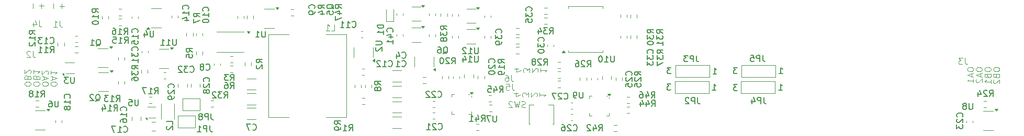
<source format=gbr>
%TF.GenerationSoftware,KiCad,Pcbnew,8.0.4*%
%TF.CreationDate,2024-10-07T15:12:12-07:00*%
%TF.ProjectId,KSS_V50,4b53535f-5635-4302-9e6b-696361645f70,rev?*%
%TF.SameCoordinates,Original*%
%TF.FileFunction,Legend,Bot*%
%TF.FilePolarity,Positive*%
%FSLAX46Y46*%
G04 Gerber Fmt 4.6, Leading zero omitted, Abs format (unit mm)*
G04 Created by KiCad (PCBNEW 8.0.4) date 2024-10-07 15:12:12*
%MOMM*%
%LPD*%
G01*
G04 APERTURE LIST*
%ADD10C,0.150000*%
%ADD11C,0.100000*%
%ADD12C,0.120000*%
G04 APERTURE END LIST*
D10*
X171129819Y-101607142D02*
X170653628Y-101273809D01*
X171129819Y-101035714D02*
X170129819Y-101035714D01*
X170129819Y-101035714D02*
X170129819Y-101416666D01*
X170129819Y-101416666D02*
X170177438Y-101511904D01*
X170177438Y-101511904D02*
X170225057Y-101559523D01*
X170225057Y-101559523D02*
X170320295Y-101607142D01*
X170320295Y-101607142D02*
X170463152Y-101607142D01*
X170463152Y-101607142D02*
X170558390Y-101559523D01*
X170558390Y-101559523D02*
X170606009Y-101511904D01*
X170606009Y-101511904D02*
X170653628Y-101416666D01*
X170653628Y-101416666D02*
X170653628Y-101035714D01*
X170225057Y-101988095D02*
X170177438Y-102035714D01*
X170177438Y-102035714D02*
X170129819Y-102130952D01*
X170129819Y-102130952D02*
X170129819Y-102369047D01*
X170129819Y-102369047D02*
X170177438Y-102464285D01*
X170177438Y-102464285D02*
X170225057Y-102511904D01*
X170225057Y-102511904D02*
X170320295Y-102559523D01*
X170320295Y-102559523D02*
X170415533Y-102559523D01*
X170415533Y-102559523D02*
X170558390Y-102511904D01*
X170558390Y-102511904D02*
X171129819Y-101940476D01*
X171129819Y-101940476D02*
X171129819Y-102559523D01*
X170129819Y-103464285D02*
X170129819Y-102988095D01*
X170129819Y-102988095D02*
X170606009Y-102940476D01*
X170606009Y-102940476D02*
X170558390Y-102988095D01*
X170558390Y-102988095D02*
X170510771Y-103083333D01*
X170510771Y-103083333D02*
X170510771Y-103321428D01*
X170510771Y-103321428D02*
X170558390Y-103416666D01*
X170558390Y-103416666D02*
X170606009Y-103464285D01*
X170606009Y-103464285D02*
X170701247Y-103511904D01*
X170701247Y-103511904D02*
X170939342Y-103511904D01*
X170939342Y-103511904D02*
X171034580Y-103464285D01*
X171034580Y-103464285D02*
X171082200Y-103416666D01*
X171082200Y-103416666D02*
X171129819Y-103321428D01*
X171129819Y-103321428D02*
X171129819Y-103083333D01*
X171129819Y-103083333D02*
X171082200Y-102988095D01*
X171082200Y-102988095D02*
X171034580Y-102940476D01*
X104716666Y-103779819D02*
X105049999Y-103303628D01*
X105288094Y-103779819D02*
X105288094Y-102779819D01*
X105288094Y-102779819D02*
X104907142Y-102779819D01*
X104907142Y-102779819D02*
X104811904Y-102827438D01*
X104811904Y-102827438D02*
X104764285Y-102875057D01*
X104764285Y-102875057D02*
X104716666Y-102970295D01*
X104716666Y-102970295D02*
X104716666Y-103113152D01*
X104716666Y-103113152D02*
X104764285Y-103208390D01*
X104764285Y-103208390D02*
X104811904Y-103256009D01*
X104811904Y-103256009D02*
X104907142Y-103303628D01*
X104907142Y-103303628D02*
X105288094Y-103303628D01*
X103859523Y-102779819D02*
X104049999Y-102779819D01*
X104049999Y-102779819D02*
X104145237Y-102827438D01*
X104145237Y-102827438D02*
X104192856Y-102875057D01*
X104192856Y-102875057D02*
X104288094Y-103017914D01*
X104288094Y-103017914D02*
X104335713Y-103208390D01*
X104335713Y-103208390D02*
X104335713Y-103589342D01*
X104335713Y-103589342D02*
X104288094Y-103684580D01*
X104288094Y-103684580D02*
X104240475Y-103732200D01*
X104240475Y-103732200D02*
X104145237Y-103779819D01*
X104145237Y-103779819D02*
X103954761Y-103779819D01*
X103954761Y-103779819D02*
X103859523Y-103732200D01*
X103859523Y-103732200D02*
X103811904Y-103684580D01*
X103811904Y-103684580D02*
X103764285Y-103589342D01*
X103764285Y-103589342D02*
X103764285Y-103351247D01*
X103764285Y-103351247D02*
X103811904Y-103256009D01*
X103811904Y-103256009D02*
X103859523Y-103208390D01*
X103859523Y-103208390D02*
X103954761Y-103160771D01*
X103954761Y-103160771D02*
X104145237Y-103160771D01*
X104145237Y-103160771D02*
X104240475Y-103208390D01*
X104240475Y-103208390D02*
X104288094Y-103256009D01*
X104288094Y-103256009D02*
X104335713Y-103351247D01*
D11*
X150303333Y-102997419D02*
X150303333Y-103711704D01*
X150303333Y-103711704D02*
X150350952Y-103854561D01*
X150350952Y-103854561D02*
X150446190Y-103949800D01*
X150446190Y-103949800D02*
X150589047Y-103997419D01*
X150589047Y-103997419D02*
X150684285Y-103997419D01*
X149350952Y-102997419D02*
X149827142Y-102997419D01*
X149827142Y-102997419D02*
X149874761Y-103473609D01*
X149874761Y-103473609D02*
X149827142Y-103425990D01*
X149827142Y-103425990D02*
X149731904Y-103378371D01*
X149731904Y-103378371D02*
X149493809Y-103378371D01*
X149493809Y-103378371D02*
X149398571Y-103425990D01*
X149398571Y-103425990D02*
X149350952Y-103473609D01*
X149350952Y-103473609D02*
X149303333Y-103568847D01*
X149303333Y-103568847D02*
X149303333Y-103806942D01*
X149303333Y-103806942D02*
X149350952Y-103902180D01*
X149350952Y-103902180D02*
X149398571Y-103949800D01*
X149398571Y-103949800D02*
X149493809Y-103997419D01*
X149493809Y-103997419D02*
X149731904Y-103997419D01*
X149731904Y-103997419D02*
X149827142Y-103949800D01*
X149827142Y-103949800D02*
X149874761Y-103902180D01*
X152967580Y-105091353D02*
X152967580Y-104472306D01*
X152967580Y-104472306D02*
X152586628Y-104805639D01*
X152586628Y-104805639D02*
X152586628Y-104662782D01*
X152586628Y-104662782D02*
X152539009Y-104567544D01*
X152539009Y-104567544D02*
X152491390Y-104519925D01*
X152491390Y-104519925D02*
X152396152Y-104472306D01*
X152396152Y-104472306D02*
X152158057Y-104472306D01*
X152158057Y-104472306D02*
X152062819Y-104519925D01*
X152062819Y-104519925D02*
X152015200Y-104567544D01*
X152015200Y-104567544D02*
X151967580Y-104662782D01*
X151967580Y-104662782D02*
X151967580Y-104948496D01*
X151967580Y-104948496D02*
X152015200Y-105043734D01*
X152015200Y-105043734D02*
X152062819Y-105091353D01*
X151234247Y-104567544D02*
X150567580Y-104567544D01*
X151615200Y-104805639D02*
X150900914Y-105043734D01*
X150900914Y-105043734D02*
X150900914Y-104424687D01*
X154767580Y-104472306D02*
X154767580Y-105043734D01*
X154767580Y-104758020D02*
X155767580Y-104758020D01*
X155767580Y-104758020D02*
X155624723Y-104853258D01*
X155624723Y-104853258D02*
X155529485Y-104948496D01*
X155529485Y-104948496D02*
X155481866Y-105043734D01*
X154272342Y-105043734D02*
X154319961Y-104996115D01*
X154319961Y-104996115D02*
X154367580Y-104900877D01*
X154367580Y-104900877D02*
X154367580Y-104662782D01*
X154367580Y-104662782D02*
X154319961Y-104567544D01*
X154319961Y-104567544D02*
X154272342Y-104519925D01*
X154272342Y-104519925D02*
X154177104Y-104472306D01*
X154177104Y-104472306D02*
X154081866Y-104472306D01*
X154081866Y-104472306D02*
X153939009Y-104519925D01*
X153939009Y-104519925D02*
X153367580Y-105091353D01*
X153367580Y-105091353D02*
X153367580Y-104472306D01*
D10*
X138392857Y-110334580D02*
X138440476Y-110382200D01*
X138440476Y-110382200D02*
X138583333Y-110429819D01*
X138583333Y-110429819D02*
X138678571Y-110429819D01*
X138678571Y-110429819D02*
X138821428Y-110382200D01*
X138821428Y-110382200D02*
X138916666Y-110286961D01*
X138916666Y-110286961D02*
X138964285Y-110191723D01*
X138964285Y-110191723D02*
X139011904Y-110001247D01*
X139011904Y-110001247D02*
X139011904Y-109858390D01*
X139011904Y-109858390D02*
X138964285Y-109667914D01*
X138964285Y-109667914D02*
X138916666Y-109572676D01*
X138916666Y-109572676D02*
X138821428Y-109477438D01*
X138821428Y-109477438D02*
X138678571Y-109429819D01*
X138678571Y-109429819D02*
X138583333Y-109429819D01*
X138583333Y-109429819D02*
X138440476Y-109477438D01*
X138440476Y-109477438D02*
X138392857Y-109525057D01*
X138011904Y-109525057D02*
X137964285Y-109477438D01*
X137964285Y-109477438D02*
X137869047Y-109429819D01*
X137869047Y-109429819D02*
X137630952Y-109429819D01*
X137630952Y-109429819D02*
X137535714Y-109477438D01*
X137535714Y-109477438D02*
X137488095Y-109525057D01*
X137488095Y-109525057D02*
X137440476Y-109620295D01*
X137440476Y-109620295D02*
X137440476Y-109715533D01*
X137440476Y-109715533D02*
X137488095Y-109858390D01*
X137488095Y-109858390D02*
X138059523Y-110429819D01*
X138059523Y-110429819D02*
X137440476Y-110429819D01*
X136488095Y-110429819D02*
X137059523Y-110429819D01*
X136773809Y-110429819D02*
X136773809Y-109429819D01*
X136773809Y-109429819D02*
X136869047Y-109572676D01*
X136869047Y-109572676D02*
X136964285Y-109667914D01*
X136964285Y-109667914D02*
X137059523Y-109715533D01*
X174754819Y-98057142D02*
X174278628Y-97723809D01*
X174754819Y-97485714D02*
X173754819Y-97485714D01*
X173754819Y-97485714D02*
X173754819Y-97866666D01*
X173754819Y-97866666D02*
X173802438Y-97961904D01*
X173802438Y-97961904D02*
X173850057Y-98009523D01*
X173850057Y-98009523D02*
X173945295Y-98057142D01*
X173945295Y-98057142D02*
X174088152Y-98057142D01*
X174088152Y-98057142D02*
X174183390Y-98009523D01*
X174183390Y-98009523D02*
X174231009Y-97961904D01*
X174231009Y-97961904D02*
X174278628Y-97866666D01*
X174278628Y-97866666D02*
X174278628Y-97485714D01*
X173754819Y-98390476D02*
X173754819Y-99009523D01*
X173754819Y-99009523D02*
X174135771Y-98676190D01*
X174135771Y-98676190D02*
X174135771Y-98819047D01*
X174135771Y-98819047D02*
X174183390Y-98914285D01*
X174183390Y-98914285D02*
X174231009Y-98961904D01*
X174231009Y-98961904D02*
X174326247Y-99009523D01*
X174326247Y-99009523D02*
X174564342Y-99009523D01*
X174564342Y-99009523D02*
X174659580Y-98961904D01*
X174659580Y-98961904D02*
X174707200Y-98914285D01*
X174707200Y-98914285D02*
X174754819Y-98819047D01*
X174754819Y-98819047D02*
X174754819Y-98533333D01*
X174754819Y-98533333D02*
X174707200Y-98438095D01*
X174707200Y-98438095D02*
X174659580Y-98390476D01*
X173754819Y-99342857D02*
X173754819Y-100009523D01*
X173754819Y-100009523D02*
X174754819Y-99580952D01*
X172832857Y-105284819D02*
X173166190Y-104808628D01*
X173404285Y-105284819D02*
X173404285Y-104284819D01*
X173404285Y-104284819D02*
X173023333Y-104284819D01*
X173023333Y-104284819D02*
X172928095Y-104332438D01*
X172928095Y-104332438D02*
X172880476Y-104380057D01*
X172880476Y-104380057D02*
X172832857Y-104475295D01*
X172832857Y-104475295D02*
X172832857Y-104618152D01*
X172832857Y-104618152D02*
X172880476Y-104713390D01*
X172880476Y-104713390D02*
X172928095Y-104761009D01*
X172928095Y-104761009D02*
X173023333Y-104808628D01*
X173023333Y-104808628D02*
X173404285Y-104808628D01*
X171975714Y-104618152D02*
X171975714Y-105284819D01*
X172213809Y-104237200D02*
X172451904Y-104951485D01*
X172451904Y-104951485D02*
X171832857Y-104951485D01*
X171023333Y-104284819D02*
X171213809Y-104284819D01*
X171213809Y-104284819D02*
X171309047Y-104332438D01*
X171309047Y-104332438D02*
X171356666Y-104380057D01*
X171356666Y-104380057D02*
X171451904Y-104522914D01*
X171451904Y-104522914D02*
X171499523Y-104713390D01*
X171499523Y-104713390D02*
X171499523Y-105094342D01*
X171499523Y-105094342D02*
X171451904Y-105189580D01*
X171451904Y-105189580D02*
X171404285Y-105237200D01*
X171404285Y-105237200D02*
X171309047Y-105284819D01*
X171309047Y-105284819D02*
X171118571Y-105284819D01*
X171118571Y-105284819D02*
X171023333Y-105237200D01*
X171023333Y-105237200D02*
X170975714Y-105189580D01*
X170975714Y-105189580D02*
X170928095Y-105094342D01*
X170928095Y-105094342D02*
X170928095Y-104856247D01*
X170928095Y-104856247D02*
X170975714Y-104761009D01*
X170975714Y-104761009D02*
X171023333Y-104713390D01*
X171023333Y-104713390D02*
X171118571Y-104665771D01*
X171118571Y-104665771D02*
X171309047Y-104665771D01*
X171309047Y-104665771D02*
X171404285Y-104713390D01*
X171404285Y-104713390D02*
X171451904Y-104761009D01*
X171451904Y-104761009D02*
X171499523Y-104856247D01*
X164342857Y-110634819D02*
X164676190Y-110158628D01*
X164914285Y-110634819D02*
X164914285Y-109634819D01*
X164914285Y-109634819D02*
X164533333Y-109634819D01*
X164533333Y-109634819D02*
X164438095Y-109682438D01*
X164438095Y-109682438D02*
X164390476Y-109730057D01*
X164390476Y-109730057D02*
X164342857Y-109825295D01*
X164342857Y-109825295D02*
X164342857Y-109968152D01*
X164342857Y-109968152D02*
X164390476Y-110063390D01*
X164390476Y-110063390D02*
X164438095Y-110111009D01*
X164438095Y-110111009D02*
X164533333Y-110158628D01*
X164533333Y-110158628D02*
X164914285Y-110158628D01*
X163485714Y-109968152D02*
X163485714Y-110634819D01*
X163723809Y-109587200D02*
X163961904Y-110301485D01*
X163961904Y-110301485D02*
X163342857Y-110301485D01*
X163009523Y-109730057D02*
X162961904Y-109682438D01*
X162961904Y-109682438D02*
X162866666Y-109634819D01*
X162866666Y-109634819D02*
X162628571Y-109634819D01*
X162628571Y-109634819D02*
X162533333Y-109682438D01*
X162533333Y-109682438D02*
X162485714Y-109730057D01*
X162485714Y-109730057D02*
X162438095Y-109825295D01*
X162438095Y-109825295D02*
X162438095Y-109920533D01*
X162438095Y-109920533D02*
X162485714Y-110063390D01*
X162485714Y-110063390D02*
X163057142Y-110634819D01*
X163057142Y-110634819D02*
X162438095Y-110634819D01*
X160212857Y-110559580D02*
X160260476Y-110607200D01*
X160260476Y-110607200D02*
X160403333Y-110654819D01*
X160403333Y-110654819D02*
X160498571Y-110654819D01*
X160498571Y-110654819D02*
X160641428Y-110607200D01*
X160641428Y-110607200D02*
X160736666Y-110511961D01*
X160736666Y-110511961D02*
X160784285Y-110416723D01*
X160784285Y-110416723D02*
X160831904Y-110226247D01*
X160831904Y-110226247D02*
X160831904Y-110083390D01*
X160831904Y-110083390D02*
X160784285Y-109892914D01*
X160784285Y-109892914D02*
X160736666Y-109797676D01*
X160736666Y-109797676D02*
X160641428Y-109702438D01*
X160641428Y-109702438D02*
X160498571Y-109654819D01*
X160498571Y-109654819D02*
X160403333Y-109654819D01*
X160403333Y-109654819D02*
X160260476Y-109702438D01*
X160260476Y-109702438D02*
X160212857Y-109750057D01*
X159831904Y-109750057D02*
X159784285Y-109702438D01*
X159784285Y-109702438D02*
X159689047Y-109654819D01*
X159689047Y-109654819D02*
X159450952Y-109654819D01*
X159450952Y-109654819D02*
X159355714Y-109702438D01*
X159355714Y-109702438D02*
X159308095Y-109750057D01*
X159308095Y-109750057D02*
X159260476Y-109845295D01*
X159260476Y-109845295D02*
X159260476Y-109940533D01*
X159260476Y-109940533D02*
X159308095Y-110083390D01*
X159308095Y-110083390D02*
X159879523Y-110654819D01*
X159879523Y-110654819D02*
X159260476Y-110654819D01*
X158403333Y-109654819D02*
X158593809Y-109654819D01*
X158593809Y-109654819D02*
X158689047Y-109702438D01*
X158689047Y-109702438D02*
X158736666Y-109750057D01*
X158736666Y-109750057D02*
X158831904Y-109892914D01*
X158831904Y-109892914D02*
X158879523Y-110083390D01*
X158879523Y-110083390D02*
X158879523Y-110464342D01*
X158879523Y-110464342D02*
X158831904Y-110559580D01*
X158831904Y-110559580D02*
X158784285Y-110607200D01*
X158784285Y-110607200D02*
X158689047Y-110654819D01*
X158689047Y-110654819D02*
X158498571Y-110654819D01*
X158498571Y-110654819D02*
X158403333Y-110607200D01*
X158403333Y-110607200D02*
X158355714Y-110559580D01*
X158355714Y-110559580D02*
X158308095Y-110464342D01*
X158308095Y-110464342D02*
X158308095Y-110226247D01*
X158308095Y-110226247D02*
X158355714Y-110131009D01*
X158355714Y-110131009D02*
X158403333Y-110083390D01*
X158403333Y-110083390D02*
X158498571Y-110035771D01*
X158498571Y-110035771D02*
X158689047Y-110035771D01*
X158689047Y-110035771D02*
X158784285Y-110083390D01*
X158784285Y-110083390D02*
X158831904Y-110131009D01*
X158831904Y-110131009D02*
X158879523Y-110226247D01*
X148272857Y-104374819D02*
X148606190Y-103898628D01*
X148844285Y-104374819D02*
X148844285Y-103374819D01*
X148844285Y-103374819D02*
X148463333Y-103374819D01*
X148463333Y-103374819D02*
X148368095Y-103422438D01*
X148368095Y-103422438D02*
X148320476Y-103470057D01*
X148320476Y-103470057D02*
X148272857Y-103565295D01*
X148272857Y-103565295D02*
X148272857Y-103708152D01*
X148272857Y-103708152D02*
X148320476Y-103803390D01*
X148320476Y-103803390D02*
X148368095Y-103851009D01*
X148368095Y-103851009D02*
X148463333Y-103898628D01*
X148463333Y-103898628D02*
X148844285Y-103898628D01*
X147415714Y-103708152D02*
X147415714Y-104374819D01*
X147653809Y-103327200D02*
X147891904Y-104041485D01*
X147891904Y-104041485D02*
X147272857Y-104041485D01*
X146415714Y-103374819D02*
X146891904Y-103374819D01*
X146891904Y-103374819D02*
X146939523Y-103851009D01*
X146939523Y-103851009D02*
X146891904Y-103803390D01*
X146891904Y-103803390D02*
X146796666Y-103755771D01*
X146796666Y-103755771D02*
X146558571Y-103755771D01*
X146558571Y-103755771D02*
X146463333Y-103803390D01*
X146463333Y-103803390D02*
X146415714Y-103851009D01*
X146415714Y-103851009D02*
X146368095Y-103946247D01*
X146368095Y-103946247D02*
X146368095Y-104184342D01*
X146368095Y-104184342D02*
X146415714Y-104279580D01*
X146415714Y-104279580D02*
X146463333Y-104327200D01*
X146463333Y-104327200D02*
X146558571Y-104374819D01*
X146558571Y-104374819D02*
X146796666Y-104374819D01*
X146796666Y-104374819D02*
X146891904Y-104327200D01*
X146891904Y-104327200D02*
X146939523Y-104279580D01*
X92286904Y-94379819D02*
X92286904Y-95189342D01*
X92286904Y-95189342D02*
X92239285Y-95284580D01*
X92239285Y-95284580D02*
X92191666Y-95332200D01*
X92191666Y-95332200D02*
X92096428Y-95379819D01*
X92096428Y-95379819D02*
X91905952Y-95379819D01*
X91905952Y-95379819D02*
X91810714Y-95332200D01*
X91810714Y-95332200D02*
X91763095Y-95284580D01*
X91763095Y-95284580D02*
X91715476Y-95189342D01*
X91715476Y-95189342D02*
X91715476Y-94379819D01*
X90810714Y-94713152D02*
X90810714Y-95379819D01*
X91048809Y-94332200D02*
X91286904Y-95046485D01*
X91286904Y-95046485D02*
X90667857Y-95046485D01*
X98217857Y-101034580D02*
X98265476Y-101082200D01*
X98265476Y-101082200D02*
X98408333Y-101129819D01*
X98408333Y-101129819D02*
X98503571Y-101129819D01*
X98503571Y-101129819D02*
X98646428Y-101082200D01*
X98646428Y-101082200D02*
X98741666Y-100986961D01*
X98741666Y-100986961D02*
X98789285Y-100891723D01*
X98789285Y-100891723D02*
X98836904Y-100701247D01*
X98836904Y-100701247D02*
X98836904Y-100558390D01*
X98836904Y-100558390D02*
X98789285Y-100367914D01*
X98789285Y-100367914D02*
X98741666Y-100272676D01*
X98741666Y-100272676D02*
X98646428Y-100177438D01*
X98646428Y-100177438D02*
X98503571Y-100129819D01*
X98503571Y-100129819D02*
X98408333Y-100129819D01*
X98408333Y-100129819D02*
X98265476Y-100177438D01*
X98265476Y-100177438D02*
X98217857Y-100225057D01*
X97884523Y-100129819D02*
X97265476Y-100129819D01*
X97265476Y-100129819D02*
X97598809Y-100510771D01*
X97598809Y-100510771D02*
X97455952Y-100510771D01*
X97455952Y-100510771D02*
X97360714Y-100558390D01*
X97360714Y-100558390D02*
X97313095Y-100606009D01*
X97313095Y-100606009D02*
X97265476Y-100701247D01*
X97265476Y-100701247D02*
X97265476Y-100939342D01*
X97265476Y-100939342D02*
X97313095Y-101034580D01*
X97313095Y-101034580D02*
X97360714Y-101082200D01*
X97360714Y-101082200D02*
X97455952Y-101129819D01*
X97455952Y-101129819D02*
X97741666Y-101129819D01*
X97741666Y-101129819D02*
X97836904Y-101082200D01*
X97836904Y-101082200D02*
X97884523Y-101034580D01*
X96884523Y-100225057D02*
X96836904Y-100177438D01*
X96836904Y-100177438D02*
X96741666Y-100129819D01*
X96741666Y-100129819D02*
X96503571Y-100129819D01*
X96503571Y-100129819D02*
X96408333Y-100177438D01*
X96408333Y-100177438D02*
X96360714Y-100225057D01*
X96360714Y-100225057D02*
X96313095Y-100320295D01*
X96313095Y-100320295D02*
X96313095Y-100415533D01*
X96313095Y-100415533D02*
X96360714Y-100558390D01*
X96360714Y-100558390D02*
X96932142Y-101129819D01*
X96932142Y-101129819D02*
X96313095Y-101129819D01*
X147409580Y-99557142D02*
X147457200Y-99509523D01*
X147457200Y-99509523D02*
X147504819Y-99366666D01*
X147504819Y-99366666D02*
X147504819Y-99271428D01*
X147504819Y-99271428D02*
X147457200Y-99128571D01*
X147457200Y-99128571D02*
X147361961Y-99033333D01*
X147361961Y-99033333D02*
X147266723Y-98985714D01*
X147266723Y-98985714D02*
X147076247Y-98938095D01*
X147076247Y-98938095D02*
X146933390Y-98938095D01*
X146933390Y-98938095D02*
X146742914Y-98985714D01*
X146742914Y-98985714D02*
X146647676Y-99033333D01*
X146647676Y-99033333D02*
X146552438Y-99128571D01*
X146552438Y-99128571D02*
X146504819Y-99271428D01*
X146504819Y-99271428D02*
X146504819Y-99366666D01*
X146504819Y-99366666D02*
X146552438Y-99509523D01*
X146552438Y-99509523D02*
X146600057Y-99557142D01*
X146600057Y-99938095D02*
X146552438Y-99985714D01*
X146552438Y-99985714D02*
X146504819Y-100080952D01*
X146504819Y-100080952D02*
X146504819Y-100319047D01*
X146504819Y-100319047D02*
X146552438Y-100414285D01*
X146552438Y-100414285D02*
X146600057Y-100461904D01*
X146600057Y-100461904D02*
X146695295Y-100509523D01*
X146695295Y-100509523D02*
X146790533Y-100509523D01*
X146790533Y-100509523D02*
X146933390Y-100461904D01*
X146933390Y-100461904D02*
X147504819Y-99890476D01*
X147504819Y-99890476D02*
X147504819Y-100509523D01*
X146504819Y-101128571D02*
X146504819Y-101223809D01*
X146504819Y-101223809D02*
X146552438Y-101319047D01*
X146552438Y-101319047D02*
X146600057Y-101366666D01*
X146600057Y-101366666D02*
X146695295Y-101414285D01*
X146695295Y-101414285D02*
X146885771Y-101461904D01*
X146885771Y-101461904D02*
X147123866Y-101461904D01*
X147123866Y-101461904D02*
X147314342Y-101414285D01*
X147314342Y-101414285D02*
X147409580Y-101366666D01*
X147409580Y-101366666D02*
X147457200Y-101319047D01*
X147457200Y-101319047D02*
X147504819Y-101223809D01*
X147504819Y-101223809D02*
X147504819Y-101128571D01*
X147504819Y-101128571D02*
X147457200Y-101033333D01*
X147457200Y-101033333D02*
X147409580Y-100985714D01*
X147409580Y-100985714D02*
X147314342Y-100938095D01*
X147314342Y-100938095D02*
X147123866Y-100890476D01*
X147123866Y-100890476D02*
X146885771Y-100890476D01*
X146885771Y-100890476D02*
X146695295Y-100938095D01*
X146695295Y-100938095D02*
X146600057Y-100985714D01*
X146600057Y-100985714D02*
X146552438Y-101033333D01*
X146552438Y-101033333D02*
X146504819Y-101128571D01*
X75562857Y-96359580D02*
X75610476Y-96407200D01*
X75610476Y-96407200D02*
X75753333Y-96454819D01*
X75753333Y-96454819D02*
X75848571Y-96454819D01*
X75848571Y-96454819D02*
X75991428Y-96407200D01*
X75991428Y-96407200D02*
X76086666Y-96311961D01*
X76086666Y-96311961D02*
X76134285Y-96216723D01*
X76134285Y-96216723D02*
X76181904Y-96026247D01*
X76181904Y-96026247D02*
X76181904Y-95883390D01*
X76181904Y-95883390D02*
X76134285Y-95692914D01*
X76134285Y-95692914D02*
X76086666Y-95597676D01*
X76086666Y-95597676D02*
X75991428Y-95502438D01*
X75991428Y-95502438D02*
X75848571Y-95454819D01*
X75848571Y-95454819D02*
X75753333Y-95454819D01*
X75753333Y-95454819D02*
X75610476Y-95502438D01*
X75610476Y-95502438D02*
X75562857Y-95550057D01*
X74610476Y-96454819D02*
X75181904Y-96454819D01*
X74896190Y-96454819D02*
X74896190Y-95454819D01*
X74896190Y-95454819D02*
X74991428Y-95597676D01*
X74991428Y-95597676D02*
X75086666Y-95692914D01*
X75086666Y-95692914D02*
X75181904Y-95740533D01*
X74277142Y-95454819D02*
X73658095Y-95454819D01*
X73658095Y-95454819D02*
X73991428Y-95835771D01*
X73991428Y-95835771D02*
X73848571Y-95835771D01*
X73848571Y-95835771D02*
X73753333Y-95883390D01*
X73753333Y-95883390D02*
X73705714Y-95931009D01*
X73705714Y-95931009D02*
X73658095Y-96026247D01*
X73658095Y-96026247D02*
X73658095Y-96264342D01*
X73658095Y-96264342D02*
X73705714Y-96359580D01*
X73705714Y-96359580D02*
X73753333Y-96407200D01*
X73753333Y-96407200D02*
X73848571Y-96454819D01*
X73848571Y-96454819D02*
X74134285Y-96454819D01*
X74134285Y-96454819D02*
X74229523Y-96407200D01*
X74229523Y-96407200D02*
X74277142Y-96359580D01*
X97884580Y-90857142D02*
X97932200Y-90809523D01*
X97932200Y-90809523D02*
X97979819Y-90666666D01*
X97979819Y-90666666D02*
X97979819Y-90571428D01*
X97979819Y-90571428D02*
X97932200Y-90428571D01*
X97932200Y-90428571D02*
X97836961Y-90333333D01*
X97836961Y-90333333D02*
X97741723Y-90285714D01*
X97741723Y-90285714D02*
X97551247Y-90238095D01*
X97551247Y-90238095D02*
X97408390Y-90238095D01*
X97408390Y-90238095D02*
X97217914Y-90285714D01*
X97217914Y-90285714D02*
X97122676Y-90333333D01*
X97122676Y-90333333D02*
X97027438Y-90428571D01*
X97027438Y-90428571D02*
X96979819Y-90571428D01*
X96979819Y-90571428D02*
X96979819Y-90666666D01*
X96979819Y-90666666D02*
X97027438Y-90809523D01*
X97027438Y-90809523D02*
X97075057Y-90857142D01*
X97979819Y-91809523D02*
X97979819Y-91238095D01*
X97979819Y-91523809D02*
X96979819Y-91523809D01*
X96979819Y-91523809D02*
X97122676Y-91428571D01*
X97122676Y-91428571D02*
X97217914Y-91333333D01*
X97217914Y-91333333D02*
X97265533Y-91238095D01*
X97313152Y-92666666D02*
X97979819Y-92666666D01*
X96932200Y-92428571D02*
X97646485Y-92190476D01*
X97646485Y-92190476D02*
X97646485Y-92809523D01*
X87467857Y-110784580D02*
X87515476Y-110832200D01*
X87515476Y-110832200D02*
X87658333Y-110879819D01*
X87658333Y-110879819D02*
X87753571Y-110879819D01*
X87753571Y-110879819D02*
X87896428Y-110832200D01*
X87896428Y-110832200D02*
X87991666Y-110736961D01*
X87991666Y-110736961D02*
X88039285Y-110641723D01*
X88039285Y-110641723D02*
X88086904Y-110451247D01*
X88086904Y-110451247D02*
X88086904Y-110308390D01*
X88086904Y-110308390D02*
X88039285Y-110117914D01*
X88039285Y-110117914D02*
X87991666Y-110022676D01*
X87991666Y-110022676D02*
X87896428Y-109927438D01*
X87896428Y-109927438D02*
X87753571Y-109879819D01*
X87753571Y-109879819D02*
X87658333Y-109879819D01*
X87658333Y-109879819D02*
X87515476Y-109927438D01*
X87515476Y-109927438D02*
X87467857Y-109975057D01*
X86515476Y-110879819D02*
X87086904Y-110879819D01*
X86801190Y-110879819D02*
X86801190Y-109879819D01*
X86801190Y-109879819D02*
X86896428Y-110022676D01*
X86896428Y-110022676D02*
X86991666Y-110117914D01*
X86991666Y-110117914D02*
X87086904Y-110165533D01*
X86182142Y-109879819D02*
X85515476Y-109879819D01*
X85515476Y-109879819D02*
X85944047Y-110879819D01*
X139744819Y-94187142D02*
X139268628Y-93853809D01*
X139744819Y-93615714D02*
X138744819Y-93615714D01*
X138744819Y-93615714D02*
X138744819Y-93996666D01*
X138744819Y-93996666D02*
X138792438Y-94091904D01*
X138792438Y-94091904D02*
X138840057Y-94139523D01*
X138840057Y-94139523D02*
X138935295Y-94187142D01*
X138935295Y-94187142D02*
X139078152Y-94187142D01*
X139078152Y-94187142D02*
X139173390Y-94139523D01*
X139173390Y-94139523D02*
X139221009Y-94091904D01*
X139221009Y-94091904D02*
X139268628Y-93996666D01*
X139268628Y-93996666D02*
X139268628Y-93615714D01*
X138744819Y-94520476D02*
X138744819Y-95139523D01*
X138744819Y-95139523D02*
X139125771Y-94806190D01*
X139125771Y-94806190D02*
X139125771Y-94949047D01*
X139125771Y-94949047D02*
X139173390Y-95044285D01*
X139173390Y-95044285D02*
X139221009Y-95091904D01*
X139221009Y-95091904D02*
X139316247Y-95139523D01*
X139316247Y-95139523D02*
X139554342Y-95139523D01*
X139554342Y-95139523D02*
X139649580Y-95091904D01*
X139649580Y-95091904D02*
X139697200Y-95044285D01*
X139697200Y-95044285D02*
X139744819Y-94949047D01*
X139744819Y-94949047D02*
X139744819Y-94663333D01*
X139744819Y-94663333D02*
X139697200Y-94568095D01*
X139697200Y-94568095D02*
X139649580Y-94520476D01*
X139173390Y-95710952D02*
X139125771Y-95615714D01*
X139125771Y-95615714D02*
X139078152Y-95568095D01*
X139078152Y-95568095D02*
X138982914Y-95520476D01*
X138982914Y-95520476D02*
X138935295Y-95520476D01*
X138935295Y-95520476D02*
X138840057Y-95568095D01*
X138840057Y-95568095D02*
X138792438Y-95615714D01*
X138792438Y-95615714D02*
X138744819Y-95710952D01*
X138744819Y-95710952D02*
X138744819Y-95901428D01*
X138744819Y-95901428D02*
X138792438Y-95996666D01*
X138792438Y-95996666D02*
X138840057Y-96044285D01*
X138840057Y-96044285D02*
X138935295Y-96091904D01*
X138935295Y-96091904D02*
X138982914Y-96091904D01*
X138982914Y-96091904D02*
X139078152Y-96044285D01*
X139078152Y-96044285D02*
X139125771Y-95996666D01*
X139125771Y-95996666D02*
X139173390Y-95901428D01*
X139173390Y-95901428D02*
X139173390Y-95710952D01*
X139173390Y-95710952D02*
X139221009Y-95615714D01*
X139221009Y-95615714D02*
X139268628Y-95568095D01*
X139268628Y-95568095D02*
X139363866Y-95520476D01*
X139363866Y-95520476D02*
X139554342Y-95520476D01*
X139554342Y-95520476D02*
X139649580Y-95568095D01*
X139649580Y-95568095D02*
X139697200Y-95615714D01*
X139697200Y-95615714D02*
X139744819Y-95710952D01*
X139744819Y-95710952D02*
X139744819Y-95901428D01*
X139744819Y-95901428D02*
X139697200Y-95996666D01*
X139697200Y-95996666D02*
X139649580Y-96044285D01*
X139649580Y-96044285D02*
X139554342Y-96091904D01*
X139554342Y-96091904D02*
X139363866Y-96091904D01*
X139363866Y-96091904D02*
X139268628Y-96044285D01*
X139268628Y-96044285D02*
X139221009Y-95996666D01*
X139221009Y-95996666D02*
X139173390Y-95901428D01*
X122579819Y-109583333D02*
X122103628Y-109250000D01*
X122579819Y-109011905D02*
X121579819Y-109011905D01*
X121579819Y-109011905D02*
X121579819Y-109392857D01*
X121579819Y-109392857D02*
X121627438Y-109488095D01*
X121627438Y-109488095D02*
X121675057Y-109535714D01*
X121675057Y-109535714D02*
X121770295Y-109583333D01*
X121770295Y-109583333D02*
X121913152Y-109583333D01*
X121913152Y-109583333D02*
X122008390Y-109535714D01*
X122008390Y-109535714D02*
X122056009Y-109488095D01*
X122056009Y-109488095D02*
X122103628Y-109392857D01*
X122103628Y-109392857D02*
X122103628Y-109011905D01*
X122579819Y-110059524D02*
X122579819Y-110250000D01*
X122579819Y-110250000D02*
X122532200Y-110345238D01*
X122532200Y-110345238D02*
X122484580Y-110392857D01*
X122484580Y-110392857D02*
X122341723Y-110488095D01*
X122341723Y-110488095D02*
X122151247Y-110535714D01*
X122151247Y-110535714D02*
X121770295Y-110535714D01*
X121770295Y-110535714D02*
X121675057Y-110488095D01*
X121675057Y-110488095D02*
X121627438Y-110440476D01*
X121627438Y-110440476D02*
X121579819Y-110345238D01*
X121579819Y-110345238D02*
X121579819Y-110154762D01*
X121579819Y-110154762D02*
X121627438Y-110059524D01*
X121627438Y-110059524D02*
X121675057Y-110011905D01*
X121675057Y-110011905D02*
X121770295Y-109964286D01*
X121770295Y-109964286D02*
X122008390Y-109964286D01*
X122008390Y-109964286D02*
X122103628Y-110011905D01*
X122103628Y-110011905D02*
X122151247Y-110059524D01*
X122151247Y-110059524D02*
X122198866Y-110154762D01*
X122198866Y-110154762D02*
X122198866Y-110345238D01*
X122198866Y-110345238D02*
X122151247Y-110440476D01*
X122151247Y-110440476D02*
X122103628Y-110488095D01*
X122103628Y-110488095D02*
X122008390Y-110535714D01*
X172882857Y-106674819D02*
X173216190Y-106198628D01*
X173454285Y-106674819D02*
X173454285Y-105674819D01*
X173454285Y-105674819D02*
X173073333Y-105674819D01*
X173073333Y-105674819D02*
X172978095Y-105722438D01*
X172978095Y-105722438D02*
X172930476Y-105770057D01*
X172930476Y-105770057D02*
X172882857Y-105865295D01*
X172882857Y-105865295D02*
X172882857Y-106008152D01*
X172882857Y-106008152D02*
X172930476Y-106103390D01*
X172930476Y-106103390D02*
X172978095Y-106151009D01*
X172978095Y-106151009D02*
X173073333Y-106198628D01*
X173073333Y-106198628D02*
X173454285Y-106198628D01*
X172025714Y-106008152D02*
X172025714Y-106674819D01*
X172263809Y-105627200D02*
X172501904Y-106341485D01*
X172501904Y-106341485D02*
X171882857Y-106341485D01*
X171073333Y-106008152D02*
X171073333Y-106674819D01*
X171311428Y-105627200D02*
X171549523Y-106341485D01*
X171549523Y-106341485D02*
X170930476Y-106341485D01*
X173204819Y-94757142D02*
X172728628Y-94423809D01*
X173204819Y-94185714D02*
X172204819Y-94185714D01*
X172204819Y-94185714D02*
X172204819Y-94566666D01*
X172204819Y-94566666D02*
X172252438Y-94661904D01*
X172252438Y-94661904D02*
X172300057Y-94709523D01*
X172300057Y-94709523D02*
X172395295Y-94757142D01*
X172395295Y-94757142D02*
X172538152Y-94757142D01*
X172538152Y-94757142D02*
X172633390Y-94709523D01*
X172633390Y-94709523D02*
X172681009Y-94661904D01*
X172681009Y-94661904D02*
X172728628Y-94566666D01*
X172728628Y-94566666D02*
X172728628Y-94185714D01*
X172204819Y-95090476D02*
X172204819Y-95709523D01*
X172204819Y-95709523D02*
X172585771Y-95376190D01*
X172585771Y-95376190D02*
X172585771Y-95519047D01*
X172585771Y-95519047D02*
X172633390Y-95614285D01*
X172633390Y-95614285D02*
X172681009Y-95661904D01*
X172681009Y-95661904D02*
X172776247Y-95709523D01*
X172776247Y-95709523D02*
X173014342Y-95709523D01*
X173014342Y-95709523D02*
X173109580Y-95661904D01*
X173109580Y-95661904D02*
X173157200Y-95614285D01*
X173157200Y-95614285D02*
X173204819Y-95519047D01*
X173204819Y-95519047D02*
X173204819Y-95233333D01*
X173204819Y-95233333D02*
X173157200Y-95138095D01*
X173157200Y-95138095D02*
X173109580Y-95090476D01*
X172204819Y-96328571D02*
X172204819Y-96423809D01*
X172204819Y-96423809D02*
X172252438Y-96519047D01*
X172252438Y-96519047D02*
X172300057Y-96566666D01*
X172300057Y-96566666D02*
X172395295Y-96614285D01*
X172395295Y-96614285D02*
X172585771Y-96661904D01*
X172585771Y-96661904D02*
X172823866Y-96661904D01*
X172823866Y-96661904D02*
X173014342Y-96614285D01*
X173014342Y-96614285D02*
X173109580Y-96566666D01*
X173109580Y-96566666D02*
X173157200Y-96519047D01*
X173157200Y-96519047D02*
X173204819Y-96423809D01*
X173204819Y-96423809D02*
X173204819Y-96328571D01*
X173204819Y-96328571D02*
X173157200Y-96233333D01*
X173157200Y-96233333D02*
X173109580Y-96185714D01*
X173109580Y-96185714D02*
X173014342Y-96138095D01*
X173014342Y-96138095D02*
X172823866Y-96090476D01*
X172823866Y-96090476D02*
X172585771Y-96090476D01*
X172585771Y-96090476D02*
X172395295Y-96138095D01*
X172395295Y-96138095D02*
X172300057Y-96185714D01*
X172300057Y-96185714D02*
X172252438Y-96233333D01*
X172252438Y-96233333D02*
X172204819Y-96328571D01*
X89684580Y-97607142D02*
X89732200Y-97559523D01*
X89732200Y-97559523D02*
X89779819Y-97416666D01*
X89779819Y-97416666D02*
X89779819Y-97321428D01*
X89779819Y-97321428D02*
X89732200Y-97178571D01*
X89732200Y-97178571D02*
X89636961Y-97083333D01*
X89636961Y-97083333D02*
X89541723Y-97035714D01*
X89541723Y-97035714D02*
X89351247Y-96988095D01*
X89351247Y-96988095D02*
X89208390Y-96988095D01*
X89208390Y-96988095D02*
X89017914Y-97035714D01*
X89017914Y-97035714D02*
X88922676Y-97083333D01*
X88922676Y-97083333D02*
X88827438Y-97178571D01*
X88827438Y-97178571D02*
X88779819Y-97321428D01*
X88779819Y-97321428D02*
X88779819Y-97416666D01*
X88779819Y-97416666D02*
X88827438Y-97559523D01*
X88827438Y-97559523D02*
X88875057Y-97607142D01*
X88779819Y-97940476D02*
X88779819Y-98559523D01*
X88779819Y-98559523D02*
X89160771Y-98226190D01*
X89160771Y-98226190D02*
X89160771Y-98369047D01*
X89160771Y-98369047D02*
X89208390Y-98464285D01*
X89208390Y-98464285D02*
X89256009Y-98511904D01*
X89256009Y-98511904D02*
X89351247Y-98559523D01*
X89351247Y-98559523D02*
X89589342Y-98559523D01*
X89589342Y-98559523D02*
X89684580Y-98511904D01*
X89684580Y-98511904D02*
X89732200Y-98464285D01*
X89732200Y-98464285D02*
X89779819Y-98369047D01*
X89779819Y-98369047D02*
X89779819Y-98083333D01*
X89779819Y-98083333D02*
X89732200Y-97988095D01*
X89732200Y-97988095D02*
X89684580Y-97940476D01*
X89779819Y-99511904D02*
X89779819Y-98940476D01*
X89779819Y-99226190D02*
X88779819Y-99226190D01*
X88779819Y-99226190D02*
X88922676Y-99130952D01*
X88922676Y-99130952D02*
X89017914Y-99035714D01*
X89017914Y-99035714D02*
X89065533Y-98940476D01*
X138292857Y-105109580D02*
X138340476Y-105157200D01*
X138340476Y-105157200D02*
X138483333Y-105204819D01*
X138483333Y-105204819D02*
X138578571Y-105204819D01*
X138578571Y-105204819D02*
X138721428Y-105157200D01*
X138721428Y-105157200D02*
X138816666Y-105061961D01*
X138816666Y-105061961D02*
X138864285Y-104966723D01*
X138864285Y-104966723D02*
X138911904Y-104776247D01*
X138911904Y-104776247D02*
X138911904Y-104633390D01*
X138911904Y-104633390D02*
X138864285Y-104442914D01*
X138864285Y-104442914D02*
X138816666Y-104347676D01*
X138816666Y-104347676D02*
X138721428Y-104252438D01*
X138721428Y-104252438D02*
X138578571Y-104204819D01*
X138578571Y-104204819D02*
X138483333Y-104204819D01*
X138483333Y-104204819D02*
X138340476Y-104252438D01*
X138340476Y-104252438D02*
X138292857Y-104300057D01*
X137911904Y-104300057D02*
X137864285Y-104252438D01*
X137864285Y-104252438D02*
X137769047Y-104204819D01*
X137769047Y-104204819D02*
X137530952Y-104204819D01*
X137530952Y-104204819D02*
X137435714Y-104252438D01*
X137435714Y-104252438D02*
X137388095Y-104300057D01*
X137388095Y-104300057D02*
X137340476Y-104395295D01*
X137340476Y-104395295D02*
X137340476Y-104490533D01*
X137340476Y-104490533D02*
X137388095Y-104633390D01*
X137388095Y-104633390D02*
X137959523Y-105204819D01*
X137959523Y-105204819D02*
X137340476Y-105204819D01*
X136959523Y-104300057D02*
X136911904Y-104252438D01*
X136911904Y-104252438D02*
X136816666Y-104204819D01*
X136816666Y-104204819D02*
X136578571Y-104204819D01*
X136578571Y-104204819D02*
X136483333Y-104252438D01*
X136483333Y-104252438D02*
X136435714Y-104300057D01*
X136435714Y-104300057D02*
X136388095Y-104395295D01*
X136388095Y-104395295D02*
X136388095Y-104490533D01*
X136388095Y-104490533D02*
X136435714Y-104633390D01*
X136435714Y-104633390D02*
X137007142Y-105204819D01*
X137007142Y-105204819D02*
X136388095Y-105204819D01*
X130312857Y-100109580D02*
X130360476Y-100157200D01*
X130360476Y-100157200D02*
X130503333Y-100204819D01*
X130503333Y-100204819D02*
X130598571Y-100204819D01*
X130598571Y-100204819D02*
X130741428Y-100157200D01*
X130741428Y-100157200D02*
X130836666Y-100061961D01*
X130836666Y-100061961D02*
X130884285Y-99966723D01*
X130884285Y-99966723D02*
X130931904Y-99776247D01*
X130931904Y-99776247D02*
X130931904Y-99633390D01*
X130931904Y-99633390D02*
X130884285Y-99442914D01*
X130884285Y-99442914D02*
X130836666Y-99347676D01*
X130836666Y-99347676D02*
X130741428Y-99252438D01*
X130741428Y-99252438D02*
X130598571Y-99204819D01*
X130598571Y-99204819D02*
X130503333Y-99204819D01*
X130503333Y-99204819D02*
X130360476Y-99252438D01*
X130360476Y-99252438D02*
X130312857Y-99300057D01*
X129360476Y-100204819D02*
X129931904Y-100204819D01*
X129646190Y-100204819D02*
X129646190Y-99204819D01*
X129646190Y-99204819D02*
X129741428Y-99347676D01*
X129741428Y-99347676D02*
X129836666Y-99442914D01*
X129836666Y-99442914D02*
X129931904Y-99490533D01*
X128979523Y-99300057D02*
X128931904Y-99252438D01*
X128931904Y-99252438D02*
X128836666Y-99204819D01*
X128836666Y-99204819D02*
X128598571Y-99204819D01*
X128598571Y-99204819D02*
X128503333Y-99252438D01*
X128503333Y-99252438D02*
X128455714Y-99300057D01*
X128455714Y-99300057D02*
X128408095Y-99395295D01*
X128408095Y-99395295D02*
X128408095Y-99490533D01*
X128408095Y-99490533D02*
X128455714Y-99633390D01*
X128455714Y-99633390D02*
X129027142Y-100204819D01*
X129027142Y-100204819D02*
X128408095Y-100204819D01*
X79461904Y-101904819D02*
X79461904Y-102714342D01*
X79461904Y-102714342D02*
X79414285Y-102809580D01*
X79414285Y-102809580D02*
X79366666Y-102857200D01*
X79366666Y-102857200D02*
X79271428Y-102904819D01*
X79271428Y-102904819D02*
X79080952Y-102904819D01*
X79080952Y-102904819D02*
X78985714Y-102857200D01*
X78985714Y-102857200D02*
X78938095Y-102809580D01*
X78938095Y-102809580D02*
X78890476Y-102714342D01*
X78890476Y-102714342D02*
X78890476Y-101904819D01*
X78509523Y-101904819D02*
X77890476Y-101904819D01*
X77890476Y-101904819D02*
X78223809Y-102285771D01*
X78223809Y-102285771D02*
X78080952Y-102285771D01*
X78080952Y-102285771D02*
X77985714Y-102333390D01*
X77985714Y-102333390D02*
X77938095Y-102381009D01*
X77938095Y-102381009D02*
X77890476Y-102476247D01*
X77890476Y-102476247D02*
X77890476Y-102714342D01*
X77890476Y-102714342D02*
X77938095Y-102809580D01*
X77938095Y-102809580D02*
X77985714Y-102857200D01*
X77985714Y-102857200D02*
X78080952Y-102904819D01*
X78080952Y-102904819D02*
X78366666Y-102904819D01*
X78366666Y-102904819D02*
X78461904Y-102857200D01*
X78461904Y-102857200D02*
X78509523Y-102809580D01*
X100791666Y-100684580D02*
X100839285Y-100732200D01*
X100839285Y-100732200D02*
X100982142Y-100779819D01*
X100982142Y-100779819D02*
X101077380Y-100779819D01*
X101077380Y-100779819D02*
X101220237Y-100732200D01*
X101220237Y-100732200D02*
X101315475Y-100636961D01*
X101315475Y-100636961D02*
X101363094Y-100541723D01*
X101363094Y-100541723D02*
X101410713Y-100351247D01*
X101410713Y-100351247D02*
X101410713Y-100208390D01*
X101410713Y-100208390D02*
X101363094Y-100017914D01*
X101363094Y-100017914D02*
X101315475Y-99922676D01*
X101315475Y-99922676D02*
X101220237Y-99827438D01*
X101220237Y-99827438D02*
X101077380Y-99779819D01*
X101077380Y-99779819D02*
X100982142Y-99779819D01*
X100982142Y-99779819D02*
X100839285Y-99827438D01*
X100839285Y-99827438D02*
X100791666Y-99875057D01*
X100220237Y-100208390D02*
X100315475Y-100160771D01*
X100315475Y-100160771D02*
X100363094Y-100113152D01*
X100363094Y-100113152D02*
X100410713Y-100017914D01*
X100410713Y-100017914D02*
X100410713Y-99970295D01*
X100410713Y-99970295D02*
X100363094Y-99875057D01*
X100363094Y-99875057D02*
X100315475Y-99827438D01*
X100315475Y-99827438D02*
X100220237Y-99779819D01*
X100220237Y-99779819D02*
X100029761Y-99779819D01*
X100029761Y-99779819D02*
X99934523Y-99827438D01*
X99934523Y-99827438D02*
X99886904Y-99875057D01*
X99886904Y-99875057D02*
X99839285Y-99970295D01*
X99839285Y-99970295D02*
X99839285Y-100017914D01*
X99839285Y-100017914D02*
X99886904Y-100113152D01*
X99886904Y-100113152D02*
X99934523Y-100160771D01*
X99934523Y-100160771D02*
X100029761Y-100208390D01*
X100029761Y-100208390D02*
X100220237Y-100208390D01*
X100220237Y-100208390D02*
X100315475Y-100256009D01*
X100315475Y-100256009D02*
X100363094Y-100303628D01*
X100363094Y-100303628D02*
X100410713Y-100398866D01*
X100410713Y-100398866D02*
X100410713Y-100589342D01*
X100410713Y-100589342D02*
X100363094Y-100684580D01*
X100363094Y-100684580D02*
X100315475Y-100732200D01*
X100315475Y-100732200D02*
X100220237Y-100779819D01*
X100220237Y-100779819D02*
X100029761Y-100779819D01*
X100029761Y-100779819D02*
X99934523Y-100732200D01*
X99934523Y-100732200D02*
X99886904Y-100684580D01*
X99886904Y-100684580D02*
X99839285Y-100589342D01*
X99839285Y-100589342D02*
X99839285Y-100398866D01*
X99839285Y-100398866D02*
X99886904Y-100303628D01*
X99886904Y-100303628D02*
X99934523Y-100256009D01*
X99934523Y-100256009D02*
X100029761Y-100208390D01*
X148534580Y-94732142D02*
X148582200Y-94684523D01*
X148582200Y-94684523D02*
X148629819Y-94541666D01*
X148629819Y-94541666D02*
X148629819Y-94446428D01*
X148629819Y-94446428D02*
X148582200Y-94303571D01*
X148582200Y-94303571D02*
X148486961Y-94208333D01*
X148486961Y-94208333D02*
X148391723Y-94160714D01*
X148391723Y-94160714D02*
X148201247Y-94113095D01*
X148201247Y-94113095D02*
X148058390Y-94113095D01*
X148058390Y-94113095D02*
X147867914Y-94160714D01*
X147867914Y-94160714D02*
X147772676Y-94208333D01*
X147772676Y-94208333D02*
X147677438Y-94303571D01*
X147677438Y-94303571D02*
X147629819Y-94446428D01*
X147629819Y-94446428D02*
X147629819Y-94541666D01*
X147629819Y-94541666D02*
X147677438Y-94684523D01*
X147677438Y-94684523D02*
X147725057Y-94732142D01*
X147629819Y-95065476D02*
X147629819Y-95684523D01*
X147629819Y-95684523D02*
X148010771Y-95351190D01*
X148010771Y-95351190D02*
X148010771Y-95494047D01*
X148010771Y-95494047D02*
X148058390Y-95589285D01*
X148058390Y-95589285D02*
X148106009Y-95636904D01*
X148106009Y-95636904D02*
X148201247Y-95684523D01*
X148201247Y-95684523D02*
X148439342Y-95684523D01*
X148439342Y-95684523D02*
X148534580Y-95636904D01*
X148534580Y-95636904D02*
X148582200Y-95589285D01*
X148582200Y-95589285D02*
X148629819Y-95494047D01*
X148629819Y-95494047D02*
X148629819Y-95208333D01*
X148629819Y-95208333D02*
X148582200Y-95113095D01*
X148582200Y-95113095D02*
X148534580Y-95065476D01*
X148629819Y-96160714D02*
X148629819Y-96351190D01*
X148629819Y-96351190D02*
X148582200Y-96446428D01*
X148582200Y-96446428D02*
X148534580Y-96494047D01*
X148534580Y-96494047D02*
X148391723Y-96589285D01*
X148391723Y-96589285D02*
X148201247Y-96636904D01*
X148201247Y-96636904D02*
X147820295Y-96636904D01*
X147820295Y-96636904D02*
X147725057Y-96589285D01*
X147725057Y-96589285D02*
X147677438Y-96541666D01*
X147677438Y-96541666D02*
X147629819Y-96446428D01*
X147629819Y-96446428D02*
X147629819Y-96255952D01*
X147629819Y-96255952D02*
X147677438Y-96160714D01*
X147677438Y-96160714D02*
X147725057Y-96113095D01*
X147725057Y-96113095D02*
X147820295Y-96065476D01*
X147820295Y-96065476D02*
X148058390Y-96065476D01*
X148058390Y-96065476D02*
X148153628Y-96113095D01*
X148153628Y-96113095D02*
X148201247Y-96160714D01*
X148201247Y-96160714D02*
X148248866Y-96255952D01*
X148248866Y-96255952D02*
X148248866Y-96446428D01*
X148248866Y-96446428D02*
X148201247Y-96541666D01*
X148201247Y-96541666D02*
X148153628Y-96589285D01*
X148153628Y-96589285D02*
X148058390Y-96636904D01*
X98604819Y-97833333D02*
X98128628Y-97500000D01*
X98604819Y-97261905D02*
X97604819Y-97261905D01*
X97604819Y-97261905D02*
X97604819Y-97642857D01*
X97604819Y-97642857D02*
X97652438Y-97738095D01*
X97652438Y-97738095D02*
X97700057Y-97785714D01*
X97700057Y-97785714D02*
X97795295Y-97833333D01*
X97795295Y-97833333D02*
X97938152Y-97833333D01*
X97938152Y-97833333D02*
X98033390Y-97785714D01*
X98033390Y-97785714D02*
X98081009Y-97738095D01*
X98081009Y-97738095D02*
X98128628Y-97642857D01*
X98128628Y-97642857D02*
X98128628Y-97261905D01*
X97604819Y-98738095D02*
X97604819Y-98261905D01*
X97604819Y-98261905D02*
X98081009Y-98214286D01*
X98081009Y-98214286D02*
X98033390Y-98261905D01*
X98033390Y-98261905D02*
X97985771Y-98357143D01*
X97985771Y-98357143D02*
X97985771Y-98595238D01*
X97985771Y-98595238D02*
X98033390Y-98690476D01*
X98033390Y-98690476D02*
X98081009Y-98738095D01*
X98081009Y-98738095D02*
X98176247Y-98785714D01*
X98176247Y-98785714D02*
X98414342Y-98785714D01*
X98414342Y-98785714D02*
X98509580Y-98738095D01*
X98509580Y-98738095D02*
X98557200Y-98690476D01*
X98557200Y-98690476D02*
X98604819Y-98595238D01*
X98604819Y-98595238D02*
X98604819Y-98357143D01*
X98604819Y-98357143D02*
X98557200Y-98261905D01*
X98557200Y-98261905D02*
X98509580Y-98214286D01*
X132516666Y-98739580D02*
X132564285Y-98787200D01*
X132564285Y-98787200D02*
X132707142Y-98834819D01*
X132707142Y-98834819D02*
X132802380Y-98834819D01*
X132802380Y-98834819D02*
X132945237Y-98787200D01*
X132945237Y-98787200D02*
X133040475Y-98691961D01*
X133040475Y-98691961D02*
X133088094Y-98596723D01*
X133088094Y-98596723D02*
X133135713Y-98406247D01*
X133135713Y-98406247D02*
X133135713Y-98263390D01*
X133135713Y-98263390D02*
X133088094Y-98072914D01*
X133088094Y-98072914D02*
X133040475Y-97977676D01*
X133040475Y-97977676D02*
X132945237Y-97882438D01*
X132945237Y-97882438D02*
X132802380Y-97834819D01*
X132802380Y-97834819D02*
X132707142Y-97834819D01*
X132707142Y-97834819D02*
X132564285Y-97882438D01*
X132564285Y-97882438D02*
X132516666Y-97930057D01*
X131659523Y-98168152D02*
X131659523Y-98834819D01*
X131897618Y-97787200D02*
X132135713Y-98501485D01*
X132135713Y-98501485D02*
X131516666Y-98501485D01*
X145342857Y-109074819D02*
X145676190Y-108598628D01*
X145914285Y-109074819D02*
X145914285Y-108074819D01*
X145914285Y-108074819D02*
X145533333Y-108074819D01*
X145533333Y-108074819D02*
X145438095Y-108122438D01*
X145438095Y-108122438D02*
X145390476Y-108170057D01*
X145390476Y-108170057D02*
X145342857Y-108265295D01*
X145342857Y-108265295D02*
X145342857Y-108408152D01*
X145342857Y-108408152D02*
X145390476Y-108503390D01*
X145390476Y-108503390D02*
X145438095Y-108551009D01*
X145438095Y-108551009D02*
X145533333Y-108598628D01*
X145533333Y-108598628D02*
X145914285Y-108598628D01*
X144485714Y-108408152D02*
X144485714Y-109074819D01*
X144723809Y-108027200D02*
X144961904Y-108741485D01*
X144961904Y-108741485D02*
X144342857Y-108741485D01*
X143438095Y-109074819D02*
X144009523Y-109074819D01*
X143723809Y-109074819D02*
X143723809Y-108074819D01*
X143723809Y-108074819D02*
X143819047Y-108217676D01*
X143819047Y-108217676D02*
X143914285Y-108312914D01*
X143914285Y-108312914D02*
X144009523Y-108360533D01*
X89836904Y-105529819D02*
X89836904Y-106339342D01*
X89836904Y-106339342D02*
X89789285Y-106434580D01*
X89789285Y-106434580D02*
X89741666Y-106482200D01*
X89741666Y-106482200D02*
X89646428Y-106529819D01*
X89646428Y-106529819D02*
X89455952Y-106529819D01*
X89455952Y-106529819D02*
X89360714Y-106482200D01*
X89360714Y-106482200D02*
X89313095Y-106434580D01*
X89313095Y-106434580D02*
X89265476Y-106339342D01*
X89265476Y-106339342D02*
X89265476Y-105529819D01*
X88313095Y-105529819D02*
X88789285Y-105529819D01*
X88789285Y-105529819D02*
X88836904Y-106006009D01*
X88836904Y-106006009D02*
X88789285Y-105958390D01*
X88789285Y-105958390D02*
X88694047Y-105910771D01*
X88694047Y-105910771D02*
X88455952Y-105910771D01*
X88455952Y-105910771D02*
X88360714Y-105958390D01*
X88360714Y-105958390D02*
X88313095Y-106006009D01*
X88313095Y-106006009D02*
X88265476Y-106101247D01*
X88265476Y-106101247D02*
X88265476Y-106339342D01*
X88265476Y-106339342D02*
X88313095Y-106434580D01*
X88313095Y-106434580D02*
X88360714Y-106482200D01*
X88360714Y-106482200D02*
X88455952Y-106529819D01*
X88455952Y-106529819D02*
X88694047Y-106529819D01*
X88694047Y-106529819D02*
X88789285Y-106482200D01*
X88789285Y-106482200D02*
X88836904Y-106434580D01*
X95404819Y-109583333D02*
X95404819Y-109107143D01*
X95404819Y-109107143D02*
X94404819Y-109107143D01*
X94500057Y-109869048D02*
X94452438Y-109916667D01*
X94452438Y-109916667D02*
X94404819Y-110011905D01*
X94404819Y-110011905D02*
X94404819Y-110250000D01*
X94404819Y-110250000D02*
X94452438Y-110345238D01*
X94452438Y-110345238D02*
X94500057Y-110392857D01*
X94500057Y-110392857D02*
X94595295Y-110440476D01*
X94595295Y-110440476D02*
X94690533Y-110440476D01*
X94690533Y-110440476D02*
X94833390Y-110392857D01*
X94833390Y-110392857D02*
X95404819Y-109821429D01*
X95404819Y-109821429D02*
X95404819Y-110440476D01*
X108316666Y-110434580D02*
X108364285Y-110482200D01*
X108364285Y-110482200D02*
X108507142Y-110529819D01*
X108507142Y-110529819D02*
X108602380Y-110529819D01*
X108602380Y-110529819D02*
X108745237Y-110482200D01*
X108745237Y-110482200D02*
X108840475Y-110386961D01*
X108840475Y-110386961D02*
X108888094Y-110291723D01*
X108888094Y-110291723D02*
X108935713Y-110101247D01*
X108935713Y-110101247D02*
X108935713Y-109958390D01*
X108935713Y-109958390D02*
X108888094Y-109767914D01*
X108888094Y-109767914D02*
X108840475Y-109672676D01*
X108840475Y-109672676D02*
X108745237Y-109577438D01*
X108745237Y-109577438D02*
X108602380Y-109529819D01*
X108602380Y-109529819D02*
X108507142Y-109529819D01*
X108507142Y-109529819D02*
X108364285Y-109577438D01*
X108364285Y-109577438D02*
X108316666Y-109625057D01*
X107983332Y-109529819D02*
X107316666Y-109529819D01*
X107316666Y-109529819D02*
X107745237Y-110529819D01*
X180133333Y-98404819D02*
X180133333Y-99119104D01*
X180133333Y-99119104D02*
X180180952Y-99261961D01*
X180180952Y-99261961D02*
X180276190Y-99357200D01*
X180276190Y-99357200D02*
X180419047Y-99404819D01*
X180419047Y-99404819D02*
X180514285Y-99404819D01*
X179657142Y-99404819D02*
X179657142Y-98404819D01*
X179657142Y-98404819D02*
X179276190Y-98404819D01*
X179276190Y-98404819D02*
X179180952Y-98452438D01*
X179180952Y-98452438D02*
X179133333Y-98500057D01*
X179133333Y-98500057D02*
X179085714Y-98595295D01*
X179085714Y-98595295D02*
X179085714Y-98738152D01*
X179085714Y-98738152D02*
X179133333Y-98833390D01*
X179133333Y-98833390D02*
X179180952Y-98881009D01*
X179180952Y-98881009D02*
X179276190Y-98928628D01*
X179276190Y-98928628D02*
X179657142Y-98928628D01*
X178752380Y-98404819D02*
X178133333Y-98404819D01*
X178133333Y-98404819D02*
X178466666Y-98785771D01*
X178466666Y-98785771D02*
X178323809Y-98785771D01*
X178323809Y-98785771D02*
X178228571Y-98833390D01*
X178228571Y-98833390D02*
X178180952Y-98881009D01*
X178180952Y-98881009D02*
X178133333Y-98976247D01*
X178133333Y-98976247D02*
X178133333Y-99214342D01*
X178133333Y-99214342D02*
X178180952Y-99309580D01*
X178180952Y-99309580D02*
X178228571Y-99357200D01*
X178228571Y-99357200D02*
X178323809Y-99404819D01*
X178323809Y-99404819D02*
X178609523Y-99404819D01*
X178609523Y-99404819D02*
X178704761Y-99357200D01*
X178704761Y-99357200D02*
X178752380Y-99309580D01*
X182814285Y-101404819D02*
X183385713Y-101404819D01*
X183099999Y-101404819D02*
X183099999Y-100404819D01*
X183099999Y-100404819D02*
X183195237Y-100547676D01*
X183195237Y-100547676D02*
X183290475Y-100642914D01*
X183290475Y-100642914D02*
X183385713Y-100690533D01*
X176033332Y-100354819D02*
X175414285Y-100354819D01*
X175414285Y-100354819D02*
X175747618Y-100735771D01*
X175747618Y-100735771D02*
X175604761Y-100735771D01*
X175604761Y-100735771D02*
X175509523Y-100783390D01*
X175509523Y-100783390D02*
X175461904Y-100831009D01*
X175461904Y-100831009D02*
X175414285Y-100926247D01*
X175414285Y-100926247D02*
X175414285Y-101164342D01*
X175414285Y-101164342D02*
X175461904Y-101259580D01*
X175461904Y-101259580D02*
X175509523Y-101307200D01*
X175509523Y-101307200D02*
X175604761Y-101354819D01*
X175604761Y-101354819D02*
X175890475Y-101354819D01*
X175890475Y-101354819D02*
X175985713Y-101307200D01*
X175985713Y-101307200D02*
X176033332Y-101259580D01*
D11*
X72763333Y-97687419D02*
X72763333Y-98401704D01*
X72763333Y-98401704D02*
X72810952Y-98544561D01*
X72810952Y-98544561D02*
X72906190Y-98639800D01*
X72906190Y-98639800D02*
X73049047Y-98687419D01*
X73049047Y-98687419D02*
X73144285Y-98687419D01*
X72334761Y-97782657D02*
X72287142Y-97735038D01*
X72287142Y-97735038D02*
X72191904Y-97687419D01*
X72191904Y-97687419D02*
X71953809Y-97687419D01*
X71953809Y-97687419D02*
X71858571Y-97735038D01*
X71858571Y-97735038D02*
X71810952Y-97782657D01*
X71810952Y-97782657D02*
X71763333Y-97877895D01*
X71763333Y-97877895D02*
X71763333Y-97973133D01*
X71763333Y-97973133D02*
X71810952Y-98115990D01*
X71810952Y-98115990D02*
X72382380Y-98687419D01*
X72382380Y-98687419D02*
X71763333Y-98687419D01*
X72447580Y-103105639D02*
X72447580Y-102915163D01*
X72447580Y-102915163D02*
X72399961Y-102819925D01*
X72399961Y-102819925D02*
X72304723Y-102724687D01*
X72304723Y-102724687D02*
X72114247Y-102677068D01*
X72114247Y-102677068D02*
X71780914Y-102677068D01*
X71780914Y-102677068D02*
X71590438Y-102724687D01*
X71590438Y-102724687D02*
X71495200Y-102819925D01*
X71495200Y-102819925D02*
X71447580Y-102915163D01*
X71447580Y-102915163D02*
X71447580Y-103105639D01*
X71447580Y-103105639D02*
X71495200Y-103200877D01*
X71495200Y-103200877D02*
X71590438Y-103296115D01*
X71590438Y-103296115D02*
X71780914Y-103343734D01*
X71780914Y-103343734D02*
X72114247Y-103343734D01*
X72114247Y-103343734D02*
X72304723Y-103296115D01*
X72304723Y-103296115D02*
X72399961Y-103200877D01*
X72399961Y-103200877D02*
X72447580Y-103105639D01*
X71971390Y-101915163D02*
X71923771Y-101772306D01*
X71923771Y-101772306D02*
X71876152Y-101724687D01*
X71876152Y-101724687D02*
X71780914Y-101677068D01*
X71780914Y-101677068D02*
X71638057Y-101677068D01*
X71638057Y-101677068D02*
X71542819Y-101724687D01*
X71542819Y-101724687D02*
X71495200Y-101772306D01*
X71495200Y-101772306D02*
X71447580Y-101867544D01*
X71447580Y-101867544D02*
X71447580Y-102248496D01*
X71447580Y-102248496D02*
X72447580Y-102248496D01*
X72447580Y-102248496D02*
X72447580Y-101915163D01*
X72447580Y-101915163D02*
X72399961Y-101819925D01*
X72399961Y-101819925D02*
X72352342Y-101772306D01*
X72352342Y-101772306D02*
X72257104Y-101724687D01*
X72257104Y-101724687D02*
X72161866Y-101724687D01*
X72161866Y-101724687D02*
X72066628Y-101772306D01*
X72066628Y-101772306D02*
X72019009Y-101819925D01*
X72019009Y-101819925D02*
X71971390Y-101915163D01*
X71971390Y-101915163D02*
X71971390Y-102248496D01*
X72352342Y-101296115D02*
X72399961Y-101248496D01*
X72399961Y-101248496D02*
X72447580Y-101153258D01*
X72447580Y-101153258D02*
X72447580Y-100915163D01*
X72447580Y-100915163D02*
X72399961Y-100819925D01*
X72399961Y-100819925D02*
X72352342Y-100772306D01*
X72352342Y-100772306D02*
X72257104Y-100724687D01*
X72257104Y-100724687D02*
X72161866Y-100724687D01*
X72161866Y-100724687D02*
X72019009Y-100772306D01*
X72019009Y-100772306D02*
X71447580Y-101343734D01*
X71447580Y-101343734D02*
X71447580Y-100724687D01*
X75247580Y-103105639D02*
X75247580Y-102915163D01*
X75247580Y-102915163D02*
X75199961Y-102819925D01*
X75199961Y-102819925D02*
X75104723Y-102724687D01*
X75104723Y-102724687D02*
X74914247Y-102677068D01*
X74914247Y-102677068D02*
X74580914Y-102677068D01*
X74580914Y-102677068D02*
X74390438Y-102724687D01*
X74390438Y-102724687D02*
X74295200Y-102819925D01*
X74295200Y-102819925D02*
X74247580Y-102915163D01*
X74247580Y-102915163D02*
X74247580Y-103105639D01*
X74247580Y-103105639D02*
X74295200Y-103200877D01*
X74295200Y-103200877D02*
X74390438Y-103296115D01*
X74390438Y-103296115D02*
X74580914Y-103343734D01*
X74580914Y-103343734D02*
X74914247Y-103343734D01*
X74914247Y-103343734D02*
X75104723Y-103296115D01*
X75104723Y-103296115D02*
X75199961Y-103200877D01*
X75199961Y-103200877D02*
X75247580Y-103105639D01*
X74533295Y-102296115D02*
X74533295Y-101819925D01*
X74247580Y-102391353D02*
X75247580Y-102058020D01*
X75247580Y-102058020D02*
X74247580Y-101724687D01*
X75152342Y-101438972D02*
X75199961Y-101391353D01*
X75199961Y-101391353D02*
X75247580Y-101296115D01*
X75247580Y-101296115D02*
X75247580Y-101058020D01*
X75247580Y-101058020D02*
X75199961Y-100962782D01*
X75199961Y-100962782D02*
X75152342Y-100915163D01*
X75152342Y-100915163D02*
X75057104Y-100867544D01*
X75057104Y-100867544D02*
X74961866Y-100867544D01*
X74961866Y-100867544D02*
X74819009Y-100915163D01*
X74819009Y-100915163D02*
X74247580Y-101486591D01*
X74247580Y-101486591D02*
X74247580Y-100867544D01*
X73847580Y-103105639D02*
X73847580Y-102915163D01*
X73847580Y-102915163D02*
X73799961Y-102819925D01*
X73799961Y-102819925D02*
X73704723Y-102724687D01*
X73704723Y-102724687D02*
X73514247Y-102677068D01*
X73514247Y-102677068D02*
X73180914Y-102677068D01*
X73180914Y-102677068D02*
X72990438Y-102724687D01*
X72990438Y-102724687D02*
X72895200Y-102819925D01*
X72895200Y-102819925D02*
X72847580Y-102915163D01*
X72847580Y-102915163D02*
X72847580Y-103105639D01*
X72847580Y-103105639D02*
X72895200Y-103200877D01*
X72895200Y-103200877D02*
X72990438Y-103296115D01*
X72990438Y-103296115D02*
X73180914Y-103343734D01*
X73180914Y-103343734D02*
X73514247Y-103343734D01*
X73514247Y-103343734D02*
X73704723Y-103296115D01*
X73704723Y-103296115D02*
X73799961Y-103200877D01*
X73799961Y-103200877D02*
X73847580Y-103105639D01*
X73371390Y-101915163D02*
X73323771Y-101772306D01*
X73323771Y-101772306D02*
X73276152Y-101724687D01*
X73276152Y-101724687D02*
X73180914Y-101677068D01*
X73180914Y-101677068D02*
X73038057Y-101677068D01*
X73038057Y-101677068D02*
X72942819Y-101724687D01*
X72942819Y-101724687D02*
X72895200Y-101772306D01*
X72895200Y-101772306D02*
X72847580Y-101867544D01*
X72847580Y-101867544D02*
X72847580Y-102248496D01*
X72847580Y-102248496D02*
X73847580Y-102248496D01*
X73847580Y-102248496D02*
X73847580Y-101915163D01*
X73847580Y-101915163D02*
X73799961Y-101819925D01*
X73799961Y-101819925D02*
X73752342Y-101772306D01*
X73752342Y-101772306D02*
X73657104Y-101724687D01*
X73657104Y-101724687D02*
X73561866Y-101724687D01*
X73561866Y-101724687D02*
X73466628Y-101772306D01*
X73466628Y-101772306D02*
X73419009Y-101819925D01*
X73419009Y-101819925D02*
X73371390Y-101915163D01*
X73371390Y-101915163D02*
X73371390Y-102248496D01*
X72847580Y-100724687D02*
X72847580Y-101296115D01*
X72847580Y-101010401D02*
X73847580Y-101010401D01*
X73847580Y-101010401D02*
X73704723Y-101105639D01*
X73704723Y-101105639D02*
X73609485Y-101200877D01*
X73609485Y-101200877D02*
X73561866Y-101296115D01*
X76647580Y-103105639D02*
X76647580Y-102915163D01*
X76647580Y-102915163D02*
X76599961Y-102819925D01*
X76599961Y-102819925D02*
X76504723Y-102724687D01*
X76504723Y-102724687D02*
X76314247Y-102677068D01*
X76314247Y-102677068D02*
X75980914Y-102677068D01*
X75980914Y-102677068D02*
X75790438Y-102724687D01*
X75790438Y-102724687D02*
X75695200Y-102819925D01*
X75695200Y-102819925D02*
X75647580Y-102915163D01*
X75647580Y-102915163D02*
X75647580Y-103105639D01*
X75647580Y-103105639D02*
X75695200Y-103200877D01*
X75695200Y-103200877D02*
X75790438Y-103296115D01*
X75790438Y-103296115D02*
X75980914Y-103343734D01*
X75980914Y-103343734D02*
X76314247Y-103343734D01*
X76314247Y-103343734D02*
X76504723Y-103296115D01*
X76504723Y-103296115D02*
X76599961Y-103200877D01*
X76599961Y-103200877D02*
X76647580Y-103105639D01*
X75933295Y-102296115D02*
X75933295Y-101819925D01*
X75647580Y-102391353D02*
X76647580Y-102058020D01*
X76647580Y-102058020D02*
X75647580Y-101724687D01*
X75647580Y-100867544D02*
X75647580Y-101438972D01*
X75647580Y-101153258D02*
X76647580Y-101153258D01*
X76647580Y-101153258D02*
X76504723Y-101248496D01*
X76504723Y-101248496D02*
X76409485Y-101343734D01*
X76409485Y-101343734D02*
X76361866Y-101438972D01*
D10*
X74092857Y-105129819D02*
X74426190Y-104653628D01*
X74664285Y-105129819D02*
X74664285Y-104129819D01*
X74664285Y-104129819D02*
X74283333Y-104129819D01*
X74283333Y-104129819D02*
X74188095Y-104177438D01*
X74188095Y-104177438D02*
X74140476Y-104225057D01*
X74140476Y-104225057D02*
X74092857Y-104320295D01*
X74092857Y-104320295D02*
X74092857Y-104463152D01*
X74092857Y-104463152D02*
X74140476Y-104558390D01*
X74140476Y-104558390D02*
X74188095Y-104606009D01*
X74188095Y-104606009D02*
X74283333Y-104653628D01*
X74283333Y-104653628D02*
X74664285Y-104653628D01*
X73140476Y-105129819D02*
X73711904Y-105129819D01*
X73426190Y-105129819D02*
X73426190Y-104129819D01*
X73426190Y-104129819D02*
X73521428Y-104272676D01*
X73521428Y-104272676D02*
X73616666Y-104367914D01*
X73616666Y-104367914D02*
X73711904Y-104415533D01*
X72569047Y-104558390D02*
X72664285Y-104510771D01*
X72664285Y-104510771D02*
X72711904Y-104463152D01*
X72711904Y-104463152D02*
X72759523Y-104367914D01*
X72759523Y-104367914D02*
X72759523Y-104320295D01*
X72759523Y-104320295D02*
X72711904Y-104225057D01*
X72711904Y-104225057D02*
X72664285Y-104177438D01*
X72664285Y-104177438D02*
X72569047Y-104129819D01*
X72569047Y-104129819D02*
X72378571Y-104129819D01*
X72378571Y-104129819D02*
X72283333Y-104177438D01*
X72283333Y-104177438D02*
X72235714Y-104225057D01*
X72235714Y-104225057D02*
X72188095Y-104320295D01*
X72188095Y-104320295D02*
X72188095Y-104367914D01*
X72188095Y-104367914D02*
X72235714Y-104463152D01*
X72235714Y-104463152D02*
X72283333Y-104510771D01*
X72283333Y-104510771D02*
X72378571Y-104558390D01*
X72378571Y-104558390D02*
X72569047Y-104558390D01*
X72569047Y-104558390D02*
X72664285Y-104606009D01*
X72664285Y-104606009D02*
X72711904Y-104653628D01*
X72711904Y-104653628D02*
X72759523Y-104748866D01*
X72759523Y-104748866D02*
X72759523Y-104939342D01*
X72759523Y-104939342D02*
X72711904Y-105034580D01*
X72711904Y-105034580D02*
X72664285Y-105082200D01*
X72664285Y-105082200D02*
X72569047Y-105129819D01*
X72569047Y-105129819D02*
X72378571Y-105129819D01*
X72378571Y-105129819D02*
X72283333Y-105082200D01*
X72283333Y-105082200D02*
X72235714Y-105034580D01*
X72235714Y-105034580D02*
X72188095Y-104939342D01*
X72188095Y-104939342D02*
X72188095Y-104748866D01*
X72188095Y-104748866D02*
X72235714Y-104653628D01*
X72235714Y-104653628D02*
X72283333Y-104606009D01*
X72283333Y-104606009D02*
X72378571Y-104558390D01*
X129079819Y-103183333D02*
X128603628Y-102850000D01*
X129079819Y-102611905D02*
X128079819Y-102611905D01*
X128079819Y-102611905D02*
X128079819Y-102992857D01*
X128079819Y-102992857D02*
X128127438Y-103088095D01*
X128127438Y-103088095D02*
X128175057Y-103135714D01*
X128175057Y-103135714D02*
X128270295Y-103183333D01*
X128270295Y-103183333D02*
X128413152Y-103183333D01*
X128413152Y-103183333D02*
X128508390Y-103135714D01*
X128508390Y-103135714D02*
X128556009Y-103088095D01*
X128556009Y-103088095D02*
X128603628Y-102992857D01*
X128603628Y-102992857D02*
X128603628Y-102611905D01*
X128508390Y-103754762D02*
X128460771Y-103659524D01*
X128460771Y-103659524D02*
X128413152Y-103611905D01*
X128413152Y-103611905D02*
X128317914Y-103564286D01*
X128317914Y-103564286D02*
X128270295Y-103564286D01*
X128270295Y-103564286D02*
X128175057Y-103611905D01*
X128175057Y-103611905D02*
X128127438Y-103659524D01*
X128127438Y-103659524D02*
X128079819Y-103754762D01*
X128079819Y-103754762D02*
X128079819Y-103945238D01*
X128079819Y-103945238D02*
X128127438Y-104040476D01*
X128127438Y-104040476D02*
X128175057Y-104088095D01*
X128175057Y-104088095D02*
X128270295Y-104135714D01*
X128270295Y-104135714D02*
X128317914Y-104135714D01*
X128317914Y-104135714D02*
X128413152Y-104088095D01*
X128413152Y-104088095D02*
X128460771Y-104040476D01*
X128460771Y-104040476D02*
X128508390Y-103945238D01*
X128508390Y-103945238D02*
X128508390Y-103754762D01*
X128508390Y-103754762D02*
X128556009Y-103659524D01*
X128556009Y-103659524D02*
X128603628Y-103611905D01*
X128603628Y-103611905D02*
X128698866Y-103564286D01*
X128698866Y-103564286D02*
X128889342Y-103564286D01*
X128889342Y-103564286D02*
X128984580Y-103611905D01*
X128984580Y-103611905D02*
X129032200Y-103659524D01*
X129032200Y-103659524D02*
X129079819Y-103754762D01*
X129079819Y-103754762D02*
X129079819Y-103945238D01*
X129079819Y-103945238D02*
X129032200Y-104040476D01*
X129032200Y-104040476D02*
X128984580Y-104088095D01*
X128984580Y-104088095D02*
X128889342Y-104135714D01*
X128889342Y-104135714D02*
X128698866Y-104135714D01*
X128698866Y-104135714D02*
X128603628Y-104088095D01*
X128603628Y-104088095D02*
X128556009Y-104040476D01*
X128556009Y-104040476D02*
X128508390Y-103945238D01*
X224811904Y-106154819D02*
X224811904Y-106964342D01*
X224811904Y-106964342D02*
X224764285Y-107059580D01*
X224764285Y-107059580D02*
X224716666Y-107107200D01*
X224716666Y-107107200D02*
X224621428Y-107154819D01*
X224621428Y-107154819D02*
X224430952Y-107154819D01*
X224430952Y-107154819D02*
X224335714Y-107107200D01*
X224335714Y-107107200D02*
X224288095Y-107059580D01*
X224288095Y-107059580D02*
X224240476Y-106964342D01*
X224240476Y-106964342D02*
X224240476Y-106154819D01*
X223621428Y-106583390D02*
X223716666Y-106535771D01*
X223716666Y-106535771D02*
X223764285Y-106488152D01*
X223764285Y-106488152D02*
X223811904Y-106392914D01*
X223811904Y-106392914D02*
X223811904Y-106345295D01*
X223811904Y-106345295D02*
X223764285Y-106250057D01*
X223764285Y-106250057D02*
X223716666Y-106202438D01*
X223716666Y-106202438D02*
X223621428Y-106154819D01*
X223621428Y-106154819D02*
X223430952Y-106154819D01*
X223430952Y-106154819D02*
X223335714Y-106202438D01*
X223335714Y-106202438D02*
X223288095Y-106250057D01*
X223288095Y-106250057D02*
X223240476Y-106345295D01*
X223240476Y-106345295D02*
X223240476Y-106392914D01*
X223240476Y-106392914D02*
X223288095Y-106488152D01*
X223288095Y-106488152D02*
X223335714Y-106535771D01*
X223335714Y-106535771D02*
X223430952Y-106583390D01*
X223430952Y-106583390D02*
X223621428Y-106583390D01*
X223621428Y-106583390D02*
X223716666Y-106631009D01*
X223716666Y-106631009D02*
X223764285Y-106678628D01*
X223764285Y-106678628D02*
X223811904Y-106773866D01*
X223811904Y-106773866D02*
X223811904Y-106964342D01*
X223811904Y-106964342D02*
X223764285Y-107059580D01*
X223764285Y-107059580D02*
X223716666Y-107107200D01*
X223716666Y-107107200D02*
X223621428Y-107154819D01*
X223621428Y-107154819D02*
X223430952Y-107154819D01*
X223430952Y-107154819D02*
X223335714Y-107107200D01*
X223335714Y-107107200D02*
X223288095Y-107059580D01*
X223288095Y-107059580D02*
X223240476Y-106964342D01*
X223240476Y-106964342D02*
X223240476Y-106773866D01*
X223240476Y-106773866D02*
X223288095Y-106678628D01*
X223288095Y-106678628D02*
X223335714Y-106631009D01*
X223335714Y-106631009D02*
X223430952Y-106583390D01*
X223159580Y-108357142D02*
X223207200Y-108309523D01*
X223207200Y-108309523D02*
X223254819Y-108166666D01*
X223254819Y-108166666D02*
X223254819Y-108071428D01*
X223254819Y-108071428D02*
X223207200Y-107928571D01*
X223207200Y-107928571D02*
X223111961Y-107833333D01*
X223111961Y-107833333D02*
X223016723Y-107785714D01*
X223016723Y-107785714D02*
X222826247Y-107738095D01*
X222826247Y-107738095D02*
X222683390Y-107738095D01*
X222683390Y-107738095D02*
X222492914Y-107785714D01*
X222492914Y-107785714D02*
X222397676Y-107833333D01*
X222397676Y-107833333D02*
X222302438Y-107928571D01*
X222302438Y-107928571D02*
X222254819Y-108071428D01*
X222254819Y-108071428D02*
X222254819Y-108166666D01*
X222254819Y-108166666D02*
X222302438Y-108309523D01*
X222302438Y-108309523D02*
X222350057Y-108357142D01*
X222350057Y-108738095D02*
X222302438Y-108785714D01*
X222302438Y-108785714D02*
X222254819Y-108880952D01*
X222254819Y-108880952D02*
X222254819Y-109119047D01*
X222254819Y-109119047D02*
X222302438Y-109214285D01*
X222302438Y-109214285D02*
X222350057Y-109261904D01*
X222350057Y-109261904D02*
X222445295Y-109309523D01*
X222445295Y-109309523D02*
X222540533Y-109309523D01*
X222540533Y-109309523D02*
X222683390Y-109261904D01*
X222683390Y-109261904D02*
X223254819Y-108690476D01*
X223254819Y-108690476D02*
X223254819Y-109309523D01*
X222254819Y-109642857D02*
X222254819Y-110261904D01*
X222254819Y-110261904D02*
X222635771Y-109928571D01*
X222635771Y-109928571D02*
X222635771Y-110071428D01*
X222635771Y-110071428D02*
X222683390Y-110166666D01*
X222683390Y-110166666D02*
X222731009Y-110214285D01*
X222731009Y-110214285D02*
X222826247Y-110261904D01*
X222826247Y-110261904D02*
X223064342Y-110261904D01*
X223064342Y-110261904D02*
X223159580Y-110214285D01*
X223159580Y-110214285D02*
X223207200Y-110166666D01*
X223207200Y-110166666D02*
X223254819Y-110071428D01*
X223254819Y-110071428D02*
X223254819Y-109785714D01*
X223254819Y-109785714D02*
X223207200Y-109690476D01*
X223207200Y-109690476D02*
X223159580Y-109642857D01*
X140542857Y-99744819D02*
X140876190Y-99268628D01*
X141114285Y-99744819D02*
X141114285Y-98744819D01*
X141114285Y-98744819D02*
X140733333Y-98744819D01*
X140733333Y-98744819D02*
X140638095Y-98792438D01*
X140638095Y-98792438D02*
X140590476Y-98840057D01*
X140590476Y-98840057D02*
X140542857Y-98935295D01*
X140542857Y-98935295D02*
X140542857Y-99078152D01*
X140542857Y-99078152D02*
X140590476Y-99173390D01*
X140590476Y-99173390D02*
X140638095Y-99221009D01*
X140638095Y-99221009D02*
X140733333Y-99268628D01*
X140733333Y-99268628D02*
X141114285Y-99268628D01*
X140161904Y-98840057D02*
X140114285Y-98792438D01*
X140114285Y-98792438D02*
X140019047Y-98744819D01*
X140019047Y-98744819D02*
X139780952Y-98744819D01*
X139780952Y-98744819D02*
X139685714Y-98792438D01*
X139685714Y-98792438D02*
X139638095Y-98840057D01*
X139638095Y-98840057D02*
X139590476Y-98935295D01*
X139590476Y-98935295D02*
X139590476Y-99030533D01*
X139590476Y-99030533D02*
X139638095Y-99173390D01*
X139638095Y-99173390D02*
X140209523Y-99744819D01*
X140209523Y-99744819D02*
X139590476Y-99744819D01*
X138971428Y-98744819D02*
X138876190Y-98744819D01*
X138876190Y-98744819D02*
X138780952Y-98792438D01*
X138780952Y-98792438D02*
X138733333Y-98840057D01*
X138733333Y-98840057D02*
X138685714Y-98935295D01*
X138685714Y-98935295D02*
X138638095Y-99125771D01*
X138638095Y-99125771D02*
X138638095Y-99363866D01*
X138638095Y-99363866D02*
X138685714Y-99554342D01*
X138685714Y-99554342D02*
X138733333Y-99649580D01*
X138733333Y-99649580D02*
X138780952Y-99697200D01*
X138780952Y-99697200D02*
X138876190Y-99744819D01*
X138876190Y-99744819D02*
X138971428Y-99744819D01*
X138971428Y-99744819D02*
X139066666Y-99697200D01*
X139066666Y-99697200D02*
X139114285Y-99649580D01*
X139114285Y-99649580D02*
X139161904Y-99554342D01*
X139161904Y-99554342D02*
X139209523Y-99363866D01*
X139209523Y-99363866D02*
X139209523Y-99125771D01*
X139209523Y-99125771D02*
X139161904Y-98935295D01*
X139161904Y-98935295D02*
X139114285Y-98840057D01*
X139114285Y-98840057D02*
X139066666Y-98792438D01*
X139066666Y-98792438D02*
X138971428Y-98744819D01*
D11*
X223583333Y-98807419D02*
X223583333Y-99521704D01*
X223583333Y-99521704D02*
X223630952Y-99664561D01*
X223630952Y-99664561D02*
X223726190Y-99759800D01*
X223726190Y-99759800D02*
X223869047Y-99807419D01*
X223869047Y-99807419D02*
X223964285Y-99807419D01*
X223202380Y-98807419D02*
X222583333Y-98807419D01*
X222583333Y-98807419D02*
X222916666Y-99188371D01*
X222916666Y-99188371D02*
X222773809Y-99188371D01*
X222773809Y-99188371D02*
X222678571Y-99235990D01*
X222678571Y-99235990D02*
X222630952Y-99283609D01*
X222630952Y-99283609D02*
X222583333Y-99378847D01*
X222583333Y-99378847D02*
X222583333Y-99616942D01*
X222583333Y-99616942D02*
X222630952Y-99712180D01*
X222630952Y-99712180D02*
X222678571Y-99759800D01*
X222678571Y-99759800D02*
X222773809Y-99807419D01*
X222773809Y-99807419D02*
X223059523Y-99807419D01*
X223059523Y-99807419D02*
X223154761Y-99759800D01*
X223154761Y-99759800D02*
X223202380Y-99712180D01*
X225372419Y-100544360D02*
X225372419Y-100734836D01*
X225372419Y-100734836D02*
X225420038Y-100830074D01*
X225420038Y-100830074D02*
X225515276Y-100925312D01*
X225515276Y-100925312D02*
X225705752Y-100972931D01*
X225705752Y-100972931D02*
X226039085Y-100972931D01*
X226039085Y-100972931D02*
X226229561Y-100925312D01*
X226229561Y-100925312D02*
X226324800Y-100830074D01*
X226324800Y-100830074D02*
X226372419Y-100734836D01*
X226372419Y-100734836D02*
X226372419Y-100544360D01*
X226372419Y-100544360D02*
X226324800Y-100449122D01*
X226324800Y-100449122D02*
X226229561Y-100353884D01*
X226229561Y-100353884D02*
X226039085Y-100306265D01*
X226039085Y-100306265D02*
X225705752Y-100306265D01*
X225705752Y-100306265D02*
X225515276Y-100353884D01*
X225515276Y-100353884D02*
X225420038Y-100449122D01*
X225420038Y-100449122D02*
X225372419Y-100544360D01*
X226086704Y-101353884D02*
X226086704Y-101830074D01*
X226372419Y-101258646D02*
X225372419Y-101591979D01*
X225372419Y-101591979D02*
X226372419Y-101925312D01*
X225467657Y-102211027D02*
X225420038Y-102258646D01*
X225420038Y-102258646D02*
X225372419Y-102353884D01*
X225372419Y-102353884D02*
X225372419Y-102591979D01*
X225372419Y-102591979D02*
X225420038Y-102687217D01*
X225420038Y-102687217D02*
X225467657Y-102734836D01*
X225467657Y-102734836D02*
X225562895Y-102782455D01*
X225562895Y-102782455D02*
X225658133Y-102782455D01*
X225658133Y-102782455D02*
X225800990Y-102734836D01*
X225800990Y-102734836D02*
X226372419Y-102163408D01*
X226372419Y-102163408D02*
X226372419Y-102782455D01*
X226772419Y-100544360D02*
X226772419Y-100734836D01*
X226772419Y-100734836D02*
X226820038Y-100830074D01*
X226820038Y-100830074D02*
X226915276Y-100925312D01*
X226915276Y-100925312D02*
X227105752Y-100972931D01*
X227105752Y-100972931D02*
X227439085Y-100972931D01*
X227439085Y-100972931D02*
X227629561Y-100925312D01*
X227629561Y-100925312D02*
X227724800Y-100830074D01*
X227724800Y-100830074D02*
X227772419Y-100734836D01*
X227772419Y-100734836D02*
X227772419Y-100544360D01*
X227772419Y-100544360D02*
X227724800Y-100449122D01*
X227724800Y-100449122D02*
X227629561Y-100353884D01*
X227629561Y-100353884D02*
X227439085Y-100306265D01*
X227439085Y-100306265D02*
X227105752Y-100306265D01*
X227105752Y-100306265D02*
X226915276Y-100353884D01*
X226915276Y-100353884D02*
X226820038Y-100449122D01*
X226820038Y-100449122D02*
X226772419Y-100544360D01*
X227248609Y-101734836D02*
X227296228Y-101877693D01*
X227296228Y-101877693D02*
X227343847Y-101925312D01*
X227343847Y-101925312D02*
X227439085Y-101972931D01*
X227439085Y-101972931D02*
X227581942Y-101972931D01*
X227581942Y-101972931D02*
X227677180Y-101925312D01*
X227677180Y-101925312D02*
X227724800Y-101877693D01*
X227724800Y-101877693D02*
X227772419Y-101782455D01*
X227772419Y-101782455D02*
X227772419Y-101401503D01*
X227772419Y-101401503D02*
X226772419Y-101401503D01*
X226772419Y-101401503D02*
X226772419Y-101734836D01*
X226772419Y-101734836D02*
X226820038Y-101830074D01*
X226820038Y-101830074D02*
X226867657Y-101877693D01*
X226867657Y-101877693D02*
X226962895Y-101925312D01*
X226962895Y-101925312D02*
X227058133Y-101925312D01*
X227058133Y-101925312D02*
X227153371Y-101877693D01*
X227153371Y-101877693D02*
X227200990Y-101830074D01*
X227200990Y-101830074D02*
X227248609Y-101734836D01*
X227248609Y-101734836D02*
X227248609Y-101401503D01*
X227772419Y-102925312D02*
X227772419Y-102353884D01*
X227772419Y-102639598D02*
X226772419Y-102639598D01*
X226772419Y-102639598D02*
X226915276Y-102544360D01*
X226915276Y-102544360D02*
X227010514Y-102449122D01*
X227010514Y-102449122D02*
X227058133Y-102353884D01*
X228172419Y-100544360D02*
X228172419Y-100734836D01*
X228172419Y-100734836D02*
X228220038Y-100830074D01*
X228220038Y-100830074D02*
X228315276Y-100925312D01*
X228315276Y-100925312D02*
X228505752Y-100972931D01*
X228505752Y-100972931D02*
X228839085Y-100972931D01*
X228839085Y-100972931D02*
X229029561Y-100925312D01*
X229029561Y-100925312D02*
X229124800Y-100830074D01*
X229124800Y-100830074D02*
X229172419Y-100734836D01*
X229172419Y-100734836D02*
X229172419Y-100544360D01*
X229172419Y-100544360D02*
X229124800Y-100449122D01*
X229124800Y-100449122D02*
X229029561Y-100353884D01*
X229029561Y-100353884D02*
X228839085Y-100306265D01*
X228839085Y-100306265D02*
X228505752Y-100306265D01*
X228505752Y-100306265D02*
X228315276Y-100353884D01*
X228315276Y-100353884D02*
X228220038Y-100449122D01*
X228220038Y-100449122D02*
X228172419Y-100544360D01*
X228648609Y-101734836D02*
X228696228Y-101877693D01*
X228696228Y-101877693D02*
X228743847Y-101925312D01*
X228743847Y-101925312D02*
X228839085Y-101972931D01*
X228839085Y-101972931D02*
X228981942Y-101972931D01*
X228981942Y-101972931D02*
X229077180Y-101925312D01*
X229077180Y-101925312D02*
X229124800Y-101877693D01*
X229124800Y-101877693D02*
X229172419Y-101782455D01*
X229172419Y-101782455D02*
X229172419Y-101401503D01*
X229172419Y-101401503D02*
X228172419Y-101401503D01*
X228172419Y-101401503D02*
X228172419Y-101734836D01*
X228172419Y-101734836D02*
X228220038Y-101830074D01*
X228220038Y-101830074D02*
X228267657Y-101877693D01*
X228267657Y-101877693D02*
X228362895Y-101925312D01*
X228362895Y-101925312D02*
X228458133Y-101925312D01*
X228458133Y-101925312D02*
X228553371Y-101877693D01*
X228553371Y-101877693D02*
X228600990Y-101830074D01*
X228600990Y-101830074D02*
X228648609Y-101734836D01*
X228648609Y-101734836D02*
X228648609Y-101401503D01*
X228267657Y-102353884D02*
X228220038Y-102401503D01*
X228220038Y-102401503D02*
X228172419Y-102496741D01*
X228172419Y-102496741D02*
X228172419Y-102734836D01*
X228172419Y-102734836D02*
X228220038Y-102830074D01*
X228220038Y-102830074D02*
X228267657Y-102877693D01*
X228267657Y-102877693D02*
X228362895Y-102925312D01*
X228362895Y-102925312D02*
X228458133Y-102925312D01*
X228458133Y-102925312D02*
X228600990Y-102877693D01*
X228600990Y-102877693D02*
X229172419Y-102306265D01*
X229172419Y-102306265D02*
X229172419Y-102925312D01*
X223972419Y-100544360D02*
X223972419Y-100734836D01*
X223972419Y-100734836D02*
X224020038Y-100830074D01*
X224020038Y-100830074D02*
X224115276Y-100925312D01*
X224115276Y-100925312D02*
X224305752Y-100972931D01*
X224305752Y-100972931D02*
X224639085Y-100972931D01*
X224639085Y-100972931D02*
X224829561Y-100925312D01*
X224829561Y-100925312D02*
X224924800Y-100830074D01*
X224924800Y-100830074D02*
X224972419Y-100734836D01*
X224972419Y-100734836D02*
X224972419Y-100544360D01*
X224972419Y-100544360D02*
X224924800Y-100449122D01*
X224924800Y-100449122D02*
X224829561Y-100353884D01*
X224829561Y-100353884D02*
X224639085Y-100306265D01*
X224639085Y-100306265D02*
X224305752Y-100306265D01*
X224305752Y-100306265D02*
X224115276Y-100353884D01*
X224115276Y-100353884D02*
X224020038Y-100449122D01*
X224020038Y-100449122D02*
X223972419Y-100544360D01*
X224686704Y-101353884D02*
X224686704Y-101830074D01*
X224972419Y-101258646D02*
X223972419Y-101591979D01*
X223972419Y-101591979D02*
X224972419Y-101925312D01*
X224972419Y-102782455D02*
X224972419Y-102211027D01*
X224972419Y-102496741D02*
X223972419Y-102496741D01*
X223972419Y-102496741D02*
X224115276Y-102401503D01*
X224115276Y-102401503D02*
X224210514Y-102306265D01*
X224210514Y-102306265D02*
X224258133Y-102211027D01*
D10*
X118329580Y-90773333D02*
X118377200Y-90725714D01*
X118377200Y-90725714D02*
X118424819Y-90582857D01*
X118424819Y-90582857D02*
X118424819Y-90487619D01*
X118424819Y-90487619D02*
X118377200Y-90344762D01*
X118377200Y-90344762D02*
X118281961Y-90249524D01*
X118281961Y-90249524D02*
X118186723Y-90201905D01*
X118186723Y-90201905D02*
X117996247Y-90154286D01*
X117996247Y-90154286D02*
X117853390Y-90154286D01*
X117853390Y-90154286D02*
X117662914Y-90201905D01*
X117662914Y-90201905D02*
X117567676Y-90249524D01*
X117567676Y-90249524D02*
X117472438Y-90344762D01*
X117472438Y-90344762D02*
X117424819Y-90487619D01*
X117424819Y-90487619D02*
X117424819Y-90582857D01*
X117424819Y-90582857D02*
X117472438Y-90725714D01*
X117472438Y-90725714D02*
X117520057Y-90773333D01*
X118424819Y-91249524D02*
X118424819Y-91440000D01*
X118424819Y-91440000D02*
X118377200Y-91535238D01*
X118377200Y-91535238D02*
X118329580Y-91582857D01*
X118329580Y-91582857D02*
X118186723Y-91678095D01*
X118186723Y-91678095D02*
X117996247Y-91725714D01*
X117996247Y-91725714D02*
X117615295Y-91725714D01*
X117615295Y-91725714D02*
X117520057Y-91678095D01*
X117520057Y-91678095D02*
X117472438Y-91630476D01*
X117472438Y-91630476D02*
X117424819Y-91535238D01*
X117424819Y-91535238D02*
X117424819Y-91344762D01*
X117424819Y-91344762D02*
X117472438Y-91249524D01*
X117472438Y-91249524D02*
X117520057Y-91201905D01*
X117520057Y-91201905D02*
X117615295Y-91154286D01*
X117615295Y-91154286D02*
X117853390Y-91154286D01*
X117853390Y-91154286D02*
X117948628Y-91201905D01*
X117948628Y-91201905D02*
X117996247Y-91249524D01*
X117996247Y-91249524D02*
X118043866Y-91344762D01*
X118043866Y-91344762D02*
X118043866Y-91535238D01*
X118043866Y-91535238D02*
X117996247Y-91630476D01*
X117996247Y-91630476D02*
X117948628Y-91678095D01*
X117948628Y-91678095D02*
X117853390Y-91725714D01*
D11*
X121056666Y-94337419D02*
X121532856Y-94337419D01*
X121532856Y-94337419D02*
X121532856Y-93337419D01*
X120199523Y-94337419D02*
X120770951Y-94337419D01*
X120485237Y-94337419D02*
X120485237Y-93337419D01*
X120485237Y-93337419D02*
X120580475Y-93480276D01*
X120580475Y-93480276D02*
X120675713Y-93575514D01*
X120675713Y-93575514D02*
X120770951Y-93623133D01*
X77113333Y-92757419D02*
X77113333Y-93471704D01*
X77113333Y-93471704D02*
X77160952Y-93614561D01*
X77160952Y-93614561D02*
X77256190Y-93709800D01*
X77256190Y-93709800D02*
X77399047Y-93757419D01*
X77399047Y-93757419D02*
X77494285Y-93757419D01*
X76113333Y-93757419D02*
X76684761Y-93757419D01*
X76399047Y-93757419D02*
X76399047Y-92757419D01*
X76399047Y-92757419D02*
X76494285Y-92900276D01*
X76494285Y-92900276D02*
X76589523Y-92995514D01*
X76589523Y-92995514D02*
X76684761Y-93043133D01*
X77448533Y-90776115D02*
X77448533Y-90014211D01*
X77067580Y-90395163D02*
X77829485Y-90395163D01*
X76048533Y-90776115D02*
X76048533Y-90014211D01*
D10*
X95988094Y-95729819D02*
X95988094Y-96539342D01*
X95988094Y-96539342D02*
X95940475Y-96634580D01*
X95940475Y-96634580D02*
X95892856Y-96682200D01*
X95892856Y-96682200D02*
X95797618Y-96729819D01*
X95797618Y-96729819D02*
X95607142Y-96729819D01*
X95607142Y-96729819D02*
X95511904Y-96682200D01*
X95511904Y-96682200D02*
X95464285Y-96634580D01*
X95464285Y-96634580D02*
X95416666Y-96539342D01*
X95416666Y-96539342D02*
X95416666Y-95729819D01*
X94416666Y-96729819D02*
X94988094Y-96729819D01*
X94702380Y-96729819D02*
X94702380Y-95729819D01*
X94702380Y-95729819D02*
X94797618Y-95872676D01*
X94797618Y-95872676D02*
X94892856Y-95967914D01*
X94892856Y-95967914D02*
X94988094Y-96015533D01*
X93464285Y-96729819D02*
X94035713Y-96729819D01*
X93749999Y-96729819D02*
X93749999Y-95729819D01*
X93749999Y-95729819D02*
X93845237Y-95872676D01*
X93845237Y-95872676D02*
X93940475Y-95967914D01*
X93940475Y-95967914D02*
X94035713Y-96015533D01*
X103717857Y-105279819D02*
X104051190Y-104803628D01*
X104289285Y-105279819D02*
X104289285Y-104279819D01*
X104289285Y-104279819D02*
X103908333Y-104279819D01*
X103908333Y-104279819D02*
X103813095Y-104327438D01*
X103813095Y-104327438D02*
X103765476Y-104375057D01*
X103765476Y-104375057D02*
X103717857Y-104470295D01*
X103717857Y-104470295D02*
X103717857Y-104613152D01*
X103717857Y-104613152D02*
X103765476Y-104708390D01*
X103765476Y-104708390D02*
X103813095Y-104756009D01*
X103813095Y-104756009D02*
X103908333Y-104803628D01*
X103908333Y-104803628D02*
X104289285Y-104803628D01*
X103384523Y-104279819D02*
X102765476Y-104279819D01*
X102765476Y-104279819D02*
X103098809Y-104660771D01*
X103098809Y-104660771D02*
X102955952Y-104660771D01*
X102955952Y-104660771D02*
X102860714Y-104708390D01*
X102860714Y-104708390D02*
X102813095Y-104756009D01*
X102813095Y-104756009D02*
X102765476Y-104851247D01*
X102765476Y-104851247D02*
X102765476Y-105089342D01*
X102765476Y-105089342D02*
X102813095Y-105184580D01*
X102813095Y-105184580D02*
X102860714Y-105232200D01*
X102860714Y-105232200D02*
X102955952Y-105279819D01*
X102955952Y-105279819D02*
X103241666Y-105279819D01*
X103241666Y-105279819D02*
X103336904Y-105232200D01*
X103336904Y-105232200D02*
X103384523Y-105184580D01*
X102384523Y-104375057D02*
X102336904Y-104327438D01*
X102336904Y-104327438D02*
X102241666Y-104279819D01*
X102241666Y-104279819D02*
X102003571Y-104279819D01*
X102003571Y-104279819D02*
X101908333Y-104327438D01*
X101908333Y-104327438D02*
X101860714Y-104375057D01*
X101860714Y-104375057D02*
X101813095Y-104470295D01*
X101813095Y-104470295D02*
X101813095Y-104565533D01*
X101813095Y-104565533D02*
X101860714Y-104708390D01*
X101860714Y-104708390D02*
X102432142Y-105279819D01*
X102432142Y-105279819D02*
X101813095Y-105279819D01*
X144828094Y-97124819D02*
X144828094Y-97934342D01*
X144828094Y-97934342D02*
X144780475Y-98029580D01*
X144780475Y-98029580D02*
X144732856Y-98077200D01*
X144732856Y-98077200D02*
X144637618Y-98124819D01*
X144637618Y-98124819D02*
X144447142Y-98124819D01*
X144447142Y-98124819D02*
X144351904Y-98077200D01*
X144351904Y-98077200D02*
X144304285Y-98029580D01*
X144304285Y-98029580D02*
X144256666Y-97934342D01*
X144256666Y-97934342D02*
X144256666Y-97124819D01*
X143256666Y-98124819D02*
X143828094Y-98124819D01*
X143542380Y-98124819D02*
X143542380Y-97124819D01*
X143542380Y-97124819D02*
X143637618Y-97267676D01*
X143637618Y-97267676D02*
X143732856Y-97362914D01*
X143732856Y-97362914D02*
X143828094Y-97410533D01*
X142875713Y-97220057D02*
X142828094Y-97172438D01*
X142828094Y-97172438D02*
X142732856Y-97124819D01*
X142732856Y-97124819D02*
X142494761Y-97124819D01*
X142494761Y-97124819D02*
X142399523Y-97172438D01*
X142399523Y-97172438D02*
X142351904Y-97220057D01*
X142351904Y-97220057D02*
X142304285Y-97315295D01*
X142304285Y-97315295D02*
X142304285Y-97410533D01*
X142304285Y-97410533D02*
X142351904Y-97553390D01*
X142351904Y-97553390D02*
X142923332Y-98124819D01*
X142923332Y-98124819D02*
X142304285Y-98124819D01*
X156382857Y-94894819D02*
X156716190Y-94418628D01*
X156954285Y-94894819D02*
X156954285Y-93894819D01*
X156954285Y-93894819D02*
X156573333Y-93894819D01*
X156573333Y-93894819D02*
X156478095Y-93942438D01*
X156478095Y-93942438D02*
X156430476Y-93990057D01*
X156430476Y-93990057D02*
X156382857Y-94085295D01*
X156382857Y-94085295D02*
X156382857Y-94228152D01*
X156382857Y-94228152D02*
X156430476Y-94323390D01*
X156430476Y-94323390D02*
X156478095Y-94371009D01*
X156478095Y-94371009D02*
X156573333Y-94418628D01*
X156573333Y-94418628D02*
X156954285Y-94418628D01*
X156049523Y-93894819D02*
X155430476Y-93894819D01*
X155430476Y-93894819D02*
X155763809Y-94275771D01*
X155763809Y-94275771D02*
X155620952Y-94275771D01*
X155620952Y-94275771D02*
X155525714Y-94323390D01*
X155525714Y-94323390D02*
X155478095Y-94371009D01*
X155478095Y-94371009D02*
X155430476Y-94466247D01*
X155430476Y-94466247D02*
X155430476Y-94704342D01*
X155430476Y-94704342D02*
X155478095Y-94799580D01*
X155478095Y-94799580D02*
X155525714Y-94847200D01*
X155525714Y-94847200D02*
X155620952Y-94894819D01*
X155620952Y-94894819D02*
X155906666Y-94894819D01*
X155906666Y-94894819D02*
X156001904Y-94847200D01*
X156001904Y-94847200D02*
X156049523Y-94799580D01*
X154573333Y-94228152D02*
X154573333Y-94894819D01*
X154811428Y-93847200D02*
X155049523Y-94561485D01*
X155049523Y-94561485D02*
X154430476Y-94561485D01*
X173059580Y-98057142D02*
X173107200Y-98009523D01*
X173107200Y-98009523D02*
X173154819Y-97866666D01*
X173154819Y-97866666D02*
X173154819Y-97771428D01*
X173154819Y-97771428D02*
X173107200Y-97628571D01*
X173107200Y-97628571D02*
X173011961Y-97533333D01*
X173011961Y-97533333D02*
X172916723Y-97485714D01*
X172916723Y-97485714D02*
X172726247Y-97438095D01*
X172726247Y-97438095D02*
X172583390Y-97438095D01*
X172583390Y-97438095D02*
X172392914Y-97485714D01*
X172392914Y-97485714D02*
X172297676Y-97533333D01*
X172297676Y-97533333D02*
X172202438Y-97628571D01*
X172202438Y-97628571D02*
X172154819Y-97771428D01*
X172154819Y-97771428D02*
X172154819Y-97866666D01*
X172154819Y-97866666D02*
X172202438Y-98009523D01*
X172202438Y-98009523D02*
X172250057Y-98057142D01*
X172154819Y-98390476D02*
X172154819Y-99009523D01*
X172154819Y-99009523D02*
X172535771Y-98676190D01*
X172535771Y-98676190D02*
X172535771Y-98819047D01*
X172535771Y-98819047D02*
X172583390Y-98914285D01*
X172583390Y-98914285D02*
X172631009Y-98961904D01*
X172631009Y-98961904D02*
X172726247Y-99009523D01*
X172726247Y-99009523D02*
X172964342Y-99009523D01*
X172964342Y-99009523D02*
X173059580Y-98961904D01*
X173059580Y-98961904D02*
X173107200Y-98914285D01*
X173107200Y-98914285D02*
X173154819Y-98819047D01*
X173154819Y-98819047D02*
X173154819Y-98533333D01*
X173154819Y-98533333D02*
X173107200Y-98438095D01*
X173107200Y-98438095D02*
X173059580Y-98390476D01*
X172154819Y-99342857D02*
X172154819Y-99961904D01*
X172154819Y-99961904D02*
X172535771Y-99628571D01*
X172535771Y-99628571D02*
X172535771Y-99771428D01*
X172535771Y-99771428D02*
X172583390Y-99866666D01*
X172583390Y-99866666D02*
X172631009Y-99914285D01*
X172631009Y-99914285D02*
X172726247Y-99961904D01*
X172726247Y-99961904D02*
X172964342Y-99961904D01*
X172964342Y-99961904D02*
X173059580Y-99914285D01*
X173059580Y-99914285D02*
X173107200Y-99866666D01*
X173107200Y-99866666D02*
X173154819Y-99771428D01*
X173154819Y-99771428D02*
X173154819Y-99485714D01*
X173154819Y-99485714D02*
X173107200Y-99390476D01*
X173107200Y-99390476D02*
X173059580Y-99342857D01*
D11*
X73783333Y-92707419D02*
X73783333Y-93421704D01*
X73783333Y-93421704D02*
X73830952Y-93564561D01*
X73830952Y-93564561D02*
X73926190Y-93659800D01*
X73926190Y-93659800D02*
X74069047Y-93707419D01*
X74069047Y-93707419D02*
X74164285Y-93707419D01*
X72878571Y-93040752D02*
X72878571Y-93707419D01*
X73116666Y-92659800D02*
X73354761Y-93374085D01*
X73354761Y-93374085D02*
X72735714Y-93374085D01*
X74148533Y-90736115D02*
X74148533Y-89974211D01*
X73767580Y-90355163D02*
X74529485Y-90355163D01*
X72748533Y-90736115D02*
X72748533Y-89974211D01*
X152423332Y-106799800D02*
X152280475Y-106847419D01*
X152280475Y-106847419D02*
X152042380Y-106847419D01*
X152042380Y-106847419D02*
X151947142Y-106799800D01*
X151947142Y-106799800D02*
X151899523Y-106752180D01*
X151899523Y-106752180D02*
X151851904Y-106656942D01*
X151851904Y-106656942D02*
X151851904Y-106561704D01*
X151851904Y-106561704D02*
X151899523Y-106466466D01*
X151899523Y-106466466D02*
X151947142Y-106418847D01*
X151947142Y-106418847D02*
X152042380Y-106371228D01*
X152042380Y-106371228D02*
X152232856Y-106323609D01*
X152232856Y-106323609D02*
X152328094Y-106275990D01*
X152328094Y-106275990D02*
X152375713Y-106228371D01*
X152375713Y-106228371D02*
X152423332Y-106133133D01*
X152423332Y-106133133D02*
X152423332Y-106037895D01*
X152423332Y-106037895D02*
X152375713Y-105942657D01*
X152375713Y-105942657D02*
X152328094Y-105895038D01*
X152328094Y-105895038D02*
X152232856Y-105847419D01*
X152232856Y-105847419D02*
X151994761Y-105847419D01*
X151994761Y-105847419D02*
X151851904Y-105895038D01*
X151518570Y-105847419D02*
X151280475Y-106847419D01*
X151280475Y-106847419D02*
X151089999Y-106133133D01*
X151089999Y-106133133D02*
X150899523Y-106847419D01*
X150899523Y-106847419D02*
X150661428Y-105847419D01*
X150328094Y-105942657D02*
X150280475Y-105895038D01*
X150280475Y-105895038D02*
X150185237Y-105847419D01*
X150185237Y-105847419D02*
X149947142Y-105847419D01*
X149947142Y-105847419D02*
X149851904Y-105895038D01*
X149851904Y-105895038D02*
X149804285Y-105942657D01*
X149804285Y-105942657D02*
X149756666Y-106037895D01*
X149756666Y-106037895D02*
X149756666Y-106133133D01*
X149756666Y-106133133D02*
X149804285Y-106275990D01*
X149804285Y-106275990D02*
X150375713Y-106847419D01*
X150375713Y-106847419D02*
X149756666Y-106847419D01*
D10*
X180333333Y-105254819D02*
X180333333Y-105969104D01*
X180333333Y-105969104D02*
X180380952Y-106111961D01*
X180380952Y-106111961D02*
X180476190Y-106207200D01*
X180476190Y-106207200D02*
X180619047Y-106254819D01*
X180619047Y-106254819D02*
X180714285Y-106254819D01*
X179857142Y-106254819D02*
X179857142Y-105254819D01*
X179857142Y-105254819D02*
X179476190Y-105254819D01*
X179476190Y-105254819D02*
X179380952Y-105302438D01*
X179380952Y-105302438D02*
X179333333Y-105350057D01*
X179333333Y-105350057D02*
X179285714Y-105445295D01*
X179285714Y-105445295D02*
X179285714Y-105588152D01*
X179285714Y-105588152D02*
X179333333Y-105683390D01*
X179333333Y-105683390D02*
X179380952Y-105731009D01*
X179380952Y-105731009D02*
X179476190Y-105778628D01*
X179476190Y-105778628D02*
X179857142Y-105778628D01*
X178904761Y-105350057D02*
X178857142Y-105302438D01*
X178857142Y-105302438D02*
X178761904Y-105254819D01*
X178761904Y-105254819D02*
X178523809Y-105254819D01*
X178523809Y-105254819D02*
X178428571Y-105302438D01*
X178428571Y-105302438D02*
X178380952Y-105350057D01*
X178380952Y-105350057D02*
X178333333Y-105445295D01*
X178333333Y-105445295D02*
X178333333Y-105540533D01*
X178333333Y-105540533D02*
X178380952Y-105683390D01*
X178380952Y-105683390D02*
X178952380Y-106254819D01*
X178952380Y-106254819D02*
X178333333Y-106254819D01*
X182714285Y-104054819D02*
X183285713Y-104054819D01*
X182999999Y-104054819D02*
X182999999Y-103054819D01*
X182999999Y-103054819D02*
X183095237Y-103197676D01*
X183095237Y-103197676D02*
X183190475Y-103292914D01*
X183190475Y-103292914D02*
X183285713Y-103340533D01*
X175983332Y-103004819D02*
X175364285Y-103004819D01*
X175364285Y-103004819D02*
X175697618Y-103385771D01*
X175697618Y-103385771D02*
X175554761Y-103385771D01*
X175554761Y-103385771D02*
X175459523Y-103433390D01*
X175459523Y-103433390D02*
X175411904Y-103481009D01*
X175411904Y-103481009D02*
X175364285Y-103576247D01*
X175364285Y-103576247D02*
X175364285Y-103814342D01*
X175364285Y-103814342D02*
X175411904Y-103909580D01*
X175411904Y-103909580D02*
X175459523Y-103957200D01*
X175459523Y-103957200D02*
X175554761Y-104004819D01*
X175554761Y-104004819D02*
X175840475Y-104004819D01*
X175840475Y-104004819D02*
X175935713Y-103957200D01*
X175935713Y-103957200D02*
X175983332Y-103909580D01*
X149054819Y-99607142D02*
X148578628Y-99273809D01*
X149054819Y-99035714D02*
X148054819Y-99035714D01*
X148054819Y-99035714D02*
X148054819Y-99416666D01*
X148054819Y-99416666D02*
X148102438Y-99511904D01*
X148102438Y-99511904D02*
X148150057Y-99559523D01*
X148150057Y-99559523D02*
X148245295Y-99607142D01*
X148245295Y-99607142D02*
X148388152Y-99607142D01*
X148388152Y-99607142D02*
X148483390Y-99559523D01*
X148483390Y-99559523D02*
X148531009Y-99511904D01*
X148531009Y-99511904D02*
X148578628Y-99416666D01*
X148578628Y-99416666D02*
X148578628Y-99035714D01*
X149054819Y-100559523D02*
X149054819Y-99988095D01*
X149054819Y-100273809D02*
X148054819Y-100273809D01*
X148054819Y-100273809D02*
X148197676Y-100178571D01*
X148197676Y-100178571D02*
X148292914Y-100083333D01*
X148292914Y-100083333D02*
X148340533Y-99988095D01*
X149054819Y-101035714D02*
X149054819Y-101226190D01*
X149054819Y-101226190D02*
X149007200Y-101321428D01*
X149007200Y-101321428D02*
X148959580Y-101369047D01*
X148959580Y-101369047D02*
X148816723Y-101464285D01*
X148816723Y-101464285D02*
X148626247Y-101511904D01*
X148626247Y-101511904D02*
X148245295Y-101511904D01*
X148245295Y-101511904D02*
X148150057Y-101464285D01*
X148150057Y-101464285D02*
X148102438Y-101416666D01*
X148102438Y-101416666D02*
X148054819Y-101321428D01*
X148054819Y-101321428D02*
X148054819Y-101130952D01*
X148054819Y-101130952D02*
X148102438Y-101035714D01*
X148102438Y-101035714D02*
X148150057Y-100988095D01*
X148150057Y-100988095D02*
X148245295Y-100940476D01*
X148245295Y-100940476D02*
X148483390Y-100940476D01*
X148483390Y-100940476D02*
X148578628Y-100988095D01*
X148578628Y-100988095D02*
X148626247Y-101035714D01*
X148626247Y-101035714D02*
X148673866Y-101130952D01*
X148673866Y-101130952D02*
X148673866Y-101321428D01*
X148673866Y-101321428D02*
X148626247Y-101416666D01*
X148626247Y-101416666D02*
X148578628Y-101464285D01*
X148578628Y-101464285D02*
X148483390Y-101511904D01*
X121440057Y-90824761D02*
X121392438Y-90729523D01*
X121392438Y-90729523D02*
X121297200Y-90634285D01*
X121297200Y-90634285D02*
X121154342Y-90491428D01*
X121154342Y-90491428D02*
X121106723Y-90396190D01*
X121106723Y-90396190D02*
X121106723Y-90300952D01*
X121344819Y-90348571D02*
X121297200Y-90253333D01*
X121297200Y-90253333D02*
X121201961Y-90158095D01*
X121201961Y-90158095D02*
X121011485Y-90110476D01*
X121011485Y-90110476D02*
X120678152Y-90110476D01*
X120678152Y-90110476D02*
X120487676Y-90158095D01*
X120487676Y-90158095D02*
X120392438Y-90253333D01*
X120392438Y-90253333D02*
X120344819Y-90348571D01*
X120344819Y-90348571D02*
X120344819Y-90539047D01*
X120344819Y-90539047D02*
X120392438Y-90634285D01*
X120392438Y-90634285D02*
X120487676Y-90729523D01*
X120487676Y-90729523D02*
X120678152Y-90777142D01*
X120678152Y-90777142D02*
X121011485Y-90777142D01*
X121011485Y-90777142D02*
X121201961Y-90729523D01*
X121201961Y-90729523D02*
X121297200Y-90634285D01*
X121297200Y-90634285D02*
X121344819Y-90539047D01*
X121344819Y-90539047D02*
X121344819Y-90348571D01*
X120344819Y-91681904D02*
X120344819Y-91205714D01*
X120344819Y-91205714D02*
X120821009Y-91158095D01*
X120821009Y-91158095D02*
X120773390Y-91205714D01*
X120773390Y-91205714D02*
X120725771Y-91300952D01*
X120725771Y-91300952D02*
X120725771Y-91539047D01*
X120725771Y-91539047D02*
X120773390Y-91634285D01*
X120773390Y-91634285D02*
X120821009Y-91681904D01*
X120821009Y-91681904D02*
X120916247Y-91729523D01*
X120916247Y-91729523D02*
X121154342Y-91729523D01*
X121154342Y-91729523D02*
X121249580Y-91681904D01*
X121249580Y-91681904D02*
X121297200Y-91634285D01*
X121297200Y-91634285D02*
X121344819Y-91539047D01*
X121344819Y-91539047D02*
X121344819Y-91300952D01*
X121344819Y-91300952D02*
X121297200Y-91205714D01*
X121297200Y-91205714D02*
X121249580Y-91158095D01*
X101408333Y-109779819D02*
X101408333Y-110494104D01*
X101408333Y-110494104D02*
X101455952Y-110636961D01*
X101455952Y-110636961D02*
X101551190Y-110732200D01*
X101551190Y-110732200D02*
X101694047Y-110779819D01*
X101694047Y-110779819D02*
X101789285Y-110779819D01*
X100932142Y-110779819D02*
X100932142Y-109779819D01*
X100932142Y-109779819D02*
X100551190Y-109779819D01*
X100551190Y-109779819D02*
X100455952Y-109827438D01*
X100455952Y-109827438D02*
X100408333Y-109875057D01*
X100408333Y-109875057D02*
X100360714Y-109970295D01*
X100360714Y-109970295D02*
X100360714Y-110113152D01*
X100360714Y-110113152D02*
X100408333Y-110208390D01*
X100408333Y-110208390D02*
X100455952Y-110256009D01*
X100455952Y-110256009D02*
X100551190Y-110303628D01*
X100551190Y-110303628D02*
X100932142Y-110303628D01*
X99408333Y-110779819D02*
X99979761Y-110779819D01*
X99694047Y-110779819D02*
X99694047Y-109779819D01*
X99694047Y-109779819D02*
X99789285Y-109922676D01*
X99789285Y-109922676D02*
X99884523Y-110017914D01*
X99884523Y-110017914D02*
X99979761Y-110065533D01*
X190883333Y-98354819D02*
X190883333Y-99069104D01*
X190883333Y-99069104D02*
X190930952Y-99211961D01*
X190930952Y-99211961D02*
X191026190Y-99307200D01*
X191026190Y-99307200D02*
X191169047Y-99354819D01*
X191169047Y-99354819D02*
X191264285Y-99354819D01*
X190407142Y-99354819D02*
X190407142Y-98354819D01*
X190407142Y-98354819D02*
X190026190Y-98354819D01*
X190026190Y-98354819D02*
X189930952Y-98402438D01*
X189930952Y-98402438D02*
X189883333Y-98450057D01*
X189883333Y-98450057D02*
X189835714Y-98545295D01*
X189835714Y-98545295D02*
X189835714Y-98688152D01*
X189835714Y-98688152D02*
X189883333Y-98783390D01*
X189883333Y-98783390D02*
X189930952Y-98831009D01*
X189930952Y-98831009D02*
X190026190Y-98878628D01*
X190026190Y-98878628D02*
X190407142Y-98878628D01*
X188930952Y-98354819D02*
X189407142Y-98354819D01*
X189407142Y-98354819D02*
X189454761Y-98831009D01*
X189454761Y-98831009D02*
X189407142Y-98783390D01*
X189407142Y-98783390D02*
X189311904Y-98735771D01*
X189311904Y-98735771D02*
X189073809Y-98735771D01*
X189073809Y-98735771D02*
X188978571Y-98783390D01*
X188978571Y-98783390D02*
X188930952Y-98831009D01*
X188930952Y-98831009D02*
X188883333Y-98926247D01*
X188883333Y-98926247D02*
X188883333Y-99164342D01*
X188883333Y-99164342D02*
X188930952Y-99259580D01*
X188930952Y-99259580D02*
X188978571Y-99307200D01*
X188978571Y-99307200D02*
X189073809Y-99354819D01*
X189073809Y-99354819D02*
X189311904Y-99354819D01*
X189311904Y-99354819D02*
X189407142Y-99307200D01*
X189407142Y-99307200D02*
X189454761Y-99259580D01*
X186733332Y-100354819D02*
X186114285Y-100354819D01*
X186114285Y-100354819D02*
X186447618Y-100735771D01*
X186447618Y-100735771D02*
X186304761Y-100735771D01*
X186304761Y-100735771D02*
X186209523Y-100783390D01*
X186209523Y-100783390D02*
X186161904Y-100831009D01*
X186161904Y-100831009D02*
X186114285Y-100926247D01*
X186114285Y-100926247D02*
X186114285Y-101164342D01*
X186114285Y-101164342D02*
X186161904Y-101259580D01*
X186161904Y-101259580D02*
X186209523Y-101307200D01*
X186209523Y-101307200D02*
X186304761Y-101354819D01*
X186304761Y-101354819D02*
X186590475Y-101354819D01*
X186590475Y-101354819D02*
X186685713Y-101307200D01*
X186685713Y-101307200D02*
X186733332Y-101259580D01*
X193514285Y-101354819D02*
X194085713Y-101354819D01*
X193799999Y-101354819D02*
X193799999Y-100354819D01*
X193799999Y-100354819D02*
X193895237Y-100497676D01*
X193895237Y-100497676D02*
X193990475Y-100592914D01*
X193990475Y-100592914D02*
X194085713Y-100640533D01*
X75582857Y-97924819D02*
X75916190Y-97448628D01*
X76154285Y-97924819D02*
X76154285Y-96924819D01*
X76154285Y-96924819D02*
X75773333Y-96924819D01*
X75773333Y-96924819D02*
X75678095Y-96972438D01*
X75678095Y-96972438D02*
X75630476Y-97020057D01*
X75630476Y-97020057D02*
X75582857Y-97115295D01*
X75582857Y-97115295D02*
X75582857Y-97258152D01*
X75582857Y-97258152D02*
X75630476Y-97353390D01*
X75630476Y-97353390D02*
X75678095Y-97401009D01*
X75678095Y-97401009D02*
X75773333Y-97448628D01*
X75773333Y-97448628D02*
X76154285Y-97448628D01*
X74630476Y-97924819D02*
X75201904Y-97924819D01*
X74916190Y-97924819D02*
X74916190Y-96924819D01*
X74916190Y-96924819D02*
X75011428Y-97067676D01*
X75011428Y-97067676D02*
X75106666Y-97162914D01*
X75106666Y-97162914D02*
X75201904Y-97210533D01*
X73678095Y-97924819D02*
X74249523Y-97924819D01*
X73963809Y-97924819D02*
X73963809Y-96924819D01*
X73963809Y-96924819D02*
X74059047Y-97067676D01*
X74059047Y-97067676D02*
X74154285Y-97162914D01*
X74154285Y-97162914D02*
X74249523Y-97210533D01*
X82995238Y-96875057D02*
X83090476Y-96827438D01*
X83090476Y-96827438D02*
X83185714Y-96732200D01*
X83185714Y-96732200D02*
X83328571Y-96589342D01*
X83328571Y-96589342D02*
X83423809Y-96541723D01*
X83423809Y-96541723D02*
X83519047Y-96541723D01*
X83471428Y-96779819D02*
X83566666Y-96732200D01*
X83566666Y-96732200D02*
X83661904Y-96636961D01*
X83661904Y-96636961D02*
X83709523Y-96446485D01*
X83709523Y-96446485D02*
X83709523Y-96113152D01*
X83709523Y-96113152D02*
X83661904Y-95922676D01*
X83661904Y-95922676D02*
X83566666Y-95827438D01*
X83566666Y-95827438D02*
X83471428Y-95779819D01*
X83471428Y-95779819D02*
X83280952Y-95779819D01*
X83280952Y-95779819D02*
X83185714Y-95827438D01*
X83185714Y-95827438D02*
X83090476Y-95922676D01*
X83090476Y-95922676D02*
X83042857Y-96113152D01*
X83042857Y-96113152D02*
X83042857Y-96446485D01*
X83042857Y-96446485D02*
X83090476Y-96636961D01*
X83090476Y-96636961D02*
X83185714Y-96732200D01*
X83185714Y-96732200D02*
X83280952Y-96779819D01*
X83280952Y-96779819D02*
X83471428Y-96779819D01*
X82090476Y-96779819D02*
X82661904Y-96779819D01*
X82376190Y-96779819D02*
X82376190Y-95779819D01*
X82376190Y-95779819D02*
X82471428Y-95922676D01*
X82471428Y-95922676D02*
X82566666Y-96017914D01*
X82566666Y-96017914D02*
X82661904Y-96065533D01*
X162462857Y-100244819D02*
X162796190Y-99768628D01*
X163034285Y-100244819D02*
X163034285Y-99244819D01*
X163034285Y-99244819D02*
X162653333Y-99244819D01*
X162653333Y-99244819D02*
X162558095Y-99292438D01*
X162558095Y-99292438D02*
X162510476Y-99340057D01*
X162510476Y-99340057D02*
X162462857Y-99435295D01*
X162462857Y-99435295D02*
X162462857Y-99578152D01*
X162462857Y-99578152D02*
X162510476Y-99673390D01*
X162510476Y-99673390D02*
X162558095Y-99721009D01*
X162558095Y-99721009D02*
X162653333Y-99768628D01*
X162653333Y-99768628D02*
X163034285Y-99768628D01*
X162081904Y-99340057D02*
X162034285Y-99292438D01*
X162034285Y-99292438D02*
X161939047Y-99244819D01*
X161939047Y-99244819D02*
X161700952Y-99244819D01*
X161700952Y-99244819D02*
X161605714Y-99292438D01*
X161605714Y-99292438D02*
X161558095Y-99340057D01*
X161558095Y-99340057D02*
X161510476Y-99435295D01*
X161510476Y-99435295D02*
X161510476Y-99530533D01*
X161510476Y-99530533D02*
X161558095Y-99673390D01*
X161558095Y-99673390D02*
X162129523Y-100244819D01*
X162129523Y-100244819D02*
X161510476Y-100244819D01*
X160653333Y-99244819D02*
X160843809Y-99244819D01*
X160843809Y-99244819D02*
X160939047Y-99292438D01*
X160939047Y-99292438D02*
X160986666Y-99340057D01*
X160986666Y-99340057D02*
X161081904Y-99482914D01*
X161081904Y-99482914D02*
X161129523Y-99673390D01*
X161129523Y-99673390D02*
X161129523Y-100054342D01*
X161129523Y-100054342D02*
X161081904Y-100149580D01*
X161081904Y-100149580D02*
X161034285Y-100197200D01*
X161034285Y-100197200D02*
X160939047Y-100244819D01*
X160939047Y-100244819D02*
X160748571Y-100244819D01*
X160748571Y-100244819D02*
X160653333Y-100197200D01*
X160653333Y-100197200D02*
X160605714Y-100149580D01*
X160605714Y-100149580D02*
X160558095Y-100054342D01*
X160558095Y-100054342D02*
X160558095Y-99816247D01*
X160558095Y-99816247D02*
X160605714Y-99721009D01*
X160605714Y-99721009D02*
X160653333Y-99673390D01*
X160653333Y-99673390D02*
X160748571Y-99625771D01*
X160748571Y-99625771D02*
X160939047Y-99625771D01*
X160939047Y-99625771D02*
X161034285Y-99673390D01*
X161034285Y-99673390D02*
X161081904Y-99721009D01*
X161081904Y-99721009D02*
X161129523Y-99816247D01*
X129534819Y-93411905D02*
X128534819Y-93411905D01*
X128534819Y-93411905D02*
X128534819Y-93650000D01*
X128534819Y-93650000D02*
X128582438Y-93792857D01*
X128582438Y-93792857D02*
X128677676Y-93888095D01*
X128677676Y-93888095D02*
X128772914Y-93935714D01*
X128772914Y-93935714D02*
X128963390Y-93983333D01*
X128963390Y-93983333D02*
X129106247Y-93983333D01*
X129106247Y-93983333D02*
X129296723Y-93935714D01*
X129296723Y-93935714D02*
X129391961Y-93888095D01*
X129391961Y-93888095D02*
X129487200Y-93792857D01*
X129487200Y-93792857D02*
X129534819Y-93650000D01*
X129534819Y-93650000D02*
X129534819Y-93411905D01*
X129534819Y-94935714D02*
X129534819Y-94364286D01*
X129534819Y-94650000D02*
X128534819Y-94650000D01*
X128534819Y-94650000D02*
X128677676Y-94554762D01*
X128677676Y-94554762D02*
X128772914Y-94459524D01*
X128772914Y-94459524D02*
X128820533Y-94364286D01*
X153429580Y-91137142D02*
X153477200Y-91089523D01*
X153477200Y-91089523D02*
X153524819Y-90946666D01*
X153524819Y-90946666D02*
X153524819Y-90851428D01*
X153524819Y-90851428D02*
X153477200Y-90708571D01*
X153477200Y-90708571D02*
X153381961Y-90613333D01*
X153381961Y-90613333D02*
X153286723Y-90565714D01*
X153286723Y-90565714D02*
X153096247Y-90518095D01*
X153096247Y-90518095D02*
X152953390Y-90518095D01*
X152953390Y-90518095D02*
X152762914Y-90565714D01*
X152762914Y-90565714D02*
X152667676Y-90613333D01*
X152667676Y-90613333D02*
X152572438Y-90708571D01*
X152572438Y-90708571D02*
X152524819Y-90851428D01*
X152524819Y-90851428D02*
X152524819Y-90946666D01*
X152524819Y-90946666D02*
X152572438Y-91089523D01*
X152572438Y-91089523D02*
X152620057Y-91137142D01*
X152524819Y-91470476D02*
X152524819Y-92089523D01*
X152524819Y-92089523D02*
X152905771Y-91756190D01*
X152905771Y-91756190D02*
X152905771Y-91899047D01*
X152905771Y-91899047D02*
X152953390Y-91994285D01*
X152953390Y-91994285D02*
X153001009Y-92041904D01*
X153001009Y-92041904D02*
X153096247Y-92089523D01*
X153096247Y-92089523D02*
X153334342Y-92089523D01*
X153334342Y-92089523D02*
X153429580Y-92041904D01*
X153429580Y-92041904D02*
X153477200Y-91994285D01*
X153477200Y-91994285D02*
X153524819Y-91899047D01*
X153524819Y-91899047D02*
X153524819Y-91613333D01*
X153524819Y-91613333D02*
X153477200Y-91518095D01*
X153477200Y-91518095D02*
X153429580Y-91470476D01*
X152524819Y-92994285D02*
X152524819Y-92518095D01*
X152524819Y-92518095D02*
X153001009Y-92470476D01*
X153001009Y-92470476D02*
X152953390Y-92518095D01*
X152953390Y-92518095D02*
X152905771Y-92613333D01*
X152905771Y-92613333D02*
X152905771Y-92851428D01*
X152905771Y-92851428D02*
X152953390Y-92946666D01*
X152953390Y-92946666D02*
X153001009Y-92994285D01*
X153001009Y-92994285D02*
X153096247Y-93041904D01*
X153096247Y-93041904D02*
X153334342Y-93041904D01*
X153334342Y-93041904D02*
X153429580Y-92994285D01*
X153429580Y-92994285D02*
X153477200Y-92946666D01*
X153477200Y-92946666D02*
X153524819Y-92851428D01*
X153524819Y-92851428D02*
X153524819Y-92613333D01*
X153524819Y-92613333D02*
X153477200Y-92518095D01*
X153477200Y-92518095D02*
X153429580Y-92470476D01*
X101608333Y-107854819D02*
X101608333Y-108569104D01*
X101608333Y-108569104D02*
X101655952Y-108711961D01*
X101655952Y-108711961D02*
X101751190Y-108807200D01*
X101751190Y-108807200D02*
X101894047Y-108854819D01*
X101894047Y-108854819D02*
X101989285Y-108854819D01*
X101132142Y-108854819D02*
X101132142Y-107854819D01*
X101132142Y-107854819D02*
X100751190Y-107854819D01*
X100751190Y-107854819D02*
X100655952Y-107902438D01*
X100655952Y-107902438D02*
X100608333Y-107950057D01*
X100608333Y-107950057D02*
X100560714Y-108045295D01*
X100560714Y-108045295D02*
X100560714Y-108188152D01*
X100560714Y-108188152D02*
X100608333Y-108283390D01*
X100608333Y-108283390D02*
X100655952Y-108331009D01*
X100655952Y-108331009D02*
X100751190Y-108378628D01*
X100751190Y-108378628D02*
X101132142Y-108378628D01*
X99989285Y-108283390D02*
X100084523Y-108235771D01*
X100084523Y-108235771D02*
X100132142Y-108188152D01*
X100132142Y-108188152D02*
X100179761Y-108092914D01*
X100179761Y-108092914D02*
X100179761Y-108045295D01*
X100179761Y-108045295D02*
X100132142Y-107950057D01*
X100132142Y-107950057D02*
X100084523Y-107902438D01*
X100084523Y-107902438D02*
X99989285Y-107854819D01*
X99989285Y-107854819D02*
X99798809Y-107854819D01*
X99798809Y-107854819D02*
X99703571Y-107902438D01*
X99703571Y-107902438D02*
X99655952Y-107950057D01*
X99655952Y-107950057D02*
X99608333Y-108045295D01*
X99608333Y-108045295D02*
X99608333Y-108092914D01*
X99608333Y-108092914D02*
X99655952Y-108188152D01*
X99655952Y-108188152D02*
X99703571Y-108235771D01*
X99703571Y-108235771D02*
X99798809Y-108283390D01*
X99798809Y-108283390D02*
X99989285Y-108283390D01*
X99989285Y-108283390D02*
X100084523Y-108331009D01*
X100084523Y-108331009D02*
X100132142Y-108378628D01*
X100132142Y-108378628D02*
X100179761Y-108473866D01*
X100179761Y-108473866D02*
X100179761Y-108664342D01*
X100179761Y-108664342D02*
X100132142Y-108759580D01*
X100132142Y-108759580D02*
X100084523Y-108807200D01*
X100084523Y-108807200D02*
X99989285Y-108854819D01*
X99989285Y-108854819D02*
X99798809Y-108854819D01*
X99798809Y-108854819D02*
X99703571Y-108807200D01*
X99703571Y-108807200D02*
X99655952Y-108759580D01*
X99655952Y-108759580D02*
X99608333Y-108664342D01*
X99608333Y-108664342D02*
X99608333Y-108473866D01*
X99608333Y-108473866D02*
X99655952Y-108378628D01*
X99655952Y-108378628D02*
X99703571Y-108331009D01*
X99703571Y-108331009D02*
X99798809Y-108283390D01*
X83379819Y-91432142D02*
X82903628Y-91098809D01*
X83379819Y-90860714D02*
X82379819Y-90860714D01*
X82379819Y-90860714D02*
X82379819Y-91241666D01*
X82379819Y-91241666D02*
X82427438Y-91336904D01*
X82427438Y-91336904D02*
X82475057Y-91384523D01*
X82475057Y-91384523D02*
X82570295Y-91432142D01*
X82570295Y-91432142D02*
X82713152Y-91432142D01*
X82713152Y-91432142D02*
X82808390Y-91384523D01*
X82808390Y-91384523D02*
X82856009Y-91336904D01*
X82856009Y-91336904D02*
X82903628Y-91241666D01*
X82903628Y-91241666D02*
X82903628Y-90860714D01*
X83379819Y-92384523D02*
X83379819Y-91813095D01*
X83379819Y-92098809D02*
X82379819Y-92098809D01*
X82379819Y-92098809D02*
X82522676Y-92003571D01*
X82522676Y-92003571D02*
X82617914Y-91908333D01*
X82617914Y-91908333D02*
X82665533Y-91813095D01*
X82379819Y-93003571D02*
X82379819Y-93098809D01*
X82379819Y-93098809D02*
X82427438Y-93194047D01*
X82427438Y-93194047D02*
X82475057Y-93241666D01*
X82475057Y-93241666D02*
X82570295Y-93289285D01*
X82570295Y-93289285D02*
X82760771Y-93336904D01*
X82760771Y-93336904D02*
X82998866Y-93336904D01*
X82998866Y-93336904D02*
X83189342Y-93289285D01*
X83189342Y-93289285D02*
X83284580Y-93241666D01*
X83284580Y-93241666D02*
X83332200Y-93194047D01*
X83332200Y-93194047D02*
X83379819Y-93098809D01*
X83379819Y-93098809D02*
X83379819Y-93003571D01*
X83379819Y-93003571D02*
X83332200Y-92908333D01*
X83332200Y-92908333D02*
X83284580Y-92860714D01*
X83284580Y-92860714D02*
X83189342Y-92813095D01*
X83189342Y-92813095D02*
X82998866Y-92765476D01*
X82998866Y-92765476D02*
X82760771Y-92765476D01*
X82760771Y-92765476D02*
X82570295Y-92813095D01*
X82570295Y-92813095D02*
X82475057Y-92860714D01*
X82475057Y-92860714D02*
X82427438Y-92908333D01*
X82427438Y-92908333D02*
X82379819Y-93003571D01*
X73154819Y-94937142D02*
X72678628Y-94603809D01*
X73154819Y-94365714D02*
X72154819Y-94365714D01*
X72154819Y-94365714D02*
X72154819Y-94746666D01*
X72154819Y-94746666D02*
X72202438Y-94841904D01*
X72202438Y-94841904D02*
X72250057Y-94889523D01*
X72250057Y-94889523D02*
X72345295Y-94937142D01*
X72345295Y-94937142D02*
X72488152Y-94937142D01*
X72488152Y-94937142D02*
X72583390Y-94889523D01*
X72583390Y-94889523D02*
X72631009Y-94841904D01*
X72631009Y-94841904D02*
X72678628Y-94746666D01*
X72678628Y-94746666D02*
X72678628Y-94365714D01*
X73154819Y-95889523D02*
X73154819Y-95318095D01*
X73154819Y-95603809D02*
X72154819Y-95603809D01*
X72154819Y-95603809D02*
X72297676Y-95508571D01*
X72297676Y-95508571D02*
X72392914Y-95413333D01*
X72392914Y-95413333D02*
X72440533Y-95318095D01*
X72250057Y-96270476D02*
X72202438Y-96318095D01*
X72202438Y-96318095D02*
X72154819Y-96413333D01*
X72154819Y-96413333D02*
X72154819Y-96651428D01*
X72154819Y-96651428D02*
X72202438Y-96746666D01*
X72202438Y-96746666D02*
X72250057Y-96794285D01*
X72250057Y-96794285D02*
X72345295Y-96841904D01*
X72345295Y-96841904D02*
X72440533Y-96841904D01*
X72440533Y-96841904D02*
X72583390Y-96794285D01*
X72583390Y-96794285D02*
X73154819Y-96222857D01*
X73154819Y-96222857D02*
X73154819Y-96841904D01*
D11*
X150153333Y-101577419D02*
X150153333Y-102291704D01*
X150153333Y-102291704D02*
X150200952Y-102434561D01*
X150200952Y-102434561D02*
X150296190Y-102529800D01*
X150296190Y-102529800D02*
X150439047Y-102577419D01*
X150439047Y-102577419D02*
X150534285Y-102577419D01*
X149248571Y-101577419D02*
X149439047Y-101577419D01*
X149439047Y-101577419D02*
X149534285Y-101625038D01*
X149534285Y-101625038D02*
X149581904Y-101672657D01*
X149581904Y-101672657D02*
X149677142Y-101815514D01*
X149677142Y-101815514D02*
X149724761Y-102005990D01*
X149724761Y-102005990D02*
X149724761Y-102386942D01*
X149724761Y-102386942D02*
X149677142Y-102482180D01*
X149677142Y-102482180D02*
X149629523Y-102529800D01*
X149629523Y-102529800D02*
X149534285Y-102577419D01*
X149534285Y-102577419D02*
X149343809Y-102577419D01*
X149343809Y-102577419D02*
X149248571Y-102529800D01*
X149248571Y-102529800D02*
X149200952Y-102482180D01*
X149200952Y-102482180D02*
X149153333Y-102386942D01*
X149153333Y-102386942D02*
X149153333Y-102148847D01*
X149153333Y-102148847D02*
X149200952Y-102053609D01*
X149200952Y-102053609D02*
X149248571Y-102005990D01*
X149248571Y-102005990D02*
X149343809Y-101958371D01*
X149343809Y-101958371D02*
X149534285Y-101958371D01*
X149534285Y-101958371D02*
X149629523Y-102005990D01*
X149629523Y-102005990D02*
X149677142Y-102053609D01*
X149677142Y-102053609D02*
X149724761Y-102148847D01*
X151384247Y-100587544D02*
X150717580Y-100587544D01*
X151765200Y-100825639D02*
X151050914Y-101063734D01*
X151050914Y-101063734D02*
X151050914Y-100444687D01*
X154422342Y-101063734D02*
X154469961Y-101016115D01*
X154469961Y-101016115D02*
X154517580Y-100920877D01*
X154517580Y-100920877D02*
X154517580Y-100682782D01*
X154517580Y-100682782D02*
X154469961Y-100587544D01*
X154469961Y-100587544D02*
X154422342Y-100539925D01*
X154422342Y-100539925D02*
X154327104Y-100492306D01*
X154327104Y-100492306D02*
X154231866Y-100492306D01*
X154231866Y-100492306D02*
X154089009Y-100539925D01*
X154089009Y-100539925D02*
X153517580Y-101111353D01*
X153517580Y-101111353D02*
X153517580Y-100492306D01*
X154917580Y-100492306D02*
X154917580Y-101063734D01*
X154917580Y-100778020D02*
X155917580Y-100778020D01*
X155917580Y-100778020D02*
X155774723Y-100873258D01*
X155774723Y-100873258D02*
X155679485Y-100968496D01*
X155679485Y-100968496D02*
X155631866Y-101063734D01*
X153117580Y-101111353D02*
X153117580Y-100492306D01*
X153117580Y-100492306D02*
X152736628Y-100825639D01*
X152736628Y-100825639D02*
X152736628Y-100682782D01*
X152736628Y-100682782D02*
X152689009Y-100587544D01*
X152689009Y-100587544D02*
X152641390Y-100539925D01*
X152641390Y-100539925D02*
X152546152Y-100492306D01*
X152546152Y-100492306D02*
X152308057Y-100492306D01*
X152308057Y-100492306D02*
X152212819Y-100539925D01*
X152212819Y-100539925D02*
X152165200Y-100587544D01*
X152165200Y-100587544D02*
X152117580Y-100682782D01*
X152117580Y-100682782D02*
X152117580Y-100968496D01*
X152117580Y-100968496D02*
X152165200Y-101063734D01*
X152165200Y-101063734D02*
X152212819Y-101111353D01*
D10*
X147801904Y-108194819D02*
X147801904Y-109004342D01*
X147801904Y-109004342D02*
X147754285Y-109099580D01*
X147754285Y-109099580D02*
X147706666Y-109147200D01*
X147706666Y-109147200D02*
X147611428Y-109194819D01*
X147611428Y-109194819D02*
X147420952Y-109194819D01*
X147420952Y-109194819D02*
X147325714Y-109147200D01*
X147325714Y-109147200D02*
X147278095Y-109099580D01*
X147278095Y-109099580D02*
X147230476Y-109004342D01*
X147230476Y-109004342D02*
X147230476Y-108194819D01*
X146849523Y-108194819D02*
X146182857Y-108194819D01*
X146182857Y-108194819D02*
X146611428Y-109194819D01*
X158722857Y-105409580D02*
X158770476Y-105457200D01*
X158770476Y-105457200D02*
X158913333Y-105504819D01*
X158913333Y-105504819D02*
X159008571Y-105504819D01*
X159008571Y-105504819D02*
X159151428Y-105457200D01*
X159151428Y-105457200D02*
X159246666Y-105361961D01*
X159246666Y-105361961D02*
X159294285Y-105266723D01*
X159294285Y-105266723D02*
X159341904Y-105076247D01*
X159341904Y-105076247D02*
X159341904Y-104933390D01*
X159341904Y-104933390D02*
X159294285Y-104742914D01*
X159294285Y-104742914D02*
X159246666Y-104647676D01*
X159246666Y-104647676D02*
X159151428Y-104552438D01*
X159151428Y-104552438D02*
X159008571Y-104504819D01*
X159008571Y-104504819D02*
X158913333Y-104504819D01*
X158913333Y-104504819D02*
X158770476Y-104552438D01*
X158770476Y-104552438D02*
X158722857Y-104600057D01*
X158341904Y-104600057D02*
X158294285Y-104552438D01*
X158294285Y-104552438D02*
X158199047Y-104504819D01*
X158199047Y-104504819D02*
X157960952Y-104504819D01*
X157960952Y-104504819D02*
X157865714Y-104552438D01*
X157865714Y-104552438D02*
X157818095Y-104600057D01*
X157818095Y-104600057D02*
X157770476Y-104695295D01*
X157770476Y-104695295D02*
X157770476Y-104790533D01*
X157770476Y-104790533D02*
X157818095Y-104933390D01*
X157818095Y-104933390D02*
X158389523Y-105504819D01*
X158389523Y-105504819D02*
X157770476Y-105504819D01*
X157437142Y-104504819D02*
X156770476Y-104504819D01*
X156770476Y-104504819D02*
X157199047Y-105504819D01*
X85867857Y-107379819D02*
X86201190Y-106903628D01*
X86439285Y-107379819D02*
X86439285Y-106379819D01*
X86439285Y-106379819D02*
X86058333Y-106379819D01*
X86058333Y-106379819D02*
X85963095Y-106427438D01*
X85963095Y-106427438D02*
X85915476Y-106475057D01*
X85915476Y-106475057D02*
X85867857Y-106570295D01*
X85867857Y-106570295D02*
X85867857Y-106713152D01*
X85867857Y-106713152D02*
X85915476Y-106808390D01*
X85915476Y-106808390D02*
X85963095Y-106856009D01*
X85963095Y-106856009D02*
X86058333Y-106903628D01*
X86058333Y-106903628D02*
X86439285Y-106903628D01*
X84915476Y-107379819D02*
X85486904Y-107379819D01*
X85201190Y-107379819D02*
X85201190Y-106379819D01*
X85201190Y-106379819D02*
X85296428Y-106522676D01*
X85296428Y-106522676D02*
X85391666Y-106617914D01*
X85391666Y-106617914D02*
X85486904Y-106665533D01*
X84058333Y-106713152D02*
X84058333Y-107379819D01*
X84296428Y-106332200D02*
X84534523Y-107046485D01*
X84534523Y-107046485D02*
X83915476Y-107046485D01*
X89684580Y-94657142D02*
X89732200Y-94609523D01*
X89732200Y-94609523D02*
X89779819Y-94466666D01*
X89779819Y-94466666D02*
X89779819Y-94371428D01*
X89779819Y-94371428D02*
X89732200Y-94228571D01*
X89732200Y-94228571D02*
X89636961Y-94133333D01*
X89636961Y-94133333D02*
X89541723Y-94085714D01*
X89541723Y-94085714D02*
X89351247Y-94038095D01*
X89351247Y-94038095D02*
X89208390Y-94038095D01*
X89208390Y-94038095D02*
X89017914Y-94085714D01*
X89017914Y-94085714D02*
X88922676Y-94133333D01*
X88922676Y-94133333D02*
X88827438Y-94228571D01*
X88827438Y-94228571D02*
X88779819Y-94371428D01*
X88779819Y-94371428D02*
X88779819Y-94466666D01*
X88779819Y-94466666D02*
X88827438Y-94609523D01*
X88827438Y-94609523D02*
X88875057Y-94657142D01*
X89779819Y-95609523D02*
X89779819Y-95038095D01*
X89779819Y-95323809D02*
X88779819Y-95323809D01*
X88779819Y-95323809D02*
X88922676Y-95228571D01*
X88922676Y-95228571D02*
X89017914Y-95133333D01*
X89017914Y-95133333D02*
X89065533Y-95038095D01*
X88779819Y-96514285D02*
X88779819Y-96038095D01*
X88779819Y-96038095D02*
X89256009Y-95990476D01*
X89256009Y-95990476D02*
X89208390Y-96038095D01*
X89208390Y-96038095D02*
X89160771Y-96133333D01*
X89160771Y-96133333D02*
X89160771Y-96371428D01*
X89160771Y-96371428D02*
X89208390Y-96466666D01*
X89208390Y-96466666D02*
X89256009Y-96514285D01*
X89256009Y-96514285D02*
X89351247Y-96561904D01*
X89351247Y-96561904D02*
X89589342Y-96561904D01*
X89589342Y-96561904D02*
X89684580Y-96514285D01*
X89684580Y-96514285D02*
X89732200Y-96466666D01*
X89732200Y-96466666D02*
X89779819Y-96371428D01*
X89779819Y-96371428D02*
X89779819Y-96133333D01*
X89779819Y-96133333D02*
X89732200Y-96038095D01*
X89732200Y-96038095D02*
X89684580Y-95990476D01*
X82895238Y-105825057D02*
X82990476Y-105777438D01*
X82990476Y-105777438D02*
X83085714Y-105682200D01*
X83085714Y-105682200D02*
X83228571Y-105539342D01*
X83228571Y-105539342D02*
X83323809Y-105491723D01*
X83323809Y-105491723D02*
X83419047Y-105491723D01*
X83371428Y-105729819D02*
X83466666Y-105682200D01*
X83466666Y-105682200D02*
X83561904Y-105586961D01*
X83561904Y-105586961D02*
X83609523Y-105396485D01*
X83609523Y-105396485D02*
X83609523Y-105063152D01*
X83609523Y-105063152D02*
X83561904Y-104872676D01*
X83561904Y-104872676D02*
X83466666Y-104777438D01*
X83466666Y-104777438D02*
X83371428Y-104729819D01*
X83371428Y-104729819D02*
X83180952Y-104729819D01*
X83180952Y-104729819D02*
X83085714Y-104777438D01*
X83085714Y-104777438D02*
X82990476Y-104872676D01*
X82990476Y-104872676D02*
X82942857Y-105063152D01*
X82942857Y-105063152D02*
X82942857Y-105396485D01*
X82942857Y-105396485D02*
X82990476Y-105586961D01*
X82990476Y-105586961D02*
X83085714Y-105682200D01*
X83085714Y-105682200D02*
X83180952Y-105729819D01*
X83180952Y-105729819D02*
X83371428Y-105729819D01*
X82561904Y-104825057D02*
X82514285Y-104777438D01*
X82514285Y-104777438D02*
X82419047Y-104729819D01*
X82419047Y-104729819D02*
X82180952Y-104729819D01*
X82180952Y-104729819D02*
X82085714Y-104777438D01*
X82085714Y-104777438D02*
X82038095Y-104825057D01*
X82038095Y-104825057D02*
X81990476Y-104920295D01*
X81990476Y-104920295D02*
X81990476Y-105015533D01*
X81990476Y-105015533D02*
X82038095Y-105158390D01*
X82038095Y-105158390D02*
X82609523Y-105729819D01*
X82609523Y-105729819D02*
X81990476Y-105729819D01*
X101134580Y-91157142D02*
X101182200Y-91109523D01*
X101182200Y-91109523D02*
X101229819Y-90966666D01*
X101229819Y-90966666D02*
X101229819Y-90871428D01*
X101229819Y-90871428D02*
X101182200Y-90728571D01*
X101182200Y-90728571D02*
X101086961Y-90633333D01*
X101086961Y-90633333D02*
X100991723Y-90585714D01*
X100991723Y-90585714D02*
X100801247Y-90538095D01*
X100801247Y-90538095D02*
X100658390Y-90538095D01*
X100658390Y-90538095D02*
X100467914Y-90585714D01*
X100467914Y-90585714D02*
X100372676Y-90633333D01*
X100372676Y-90633333D02*
X100277438Y-90728571D01*
X100277438Y-90728571D02*
X100229819Y-90871428D01*
X100229819Y-90871428D02*
X100229819Y-90966666D01*
X100229819Y-90966666D02*
X100277438Y-91109523D01*
X100277438Y-91109523D02*
X100325057Y-91157142D01*
X101229819Y-92109523D02*
X101229819Y-91538095D01*
X101229819Y-91823809D02*
X100229819Y-91823809D01*
X100229819Y-91823809D02*
X100372676Y-91728571D01*
X100372676Y-91728571D02*
X100467914Y-91633333D01*
X100467914Y-91633333D02*
X100515533Y-91538095D01*
X100229819Y-92728571D02*
X100229819Y-92823809D01*
X100229819Y-92823809D02*
X100277438Y-92919047D01*
X100277438Y-92919047D02*
X100325057Y-92966666D01*
X100325057Y-92966666D02*
X100420295Y-93014285D01*
X100420295Y-93014285D02*
X100610771Y-93061904D01*
X100610771Y-93061904D02*
X100848866Y-93061904D01*
X100848866Y-93061904D02*
X101039342Y-93014285D01*
X101039342Y-93014285D02*
X101134580Y-92966666D01*
X101134580Y-92966666D02*
X101182200Y-92919047D01*
X101182200Y-92919047D02*
X101229819Y-92823809D01*
X101229819Y-92823809D02*
X101229819Y-92728571D01*
X101229819Y-92728571D02*
X101182200Y-92633333D01*
X101182200Y-92633333D02*
X101134580Y-92585714D01*
X101134580Y-92585714D02*
X101039342Y-92538095D01*
X101039342Y-92538095D02*
X100848866Y-92490476D01*
X100848866Y-92490476D02*
X100610771Y-92490476D01*
X100610771Y-92490476D02*
X100420295Y-92538095D01*
X100420295Y-92538095D02*
X100325057Y-92585714D01*
X100325057Y-92585714D02*
X100277438Y-92633333D01*
X100277438Y-92633333D02*
X100229819Y-92728571D01*
X87592857Y-96379819D02*
X87926190Y-95903628D01*
X88164285Y-96379819D02*
X88164285Y-95379819D01*
X88164285Y-95379819D02*
X87783333Y-95379819D01*
X87783333Y-95379819D02*
X87688095Y-95427438D01*
X87688095Y-95427438D02*
X87640476Y-95475057D01*
X87640476Y-95475057D02*
X87592857Y-95570295D01*
X87592857Y-95570295D02*
X87592857Y-95713152D01*
X87592857Y-95713152D02*
X87640476Y-95808390D01*
X87640476Y-95808390D02*
X87688095Y-95856009D01*
X87688095Y-95856009D02*
X87783333Y-95903628D01*
X87783333Y-95903628D02*
X88164285Y-95903628D01*
X86640476Y-96379819D02*
X87211904Y-96379819D01*
X86926190Y-96379819D02*
X86926190Y-95379819D01*
X86926190Y-95379819D02*
X87021428Y-95522676D01*
X87021428Y-95522676D02*
X87116666Y-95617914D01*
X87116666Y-95617914D02*
X87211904Y-95665533D01*
X85735714Y-95379819D02*
X86211904Y-95379819D01*
X86211904Y-95379819D02*
X86259523Y-95856009D01*
X86259523Y-95856009D02*
X86211904Y-95808390D01*
X86211904Y-95808390D02*
X86116666Y-95760771D01*
X86116666Y-95760771D02*
X85878571Y-95760771D01*
X85878571Y-95760771D02*
X85783333Y-95808390D01*
X85783333Y-95808390D02*
X85735714Y-95856009D01*
X85735714Y-95856009D02*
X85688095Y-95951247D01*
X85688095Y-95951247D02*
X85688095Y-96189342D01*
X85688095Y-96189342D02*
X85735714Y-96284580D01*
X85735714Y-96284580D02*
X85783333Y-96332200D01*
X85783333Y-96332200D02*
X85878571Y-96379819D01*
X85878571Y-96379819D02*
X86116666Y-96379819D01*
X86116666Y-96379819D02*
X86211904Y-96332200D01*
X86211904Y-96332200D02*
X86259523Y-96284580D01*
X139165238Y-98100057D02*
X139260476Y-98052438D01*
X139260476Y-98052438D02*
X139355714Y-97957200D01*
X139355714Y-97957200D02*
X139498571Y-97814342D01*
X139498571Y-97814342D02*
X139593809Y-97766723D01*
X139593809Y-97766723D02*
X139689047Y-97766723D01*
X139641428Y-98004819D02*
X139736666Y-97957200D01*
X139736666Y-97957200D02*
X139831904Y-97861961D01*
X139831904Y-97861961D02*
X139879523Y-97671485D01*
X139879523Y-97671485D02*
X139879523Y-97338152D01*
X139879523Y-97338152D02*
X139831904Y-97147676D01*
X139831904Y-97147676D02*
X139736666Y-97052438D01*
X139736666Y-97052438D02*
X139641428Y-97004819D01*
X139641428Y-97004819D02*
X139450952Y-97004819D01*
X139450952Y-97004819D02*
X139355714Y-97052438D01*
X139355714Y-97052438D02*
X139260476Y-97147676D01*
X139260476Y-97147676D02*
X139212857Y-97338152D01*
X139212857Y-97338152D02*
X139212857Y-97671485D01*
X139212857Y-97671485D02*
X139260476Y-97861961D01*
X139260476Y-97861961D02*
X139355714Y-97957200D01*
X139355714Y-97957200D02*
X139450952Y-98004819D01*
X139450952Y-98004819D02*
X139641428Y-98004819D01*
X138355714Y-97004819D02*
X138546190Y-97004819D01*
X138546190Y-97004819D02*
X138641428Y-97052438D01*
X138641428Y-97052438D02*
X138689047Y-97100057D01*
X138689047Y-97100057D02*
X138784285Y-97242914D01*
X138784285Y-97242914D02*
X138831904Y-97433390D01*
X138831904Y-97433390D02*
X138831904Y-97814342D01*
X138831904Y-97814342D02*
X138784285Y-97909580D01*
X138784285Y-97909580D02*
X138736666Y-97957200D01*
X138736666Y-97957200D02*
X138641428Y-98004819D01*
X138641428Y-98004819D02*
X138450952Y-98004819D01*
X138450952Y-98004819D02*
X138355714Y-97957200D01*
X138355714Y-97957200D02*
X138308095Y-97909580D01*
X138308095Y-97909580D02*
X138260476Y-97814342D01*
X138260476Y-97814342D02*
X138260476Y-97576247D01*
X138260476Y-97576247D02*
X138308095Y-97481009D01*
X138308095Y-97481009D02*
X138355714Y-97433390D01*
X138355714Y-97433390D02*
X138450952Y-97385771D01*
X138450952Y-97385771D02*
X138641428Y-97385771D01*
X138641428Y-97385771D02*
X138736666Y-97433390D01*
X138736666Y-97433390D02*
X138784285Y-97481009D01*
X138784285Y-97481009D02*
X138831904Y-97576247D01*
X166838094Y-98454819D02*
X166838094Y-99264342D01*
X166838094Y-99264342D02*
X166790475Y-99359580D01*
X166790475Y-99359580D02*
X166742856Y-99407200D01*
X166742856Y-99407200D02*
X166647618Y-99454819D01*
X166647618Y-99454819D02*
X166457142Y-99454819D01*
X166457142Y-99454819D02*
X166361904Y-99407200D01*
X166361904Y-99407200D02*
X166314285Y-99359580D01*
X166314285Y-99359580D02*
X166266666Y-99264342D01*
X166266666Y-99264342D02*
X166266666Y-98454819D01*
X165266666Y-99454819D02*
X165838094Y-99454819D01*
X165552380Y-99454819D02*
X165552380Y-98454819D01*
X165552380Y-98454819D02*
X165647618Y-98597676D01*
X165647618Y-98597676D02*
X165742856Y-98692914D01*
X165742856Y-98692914D02*
X165838094Y-98740533D01*
X164647618Y-98454819D02*
X164552380Y-98454819D01*
X164552380Y-98454819D02*
X164457142Y-98502438D01*
X164457142Y-98502438D02*
X164409523Y-98550057D01*
X164409523Y-98550057D02*
X164361904Y-98645295D01*
X164361904Y-98645295D02*
X164314285Y-98835771D01*
X164314285Y-98835771D02*
X164314285Y-99073866D01*
X164314285Y-99073866D02*
X164361904Y-99264342D01*
X164361904Y-99264342D02*
X164409523Y-99359580D01*
X164409523Y-99359580D02*
X164457142Y-99407200D01*
X164457142Y-99407200D02*
X164552380Y-99454819D01*
X164552380Y-99454819D02*
X164647618Y-99454819D01*
X164647618Y-99454819D02*
X164742856Y-99407200D01*
X164742856Y-99407200D02*
X164790475Y-99359580D01*
X164790475Y-99359580D02*
X164838094Y-99264342D01*
X164838094Y-99264342D02*
X164885713Y-99073866D01*
X164885713Y-99073866D02*
X164885713Y-98835771D01*
X164885713Y-98835771D02*
X164838094Y-98645295D01*
X164838094Y-98645295D02*
X164790475Y-98550057D01*
X164790475Y-98550057D02*
X164742856Y-98502438D01*
X164742856Y-98502438D02*
X164647618Y-98454819D01*
X104741666Y-102454819D02*
X105074999Y-101978628D01*
X105313094Y-102454819D02*
X105313094Y-101454819D01*
X105313094Y-101454819D02*
X104932142Y-101454819D01*
X104932142Y-101454819D02*
X104836904Y-101502438D01*
X104836904Y-101502438D02*
X104789285Y-101550057D01*
X104789285Y-101550057D02*
X104741666Y-101645295D01*
X104741666Y-101645295D02*
X104741666Y-101788152D01*
X104741666Y-101788152D02*
X104789285Y-101883390D01*
X104789285Y-101883390D02*
X104836904Y-101931009D01*
X104836904Y-101931009D02*
X104932142Y-101978628D01*
X104932142Y-101978628D02*
X105313094Y-101978628D01*
X104408332Y-101454819D02*
X103789285Y-101454819D01*
X103789285Y-101454819D02*
X104122618Y-101835771D01*
X104122618Y-101835771D02*
X103979761Y-101835771D01*
X103979761Y-101835771D02*
X103884523Y-101883390D01*
X103884523Y-101883390D02*
X103836904Y-101931009D01*
X103836904Y-101931009D02*
X103789285Y-102026247D01*
X103789285Y-102026247D02*
X103789285Y-102264342D01*
X103789285Y-102264342D02*
X103836904Y-102359580D01*
X103836904Y-102359580D02*
X103884523Y-102407200D01*
X103884523Y-102407200D02*
X103979761Y-102454819D01*
X103979761Y-102454819D02*
X104265475Y-102454819D01*
X104265475Y-102454819D02*
X104360713Y-102407200D01*
X104360713Y-102407200D02*
X104408332Y-102359580D01*
X86267857Y-105854819D02*
X86601190Y-105378628D01*
X86839285Y-105854819D02*
X86839285Y-104854819D01*
X86839285Y-104854819D02*
X86458333Y-104854819D01*
X86458333Y-104854819D02*
X86363095Y-104902438D01*
X86363095Y-104902438D02*
X86315476Y-104950057D01*
X86315476Y-104950057D02*
X86267857Y-105045295D01*
X86267857Y-105045295D02*
X86267857Y-105188152D01*
X86267857Y-105188152D02*
X86315476Y-105283390D01*
X86315476Y-105283390D02*
X86363095Y-105331009D01*
X86363095Y-105331009D02*
X86458333Y-105378628D01*
X86458333Y-105378628D02*
X86839285Y-105378628D01*
X85315476Y-105854819D02*
X85886904Y-105854819D01*
X85601190Y-105854819D02*
X85601190Y-104854819D01*
X85601190Y-104854819D02*
X85696428Y-104997676D01*
X85696428Y-104997676D02*
X85791666Y-105092914D01*
X85791666Y-105092914D02*
X85886904Y-105140533D01*
X84982142Y-104854819D02*
X84363095Y-104854819D01*
X84363095Y-104854819D02*
X84696428Y-105235771D01*
X84696428Y-105235771D02*
X84553571Y-105235771D01*
X84553571Y-105235771D02*
X84458333Y-105283390D01*
X84458333Y-105283390D02*
X84410714Y-105331009D01*
X84410714Y-105331009D02*
X84363095Y-105426247D01*
X84363095Y-105426247D02*
X84363095Y-105664342D01*
X84363095Y-105664342D02*
X84410714Y-105759580D01*
X84410714Y-105759580D02*
X84458333Y-105807200D01*
X84458333Y-105807200D02*
X84553571Y-105854819D01*
X84553571Y-105854819D02*
X84839285Y-105854819D01*
X84839285Y-105854819D02*
X84934523Y-105807200D01*
X84934523Y-105807200D02*
X84982142Y-105759580D01*
X227542857Y-105054819D02*
X227876190Y-104578628D01*
X228114285Y-105054819D02*
X228114285Y-104054819D01*
X228114285Y-104054819D02*
X227733333Y-104054819D01*
X227733333Y-104054819D02*
X227638095Y-104102438D01*
X227638095Y-104102438D02*
X227590476Y-104150057D01*
X227590476Y-104150057D02*
X227542857Y-104245295D01*
X227542857Y-104245295D02*
X227542857Y-104388152D01*
X227542857Y-104388152D02*
X227590476Y-104483390D01*
X227590476Y-104483390D02*
X227638095Y-104531009D01*
X227638095Y-104531009D02*
X227733333Y-104578628D01*
X227733333Y-104578628D02*
X228114285Y-104578628D01*
X227161904Y-104150057D02*
X227114285Y-104102438D01*
X227114285Y-104102438D02*
X227019047Y-104054819D01*
X227019047Y-104054819D02*
X226780952Y-104054819D01*
X226780952Y-104054819D02*
X226685714Y-104102438D01*
X226685714Y-104102438D02*
X226638095Y-104150057D01*
X226638095Y-104150057D02*
X226590476Y-104245295D01*
X226590476Y-104245295D02*
X226590476Y-104340533D01*
X226590476Y-104340533D02*
X226638095Y-104483390D01*
X226638095Y-104483390D02*
X227209523Y-105054819D01*
X227209523Y-105054819D02*
X226590476Y-105054819D01*
X225733333Y-104388152D02*
X225733333Y-105054819D01*
X225971428Y-104007200D02*
X226209523Y-104721485D01*
X226209523Y-104721485D02*
X225590476Y-104721485D01*
X92467857Y-104604819D02*
X92801190Y-104128628D01*
X93039285Y-104604819D02*
X93039285Y-103604819D01*
X93039285Y-103604819D02*
X92658333Y-103604819D01*
X92658333Y-103604819D02*
X92563095Y-103652438D01*
X92563095Y-103652438D02*
X92515476Y-103700057D01*
X92515476Y-103700057D02*
X92467857Y-103795295D01*
X92467857Y-103795295D02*
X92467857Y-103938152D01*
X92467857Y-103938152D02*
X92515476Y-104033390D01*
X92515476Y-104033390D02*
X92563095Y-104081009D01*
X92563095Y-104081009D02*
X92658333Y-104128628D01*
X92658333Y-104128628D02*
X93039285Y-104128628D01*
X91515476Y-104604819D02*
X92086904Y-104604819D01*
X91801190Y-104604819D02*
X91801190Y-103604819D01*
X91801190Y-103604819D02*
X91896428Y-103747676D01*
X91896428Y-103747676D02*
X91991666Y-103842914D01*
X91991666Y-103842914D02*
X92086904Y-103890533D01*
X91182142Y-103604819D02*
X90515476Y-103604819D01*
X90515476Y-103604819D02*
X90944047Y-104604819D01*
X128229819Y-96088095D02*
X129039342Y-96088095D01*
X129039342Y-96088095D02*
X129134580Y-96135714D01*
X129134580Y-96135714D02*
X129182200Y-96183333D01*
X129182200Y-96183333D02*
X129229819Y-96278571D01*
X129229819Y-96278571D02*
X129229819Y-96469047D01*
X129229819Y-96469047D02*
X129182200Y-96564285D01*
X129182200Y-96564285D02*
X129134580Y-96611904D01*
X129134580Y-96611904D02*
X129039342Y-96659523D01*
X129039342Y-96659523D02*
X128229819Y-96659523D01*
X128325057Y-97088095D02*
X128277438Y-97135714D01*
X128277438Y-97135714D02*
X128229819Y-97230952D01*
X128229819Y-97230952D02*
X128229819Y-97469047D01*
X128229819Y-97469047D02*
X128277438Y-97564285D01*
X128277438Y-97564285D02*
X128325057Y-97611904D01*
X128325057Y-97611904D02*
X128420295Y-97659523D01*
X128420295Y-97659523D02*
X128515533Y-97659523D01*
X128515533Y-97659523D02*
X128658390Y-97611904D01*
X128658390Y-97611904D02*
X129229819Y-97040476D01*
X129229819Y-97040476D02*
X129229819Y-97659523D01*
X89779819Y-100582142D02*
X89303628Y-100248809D01*
X89779819Y-100010714D02*
X88779819Y-100010714D01*
X88779819Y-100010714D02*
X88779819Y-100391666D01*
X88779819Y-100391666D02*
X88827438Y-100486904D01*
X88827438Y-100486904D02*
X88875057Y-100534523D01*
X88875057Y-100534523D02*
X88970295Y-100582142D01*
X88970295Y-100582142D02*
X89113152Y-100582142D01*
X89113152Y-100582142D02*
X89208390Y-100534523D01*
X89208390Y-100534523D02*
X89256009Y-100486904D01*
X89256009Y-100486904D02*
X89303628Y-100391666D01*
X89303628Y-100391666D02*
X89303628Y-100010714D01*
X88779819Y-100915476D02*
X88779819Y-101534523D01*
X88779819Y-101534523D02*
X89160771Y-101201190D01*
X89160771Y-101201190D02*
X89160771Y-101344047D01*
X89160771Y-101344047D02*
X89208390Y-101439285D01*
X89208390Y-101439285D02*
X89256009Y-101486904D01*
X89256009Y-101486904D02*
X89351247Y-101534523D01*
X89351247Y-101534523D02*
X89589342Y-101534523D01*
X89589342Y-101534523D02*
X89684580Y-101486904D01*
X89684580Y-101486904D02*
X89732200Y-101439285D01*
X89732200Y-101439285D02*
X89779819Y-101344047D01*
X89779819Y-101344047D02*
X89779819Y-101058333D01*
X89779819Y-101058333D02*
X89732200Y-100963095D01*
X89732200Y-100963095D02*
X89684580Y-100915476D01*
X88779819Y-102391666D02*
X88779819Y-102201190D01*
X88779819Y-102201190D02*
X88827438Y-102105952D01*
X88827438Y-102105952D02*
X88875057Y-102058333D01*
X88875057Y-102058333D02*
X89017914Y-101963095D01*
X89017914Y-101963095D02*
X89208390Y-101915476D01*
X89208390Y-101915476D02*
X89589342Y-101915476D01*
X89589342Y-101915476D02*
X89684580Y-101963095D01*
X89684580Y-101963095D02*
X89732200Y-102010714D01*
X89732200Y-102010714D02*
X89779819Y-102105952D01*
X89779819Y-102105952D02*
X89779819Y-102296428D01*
X89779819Y-102296428D02*
X89732200Y-102391666D01*
X89732200Y-102391666D02*
X89684580Y-102439285D01*
X89684580Y-102439285D02*
X89589342Y-102486904D01*
X89589342Y-102486904D02*
X89351247Y-102486904D01*
X89351247Y-102486904D02*
X89256009Y-102439285D01*
X89256009Y-102439285D02*
X89208390Y-102391666D01*
X89208390Y-102391666D02*
X89160771Y-102296428D01*
X89160771Y-102296428D02*
X89160771Y-102105952D01*
X89160771Y-102105952D02*
X89208390Y-102010714D01*
X89208390Y-102010714D02*
X89256009Y-101963095D01*
X89256009Y-101963095D02*
X89351247Y-101915476D01*
X87530357Y-94954819D02*
X87863690Y-94478628D01*
X88101785Y-94954819D02*
X88101785Y-93954819D01*
X88101785Y-93954819D02*
X87720833Y-93954819D01*
X87720833Y-93954819D02*
X87625595Y-94002438D01*
X87625595Y-94002438D02*
X87577976Y-94050057D01*
X87577976Y-94050057D02*
X87530357Y-94145295D01*
X87530357Y-94145295D02*
X87530357Y-94288152D01*
X87530357Y-94288152D02*
X87577976Y-94383390D01*
X87577976Y-94383390D02*
X87625595Y-94431009D01*
X87625595Y-94431009D02*
X87720833Y-94478628D01*
X87720833Y-94478628D02*
X88101785Y-94478628D01*
X86577976Y-94954819D02*
X87149404Y-94954819D01*
X86863690Y-94954819D02*
X86863690Y-93954819D01*
X86863690Y-93954819D02*
X86958928Y-94097676D01*
X86958928Y-94097676D02*
X87054166Y-94192914D01*
X87054166Y-94192914D02*
X87149404Y-94240533D01*
X85720833Y-93954819D02*
X85911309Y-93954819D01*
X85911309Y-93954819D02*
X86006547Y-94002438D01*
X86006547Y-94002438D02*
X86054166Y-94050057D01*
X86054166Y-94050057D02*
X86149404Y-94192914D01*
X86149404Y-94192914D02*
X86197023Y-94383390D01*
X86197023Y-94383390D02*
X86197023Y-94764342D01*
X86197023Y-94764342D02*
X86149404Y-94859580D01*
X86149404Y-94859580D02*
X86101785Y-94907200D01*
X86101785Y-94907200D02*
X86006547Y-94954819D01*
X86006547Y-94954819D02*
X85816071Y-94954819D01*
X85816071Y-94954819D02*
X85720833Y-94907200D01*
X85720833Y-94907200D02*
X85673214Y-94859580D01*
X85673214Y-94859580D02*
X85625595Y-94764342D01*
X85625595Y-94764342D02*
X85625595Y-94526247D01*
X85625595Y-94526247D02*
X85673214Y-94431009D01*
X85673214Y-94431009D02*
X85720833Y-94383390D01*
X85720833Y-94383390D02*
X85816071Y-94335771D01*
X85816071Y-94335771D02*
X86006547Y-94335771D01*
X86006547Y-94335771D02*
X86101785Y-94383390D01*
X86101785Y-94383390D02*
X86149404Y-94431009D01*
X86149404Y-94431009D02*
X86197023Y-94526247D01*
X122704819Y-90757142D02*
X122228628Y-90423809D01*
X122704819Y-90185714D02*
X121704819Y-90185714D01*
X121704819Y-90185714D02*
X121704819Y-90566666D01*
X121704819Y-90566666D02*
X121752438Y-90661904D01*
X121752438Y-90661904D02*
X121800057Y-90709523D01*
X121800057Y-90709523D02*
X121895295Y-90757142D01*
X121895295Y-90757142D02*
X122038152Y-90757142D01*
X122038152Y-90757142D02*
X122133390Y-90709523D01*
X122133390Y-90709523D02*
X122181009Y-90661904D01*
X122181009Y-90661904D02*
X122228628Y-90566666D01*
X122228628Y-90566666D02*
X122228628Y-90185714D01*
X122038152Y-91614285D02*
X122704819Y-91614285D01*
X121657200Y-91376190D02*
X122371485Y-91138095D01*
X122371485Y-91138095D02*
X122371485Y-91757142D01*
X121704819Y-92042857D02*
X121704819Y-92709523D01*
X121704819Y-92709523D02*
X122704819Y-92280952D01*
X99779819Y-92133333D02*
X99303628Y-91800000D01*
X99779819Y-91561905D02*
X98779819Y-91561905D01*
X98779819Y-91561905D02*
X98779819Y-91942857D01*
X98779819Y-91942857D02*
X98827438Y-92038095D01*
X98827438Y-92038095D02*
X98875057Y-92085714D01*
X98875057Y-92085714D02*
X98970295Y-92133333D01*
X98970295Y-92133333D02*
X99113152Y-92133333D01*
X99113152Y-92133333D02*
X99208390Y-92085714D01*
X99208390Y-92085714D02*
X99256009Y-92038095D01*
X99256009Y-92038095D02*
X99303628Y-91942857D01*
X99303628Y-91942857D02*
X99303628Y-91561905D01*
X98779819Y-92466667D02*
X98779819Y-93133333D01*
X98779819Y-93133333D02*
X99779819Y-92704762D01*
X87859580Y-107357142D02*
X87907200Y-107309523D01*
X87907200Y-107309523D02*
X87954819Y-107166666D01*
X87954819Y-107166666D02*
X87954819Y-107071428D01*
X87954819Y-107071428D02*
X87907200Y-106928571D01*
X87907200Y-106928571D02*
X87811961Y-106833333D01*
X87811961Y-106833333D02*
X87716723Y-106785714D01*
X87716723Y-106785714D02*
X87526247Y-106738095D01*
X87526247Y-106738095D02*
X87383390Y-106738095D01*
X87383390Y-106738095D02*
X87192914Y-106785714D01*
X87192914Y-106785714D02*
X87097676Y-106833333D01*
X87097676Y-106833333D02*
X87002438Y-106928571D01*
X87002438Y-106928571D02*
X86954819Y-107071428D01*
X86954819Y-107071428D02*
X86954819Y-107166666D01*
X86954819Y-107166666D02*
X87002438Y-107309523D01*
X87002438Y-107309523D02*
X87050057Y-107357142D01*
X87954819Y-108309523D02*
X87954819Y-107738095D01*
X87954819Y-108023809D02*
X86954819Y-108023809D01*
X86954819Y-108023809D02*
X87097676Y-107928571D01*
X87097676Y-107928571D02*
X87192914Y-107833333D01*
X87192914Y-107833333D02*
X87240533Y-107738095D01*
X86954819Y-109166666D02*
X86954819Y-108976190D01*
X86954819Y-108976190D02*
X87002438Y-108880952D01*
X87002438Y-108880952D02*
X87050057Y-108833333D01*
X87050057Y-108833333D02*
X87192914Y-108738095D01*
X87192914Y-108738095D02*
X87383390Y-108690476D01*
X87383390Y-108690476D02*
X87764342Y-108690476D01*
X87764342Y-108690476D02*
X87859580Y-108738095D01*
X87859580Y-108738095D02*
X87907200Y-108785714D01*
X87907200Y-108785714D02*
X87954819Y-108880952D01*
X87954819Y-108880952D02*
X87954819Y-109071428D01*
X87954819Y-109071428D02*
X87907200Y-109166666D01*
X87907200Y-109166666D02*
X87859580Y-109214285D01*
X87859580Y-109214285D02*
X87764342Y-109261904D01*
X87764342Y-109261904D02*
X87526247Y-109261904D01*
X87526247Y-109261904D02*
X87431009Y-109214285D01*
X87431009Y-109214285D02*
X87383390Y-109166666D01*
X87383390Y-109166666D02*
X87335771Y-109071428D01*
X87335771Y-109071428D02*
X87335771Y-108880952D01*
X87335771Y-108880952D02*
X87383390Y-108785714D01*
X87383390Y-108785714D02*
X87431009Y-108738095D01*
X87431009Y-108738095D02*
X87526247Y-108690476D01*
X76886904Y-105779819D02*
X76886904Y-106589342D01*
X76886904Y-106589342D02*
X76839285Y-106684580D01*
X76839285Y-106684580D02*
X76791666Y-106732200D01*
X76791666Y-106732200D02*
X76696428Y-106779819D01*
X76696428Y-106779819D02*
X76505952Y-106779819D01*
X76505952Y-106779819D02*
X76410714Y-106732200D01*
X76410714Y-106732200D02*
X76363095Y-106684580D01*
X76363095Y-106684580D02*
X76315476Y-106589342D01*
X76315476Y-106589342D02*
X76315476Y-105779819D01*
X75410714Y-105779819D02*
X75601190Y-105779819D01*
X75601190Y-105779819D02*
X75696428Y-105827438D01*
X75696428Y-105827438D02*
X75744047Y-105875057D01*
X75744047Y-105875057D02*
X75839285Y-106017914D01*
X75839285Y-106017914D02*
X75886904Y-106208390D01*
X75886904Y-106208390D02*
X75886904Y-106589342D01*
X75886904Y-106589342D02*
X75839285Y-106684580D01*
X75839285Y-106684580D02*
X75791666Y-106732200D01*
X75791666Y-106732200D02*
X75696428Y-106779819D01*
X75696428Y-106779819D02*
X75505952Y-106779819D01*
X75505952Y-106779819D02*
X75410714Y-106732200D01*
X75410714Y-106732200D02*
X75363095Y-106684580D01*
X75363095Y-106684580D02*
X75315476Y-106589342D01*
X75315476Y-106589342D02*
X75315476Y-106351247D01*
X75315476Y-106351247D02*
X75363095Y-106256009D01*
X75363095Y-106256009D02*
X75410714Y-106208390D01*
X75410714Y-106208390D02*
X75505952Y-106160771D01*
X75505952Y-106160771D02*
X75696428Y-106160771D01*
X75696428Y-106160771D02*
X75791666Y-106208390D01*
X75791666Y-106208390D02*
X75839285Y-106256009D01*
X75839285Y-106256009D02*
X75886904Y-106351247D01*
X155409580Y-96082142D02*
X155457200Y-96034523D01*
X155457200Y-96034523D02*
X155504819Y-95891666D01*
X155504819Y-95891666D02*
X155504819Y-95796428D01*
X155504819Y-95796428D02*
X155457200Y-95653571D01*
X155457200Y-95653571D02*
X155361961Y-95558333D01*
X155361961Y-95558333D02*
X155266723Y-95510714D01*
X155266723Y-95510714D02*
X155076247Y-95463095D01*
X155076247Y-95463095D02*
X154933390Y-95463095D01*
X154933390Y-95463095D02*
X154742914Y-95510714D01*
X154742914Y-95510714D02*
X154647676Y-95558333D01*
X154647676Y-95558333D02*
X154552438Y-95653571D01*
X154552438Y-95653571D02*
X154504819Y-95796428D01*
X154504819Y-95796428D02*
X154504819Y-95891666D01*
X154504819Y-95891666D02*
X154552438Y-96034523D01*
X154552438Y-96034523D02*
X154600057Y-96082142D01*
X154504819Y-96415476D02*
X154504819Y-97034523D01*
X154504819Y-97034523D02*
X154885771Y-96701190D01*
X154885771Y-96701190D02*
X154885771Y-96844047D01*
X154885771Y-96844047D02*
X154933390Y-96939285D01*
X154933390Y-96939285D02*
X154981009Y-96986904D01*
X154981009Y-96986904D02*
X155076247Y-97034523D01*
X155076247Y-97034523D02*
X155314342Y-97034523D01*
X155314342Y-97034523D02*
X155409580Y-96986904D01*
X155409580Y-96986904D02*
X155457200Y-96939285D01*
X155457200Y-96939285D02*
X155504819Y-96844047D01*
X155504819Y-96844047D02*
X155504819Y-96558333D01*
X155504819Y-96558333D02*
X155457200Y-96463095D01*
X155457200Y-96463095D02*
X155409580Y-96415476D01*
X154504819Y-97653571D02*
X154504819Y-97748809D01*
X154504819Y-97748809D02*
X154552438Y-97844047D01*
X154552438Y-97844047D02*
X154600057Y-97891666D01*
X154600057Y-97891666D02*
X154695295Y-97939285D01*
X154695295Y-97939285D02*
X154885771Y-97986904D01*
X154885771Y-97986904D02*
X155123866Y-97986904D01*
X155123866Y-97986904D02*
X155314342Y-97939285D01*
X155314342Y-97939285D02*
X155409580Y-97891666D01*
X155409580Y-97891666D02*
X155457200Y-97844047D01*
X155457200Y-97844047D02*
X155504819Y-97748809D01*
X155504819Y-97748809D02*
X155504819Y-97653571D01*
X155504819Y-97653571D02*
X155457200Y-97558333D01*
X155457200Y-97558333D02*
X155409580Y-97510714D01*
X155409580Y-97510714D02*
X155314342Y-97463095D01*
X155314342Y-97463095D02*
X155123866Y-97415476D01*
X155123866Y-97415476D02*
X154885771Y-97415476D01*
X154885771Y-97415476D02*
X154695295Y-97463095D01*
X154695295Y-97463095D02*
X154600057Y-97510714D01*
X154600057Y-97510714D02*
X154552438Y-97558333D01*
X154552438Y-97558333D02*
X154504819Y-97653571D01*
X95534580Y-103632142D02*
X95582200Y-103584523D01*
X95582200Y-103584523D02*
X95629819Y-103441666D01*
X95629819Y-103441666D02*
X95629819Y-103346428D01*
X95629819Y-103346428D02*
X95582200Y-103203571D01*
X95582200Y-103203571D02*
X95486961Y-103108333D01*
X95486961Y-103108333D02*
X95391723Y-103060714D01*
X95391723Y-103060714D02*
X95201247Y-103013095D01*
X95201247Y-103013095D02*
X95058390Y-103013095D01*
X95058390Y-103013095D02*
X94867914Y-103060714D01*
X94867914Y-103060714D02*
X94772676Y-103108333D01*
X94772676Y-103108333D02*
X94677438Y-103203571D01*
X94677438Y-103203571D02*
X94629819Y-103346428D01*
X94629819Y-103346428D02*
X94629819Y-103441666D01*
X94629819Y-103441666D02*
X94677438Y-103584523D01*
X94677438Y-103584523D02*
X94725057Y-103632142D01*
X94725057Y-104013095D02*
X94677438Y-104060714D01*
X94677438Y-104060714D02*
X94629819Y-104155952D01*
X94629819Y-104155952D02*
X94629819Y-104394047D01*
X94629819Y-104394047D02*
X94677438Y-104489285D01*
X94677438Y-104489285D02*
X94725057Y-104536904D01*
X94725057Y-104536904D02*
X94820295Y-104584523D01*
X94820295Y-104584523D02*
X94915533Y-104584523D01*
X94915533Y-104584523D02*
X95058390Y-104536904D01*
X95058390Y-104536904D02*
X95629819Y-103965476D01*
X95629819Y-103965476D02*
X95629819Y-104584523D01*
X95629819Y-105060714D02*
X95629819Y-105251190D01*
X95629819Y-105251190D02*
X95582200Y-105346428D01*
X95582200Y-105346428D02*
X95534580Y-105394047D01*
X95534580Y-105394047D02*
X95391723Y-105489285D01*
X95391723Y-105489285D02*
X95201247Y-105536904D01*
X95201247Y-105536904D02*
X94820295Y-105536904D01*
X94820295Y-105536904D02*
X94725057Y-105489285D01*
X94725057Y-105489285D02*
X94677438Y-105441666D01*
X94677438Y-105441666D02*
X94629819Y-105346428D01*
X94629819Y-105346428D02*
X94629819Y-105155952D01*
X94629819Y-105155952D02*
X94677438Y-105060714D01*
X94677438Y-105060714D02*
X94725057Y-105013095D01*
X94725057Y-105013095D02*
X94820295Y-104965476D01*
X94820295Y-104965476D02*
X95058390Y-104965476D01*
X95058390Y-104965476D02*
X95153628Y-105013095D01*
X95153628Y-105013095D02*
X95201247Y-105060714D01*
X95201247Y-105060714D02*
X95248866Y-105155952D01*
X95248866Y-105155952D02*
X95248866Y-105346428D01*
X95248866Y-105346428D02*
X95201247Y-105441666D01*
X95201247Y-105441666D02*
X95153628Y-105489285D01*
X95153628Y-105489285D02*
X95058390Y-105536904D01*
X110386904Y-94429819D02*
X110386904Y-95239342D01*
X110386904Y-95239342D02*
X110339285Y-95334580D01*
X110339285Y-95334580D02*
X110291666Y-95382200D01*
X110291666Y-95382200D02*
X110196428Y-95429819D01*
X110196428Y-95429819D02*
X110005952Y-95429819D01*
X110005952Y-95429819D02*
X109910714Y-95382200D01*
X109910714Y-95382200D02*
X109863095Y-95334580D01*
X109863095Y-95334580D02*
X109815476Y-95239342D01*
X109815476Y-95239342D02*
X109815476Y-94429819D01*
X108815476Y-95429819D02*
X109386904Y-95429819D01*
X109101190Y-95429819D02*
X109101190Y-94429819D01*
X109101190Y-94429819D02*
X109196428Y-94572676D01*
X109196428Y-94572676D02*
X109291666Y-94667914D01*
X109291666Y-94667914D02*
X109386904Y-94715533D01*
X130949580Y-94557142D02*
X130997200Y-94509523D01*
X130997200Y-94509523D02*
X131044819Y-94366666D01*
X131044819Y-94366666D02*
X131044819Y-94271428D01*
X131044819Y-94271428D02*
X130997200Y-94128571D01*
X130997200Y-94128571D02*
X130901961Y-94033333D01*
X130901961Y-94033333D02*
X130806723Y-93985714D01*
X130806723Y-93985714D02*
X130616247Y-93938095D01*
X130616247Y-93938095D02*
X130473390Y-93938095D01*
X130473390Y-93938095D02*
X130282914Y-93985714D01*
X130282914Y-93985714D02*
X130187676Y-94033333D01*
X130187676Y-94033333D02*
X130092438Y-94128571D01*
X130092438Y-94128571D02*
X130044819Y-94271428D01*
X130044819Y-94271428D02*
X130044819Y-94366666D01*
X130044819Y-94366666D02*
X130092438Y-94509523D01*
X130092438Y-94509523D02*
X130140057Y-94557142D01*
X130378152Y-95414285D02*
X131044819Y-95414285D01*
X129997200Y-95176190D02*
X130711485Y-94938095D01*
X130711485Y-94938095D02*
X130711485Y-95557142D01*
X131044819Y-96461904D02*
X131044819Y-95890476D01*
X131044819Y-96176190D02*
X130044819Y-96176190D01*
X130044819Y-96176190D02*
X130187676Y-96080952D01*
X130187676Y-96080952D02*
X130282914Y-95985714D01*
X130282914Y-95985714D02*
X130330533Y-95890476D01*
X101259580Y-102632142D02*
X101307200Y-102584523D01*
X101307200Y-102584523D02*
X101354819Y-102441666D01*
X101354819Y-102441666D02*
X101354819Y-102346428D01*
X101354819Y-102346428D02*
X101307200Y-102203571D01*
X101307200Y-102203571D02*
X101211961Y-102108333D01*
X101211961Y-102108333D02*
X101116723Y-102060714D01*
X101116723Y-102060714D02*
X100926247Y-102013095D01*
X100926247Y-102013095D02*
X100783390Y-102013095D01*
X100783390Y-102013095D02*
X100592914Y-102060714D01*
X100592914Y-102060714D02*
X100497676Y-102108333D01*
X100497676Y-102108333D02*
X100402438Y-102203571D01*
X100402438Y-102203571D02*
X100354819Y-102346428D01*
X100354819Y-102346428D02*
X100354819Y-102441666D01*
X100354819Y-102441666D02*
X100402438Y-102584523D01*
X100402438Y-102584523D02*
X100450057Y-102632142D01*
X100450057Y-103013095D02*
X100402438Y-103060714D01*
X100402438Y-103060714D02*
X100354819Y-103155952D01*
X100354819Y-103155952D02*
X100354819Y-103394047D01*
X100354819Y-103394047D02*
X100402438Y-103489285D01*
X100402438Y-103489285D02*
X100450057Y-103536904D01*
X100450057Y-103536904D02*
X100545295Y-103584523D01*
X100545295Y-103584523D02*
X100640533Y-103584523D01*
X100640533Y-103584523D02*
X100783390Y-103536904D01*
X100783390Y-103536904D02*
X101354819Y-102965476D01*
X101354819Y-102965476D02*
X101354819Y-103584523D01*
X100783390Y-104155952D02*
X100735771Y-104060714D01*
X100735771Y-104060714D02*
X100688152Y-104013095D01*
X100688152Y-104013095D02*
X100592914Y-103965476D01*
X100592914Y-103965476D02*
X100545295Y-103965476D01*
X100545295Y-103965476D02*
X100450057Y-104013095D01*
X100450057Y-104013095D02*
X100402438Y-104060714D01*
X100402438Y-104060714D02*
X100354819Y-104155952D01*
X100354819Y-104155952D02*
X100354819Y-104346428D01*
X100354819Y-104346428D02*
X100402438Y-104441666D01*
X100402438Y-104441666D02*
X100450057Y-104489285D01*
X100450057Y-104489285D02*
X100545295Y-104536904D01*
X100545295Y-104536904D02*
X100592914Y-104536904D01*
X100592914Y-104536904D02*
X100688152Y-104489285D01*
X100688152Y-104489285D02*
X100735771Y-104441666D01*
X100735771Y-104441666D02*
X100783390Y-104346428D01*
X100783390Y-104346428D02*
X100783390Y-104155952D01*
X100783390Y-104155952D02*
X100831009Y-104060714D01*
X100831009Y-104060714D02*
X100878628Y-104013095D01*
X100878628Y-104013095D02*
X100973866Y-103965476D01*
X100973866Y-103965476D02*
X101164342Y-103965476D01*
X101164342Y-103965476D02*
X101259580Y-104013095D01*
X101259580Y-104013095D02*
X101307200Y-104060714D01*
X101307200Y-104060714D02*
X101354819Y-104155952D01*
X101354819Y-104155952D02*
X101354819Y-104346428D01*
X101354819Y-104346428D02*
X101307200Y-104441666D01*
X101307200Y-104441666D02*
X101259580Y-104489285D01*
X101259580Y-104489285D02*
X101164342Y-104536904D01*
X101164342Y-104536904D02*
X100973866Y-104536904D01*
X100973866Y-104536904D02*
X100878628Y-104489285D01*
X100878628Y-104489285D02*
X100831009Y-104441666D01*
X100831009Y-104441666D02*
X100783390Y-104346428D01*
X109904819Y-99583333D02*
X109428628Y-99250000D01*
X109904819Y-99011905D02*
X108904819Y-99011905D01*
X108904819Y-99011905D02*
X108904819Y-99392857D01*
X108904819Y-99392857D02*
X108952438Y-99488095D01*
X108952438Y-99488095D02*
X109000057Y-99535714D01*
X109000057Y-99535714D02*
X109095295Y-99583333D01*
X109095295Y-99583333D02*
X109238152Y-99583333D01*
X109238152Y-99583333D02*
X109333390Y-99535714D01*
X109333390Y-99535714D02*
X109381009Y-99488095D01*
X109381009Y-99488095D02*
X109428628Y-99392857D01*
X109428628Y-99392857D02*
X109428628Y-99011905D01*
X109000057Y-99964286D02*
X108952438Y-100011905D01*
X108952438Y-100011905D02*
X108904819Y-100107143D01*
X108904819Y-100107143D02*
X108904819Y-100345238D01*
X108904819Y-100345238D02*
X108952438Y-100440476D01*
X108952438Y-100440476D02*
X109000057Y-100488095D01*
X109000057Y-100488095D02*
X109095295Y-100535714D01*
X109095295Y-100535714D02*
X109190533Y-100535714D01*
X109190533Y-100535714D02*
X109333390Y-100488095D01*
X109333390Y-100488095D02*
X109904819Y-99916667D01*
X109904819Y-99916667D02*
X109904819Y-100535714D01*
X132491666Y-100114580D02*
X132539285Y-100162200D01*
X132539285Y-100162200D02*
X132682142Y-100209819D01*
X132682142Y-100209819D02*
X132777380Y-100209819D01*
X132777380Y-100209819D02*
X132920237Y-100162200D01*
X132920237Y-100162200D02*
X133015475Y-100066961D01*
X133015475Y-100066961D02*
X133063094Y-99971723D01*
X133063094Y-99971723D02*
X133110713Y-99781247D01*
X133110713Y-99781247D02*
X133110713Y-99638390D01*
X133110713Y-99638390D02*
X133063094Y-99447914D01*
X133063094Y-99447914D02*
X133015475Y-99352676D01*
X133015475Y-99352676D02*
X132920237Y-99257438D01*
X132920237Y-99257438D02*
X132777380Y-99209819D01*
X132777380Y-99209819D02*
X132682142Y-99209819D01*
X132682142Y-99209819D02*
X132539285Y-99257438D01*
X132539285Y-99257438D02*
X132491666Y-99305057D01*
X131539285Y-100209819D02*
X132110713Y-100209819D01*
X131824999Y-100209819D02*
X131824999Y-99209819D01*
X131824999Y-99209819D02*
X131920237Y-99352676D01*
X131920237Y-99352676D02*
X132015475Y-99447914D01*
X132015475Y-99447914D02*
X132110713Y-99495533D01*
X124442857Y-93734580D02*
X124490476Y-93782200D01*
X124490476Y-93782200D02*
X124633333Y-93829819D01*
X124633333Y-93829819D02*
X124728571Y-93829819D01*
X124728571Y-93829819D02*
X124871428Y-93782200D01*
X124871428Y-93782200D02*
X124966666Y-93686961D01*
X124966666Y-93686961D02*
X125014285Y-93591723D01*
X125014285Y-93591723D02*
X125061904Y-93401247D01*
X125061904Y-93401247D02*
X125061904Y-93258390D01*
X125061904Y-93258390D02*
X125014285Y-93067914D01*
X125014285Y-93067914D02*
X124966666Y-92972676D01*
X124966666Y-92972676D02*
X124871428Y-92877438D01*
X124871428Y-92877438D02*
X124728571Y-92829819D01*
X124728571Y-92829819D02*
X124633333Y-92829819D01*
X124633333Y-92829819D02*
X124490476Y-92877438D01*
X124490476Y-92877438D02*
X124442857Y-92925057D01*
X123490476Y-93829819D02*
X124061904Y-93829819D01*
X123776190Y-93829819D02*
X123776190Y-92829819D01*
X123776190Y-92829819D02*
X123871428Y-92972676D01*
X123871428Y-92972676D02*
X123966666Y-93067914D01*
X123966666Y-93067914D02*
X124061904Y-93115533D01*
X122538095Y-93829819D02*
X123109523Y-93829819D01*
X122823809Y-93829819D02*
X122823809Y-92829819D01*
X122823809Y-92829819D02*
X122919047Y-92972676D01*
X122919047Y-92972676D02*
X123014285Y-93067914D01*
X123014285Y-93067914D02*
X123109523Y-93115533D01*
X78734580Y-105307142D02*
X78782200Y-105259523D01*
X78782200Y-105259523D02*
X78829819Y-105116666D01*
X78829819Y-105116666D02*
X78829819Y-105021428D01*
X78829819Y-105021428D02*
X78782200Y-104878571D01*
X78782200Y-104878571D02*
X78686961Y-104783333D01*
X78686961Y-104783333D02*
X78591723Y-104735714D01*
X78591723Y-104735714D02*
X78401247Y-104688095D01*
X78401247Y-104688095D02*
X78258390Y-104688095D01*
X78258390Y-104688095D02*
X78067914Y-104735714D01*
X78067914Y-104735714D02*
X77972676Y-104783333D01*
X77972676Y-104783333D02*
X77877438Y-104878571D01*
X77877438Y-104878571D02*
X77829819Y-105021428D01*
X77829819Y-105021428D02*
X77829819Y-105116666D01*
X77829819Y-105116666D02*
X77877438Y-105259523D01*
X77877438Y-105259523D02*
X77925057Y-105307142D01*
X78829819Y-106259523D02*
X78829819Y-105688095D01*
X78829819Y-105973809D02*
X77829819Y-105973809D01*
X77829819Y-105973809D02*
X77972676Y-105878571D01*
X77972676Y-105878571D02*
X78067914Y-105783333D01*
X78067914Y-105783333D02*
X78115533Y-105688095D01*
X78258390Y-106830952D02*
X78210771Y-106735714D01*
X78210771Y-106735714D02*
X78163152Y-106688095D01*
X78163152Y-106688095D02*
X78067914Y-106640476D01*
X78067914Y-106640476D02*
X78020295Y-106640476D01*
X78020295Y-106640476D02*
X77925057Y-106688095D01*
X77925057Y-106688095D02*
X77877438Y-106735714D01*
X77877438Y-106735714D02*
X77829819Y-106830952D01*
X77829819Y-106830952D02*
X77829819Y-107021428D01*
X77829819Y-107021428D02*
X77877438Y-107116666D01*
X77877438Y-107116666D02*
X77925057Y-107164285D01*
X77925057Y-107164285D02*
X78020295Y-107211904D01*
X78020295Y-107211904D02*
X78067914Y-107211904D01*
X78067914Y-107211904D02*
X78163152Y-107164285D01*
X78163152Y-107164285D02*
X78210771Y-107116666D01*
X78210771Y-107116666D02*
X78258390Y-107021428D01*
X78258390Y-107021428D02*
X78258390Y-106830952D01*
X78258390Y-106830952D02*
X78306009Y-106735714D01*
X78306009Y-106735714D02*
X78353628Y-106688095D01*
X78353628Y-106688095D02*
X78448866Y-106640476D01*
X78448866Y-106640476D02*
X78639342Y-106640476D01*
X78639342Y-106640476D02*
X78734580Y-106688095D01*
X78734580Y-106688095D02*
X78782200Y-106735714D01*
X78782200Y-106735714D02*
X78829819Y-106830952D01*
X78829819Y-106830952D02*
X78829819Y-107021428D01*
X78829819Y-107021428D02*
X78782200Y-107116666D01*
X78782200Y-107116666D02*
X78734580Y-107164285D01*
X78734580Y-107164285D02*
X78639342Y-107211904D01*
X78639342Y-107211904D02*
X78448866Y-107211904D01*
X78448866Y-107211904D02*
X78353628Y-107164285D01*
X78353628Y-107164285D02*
X78306009Y-107116666D01*
X78306009Y-107116666D02*
X78258390Y-107021428D01*
X123916666Y-110629819D02*
X124249999Y-110153628D01*
X124488094Y-110629819D02*
X124488094Y-109629819D01*
X124488094Y-109629819D02*
X124107142Y-109629819D01*
X124107142Y-109629819D02*
X124011904Y-109677438D01*
X124011904Y-109677438D02*
X123964285Y-109725057D01*
X123964285Y-109725057D02*
X123916666Y-109820295D01*
X123916666Y-109820295D02*
X123916666Y-109963152D01*
X123916666Y-109963152D02*
X123964285Y-110058390D01*
X123964285Y-110058390D02*
X124011904Y-110106009D01*
X124011904Y-110106009D02*
X124107142Y-110153628D01*
X124107142Y-110153628D02*
X124488094Y-110153628D01*
X122964285Y-110629819D02*
X123535713Y-110629819D01*
X123249999Y-110629819D02*
X123249999Y-109629819D01*
X123249999Y-109629819D02*
X123345237Y-109772676D01*
X123345237Y-109772676D02*
X123440475Y-109867914D01*
X123440475Y-109867914D02*
X123535713Y-109915533D01*
X144808094Y-98484819D02*
X144808094Y-99294342D01*
X144808094Y-99294342D02*
X144760475Y-99389580D01*
X144760475Y-99389580D02*
X144712856Y-99437200D01*
X144712856Y-99437200D02*
X144617618Y-99484819D01*
X144617618Y-99484819D02*
X144427142Y-99484819D01*
X144427142Y-99484819D02*
X144331904Y-99437200D01*
X144331904Y-99437200D02*
X144284285Y-99389580D01*
X144284285Y-99389580D02*
X144236666Y-99294342D01*
X144236666Y-99294342D02*
X144236666Y-98484819D01*
X143236666Y-99484819D02*
X143808094Y-99484819D01*
X143522380Y-99484819D02*
X143522380Y-98484819D01*
X143522380Y-98484819D02*
X143617618Y-98627676D01*
X143617618Y-98627676D02*
X143712856Y-98722914D01*
X143712856Y-98722914D02*
X143808094Y-98770533D01*
X142379523Y-98818152D02*
X142379523Y-99484819D01*
X142617618Y-98437200D02*
X142855713Y-99151485D01*
X142855713Y-99151485D02*
X142236666Y-99151485D01*
X169609580Y-101607142D02*
X169657200Y-101559523D01*
X169657200Y-101559523D02*
X169704819Y-101416666D01*
X169704819Y-101416666D02*
X169704819Y-101321428D01*
X169704819Y-101321428D02*
X169657200Y-101178571D01*
X169657200Y-101178571D02*
X169561961Y-101083333D01*
X169561961Y-101083333D02*
X169466723Y-101035714D01*
X169466723Y-101035714D02*
X169276247Y-100988095D01*
X169276247Y-100988095D02*
X169133390Y-100988095D01*
X169133390Y-100988095D02*
X168942914Y-101035714D01*
X168942914Y-101035714D02*
X168847676Y-101083333D01*
X168847676Y-101083333D02*
X168752438Y-101178571D01*
X168752438Y-101178571D02*
X168704819Y-101321428D01*
X168704819Y-101321428D02*
X168704819Y-101416666D01*
X168704819Y-101416666D02*
X168752438Y-101559523D01*
X168752438Y-101559523D02*
X168800057Y-101607142D01*
X168800057Y-101988095D02*
X168752438Y-102035714D01*
X168752438Y-102035714D02*
X168704819Y-102130952D01*
X168704819Y-102130952D02*
X168704819Y-102369047D01*
X168704819Y-102369047D02*
X168752438Y-102464285D01*
X168752438Y-102464285D02*
X168800057Y-102511904D01*
X168800057Y-102511904D02*
X168895295Y-102559523D01*
X168895295Y-102559523D02*
X168990533Y-102559523D01*
X168990533Y-102559523D02*
X169133390Y-102511904D01*
X169133390Y-102511904D02*
X169704819Y-101940476D01*
X169704819Y-101940476D02*
X169704819Y-102559523D01*
X168704819Y-103464285D02*
X168704819Y-102988095D01*
X168704819Y-102988095D02*
X169181009Y-102940476D01*
X169181009Y-102940476D02*
X169133390Y-102988095D01*
X169133390Y-102988095D02*
X169085771Y-103083333D01*
X169085771Y-103083333D02*
X169085771Y-103321428D01*
X169085771Y-103321428D02*
X169133390Y-103416666D01*
X169133390Y-103416666D02*
X169181009Y-103464285D01*
X169181009Y-103464285D02*
X169276247Y-103511904D01*
X169276247Y-103511904D02*
X169514342Y-103511904D01*
X169514342Y-103511904D02*
X169609580Y-103464285D01*
X169609580Y-103464285D02*
X169657200Y-103416666D01*
X169657200Y-103416666D02*
X169704819Y-103321428D01*
X169704819Y-103321428D02*
X169704819Y-103083333D01*
X169704819Y-103083333D02*
X169657200Y-102988095D01*
X169657200Y-102988095D02*
X169609580Y-102940476D01*
X155422857Y-99924819D02*
X155756190Y-99448628D01*
X155994285Y-99924819D02*
X155994285Y-98924819D01*
X155994285Y-98924819D02*
X155613333Y-98924819D01*
X155613333Y-98924819D02*
X155518095Y-98972438D01*
X155518095Y-98972438D02*
X155470476Y-99020057D01*
X155470476Y-99020057D02*
X155422857Y-99115295D01*
X155422857Y-99115295D02*
X155422857Y-99258152D01*
X155422857Y-99258152D02*
X155470476Y-99353390D01*
X155470476Y-99353390D02*
X155518095Y-99401009D01*
X155518095Y-99401009D02*
X155613333Y-99448628D01*
X155613333Y-99448628D02*
X155994285Y-99448628D01*
X155041904Y-99020057D02*
X154994285Y-98972438D01*
X154994285Y-98972438D02*
X154899047Y-98924819D01*
X154899047Y-98924819D02*
X154660952Y-98924819D01*
X154660952Y-98924819D02*
X154565714Y-98972438D01*
X154565714Y-98972438D02*
X154518095Y-99020057D01*
X154518095Y-99020057D02*
X154470476Y-99115295D01*
X154470476Y-99115295D02*
X154470476Y-99210533D01*
X154470476Y-99210533D02*
X154518095Y-99353390D01*
X154518095Y-99353390D02*
X155089523Y-99924819D01*
X155089523Y-99924819D02*
X154470476Y-99924819D01*
X153899047Y-99353390D02*
X153994285Y-99305771D01*
X153994285Y-99305771D02*
X154041904Y-99258152D01*
X154041904Y-99258152D02*
X154089523Y-99162914D01*
X154089523Y-99162914D02*
X154089523Y-99115295D01*
X154089523Y-99115295D02*
X154041904Y-99020057D01*
X154041904Y-99020057D02*
X153994285Y-98972438D01*
X153994285Y-98972438D02*
X153899047Y-98924819D01*
X153899047Y-98924819D02*
X153708571Y-98924819D01*
X153708571Y-98924819D02*
X153613333Y-98972438D01*
X153613333Y-98972438D02*
X153565714Y-99020057D01*
X153565714Y-99020057D02*
X153518095Y-99115295D01*
X153518095Y-99115295D02*
X153518095Y-99162914D01*
X153518095Y-99162914D02*
X153565714Y-99258152D01*
X153565714Y-99258152D02*
X153613333Y-99305771D01*
X153613333Y-99305771D02*
X153708571Y-99353390D01*
X153708571Y-99353390D02*
X153899047Y-99353390D01*
X153899047Y-99353390D02*
X153994285Y-99401009D01*
X153994285Y-99401009D02*
X154041904Y-99448628D01*
X154041904Y-99448628D02*
X154089523Y-99543866D01*
X154089523Y-99543866D02*
X154089523Y-99734342D01*
X154089523Y-99734342D02*
X154041904Y-99829580D01*
X154041904Y-99829580D02*
X153994285Y-99877200D01*
X153994285Y-99877200D02*
X153899047Y-99924819D01*
X153899047Y-99924819D02*
X153708571Y-99924819D01*
X153708571Y-99924819D02*
X153613333Y-99877200D01*
X153613333Y-99877200D02*
X153565714Y-99829580D01*
X153565714Y-99829580D02*
X153518095Y-99734342D01*
X153518095Y-99734342D02*
X153518095Y-99543866D01*
X153518095Y-99543866D02*
X153565714Y-99448628D01*
X153565714Y-99448628D02*
X153613333Y-99401009D01*
X153613333Y-99401009D02*
X153708571Y-99353390D01*
X191033333Y-105204819D02*
X191033333Y-105919104D01*
X191033333Y-105919104D02*
X191080952Y-106061961D01*
X191080952Y-106061961D02*
X191176190Y-106157200D01*
X191176190Y-106157200D02*
X191319047Y-106204819D01*
X191319047Y-106204819D02*
X191414285Y-106204819D01*
X190557142Y-106204819D02*
X190557142Y-105204819D01*
X190557142Y-105204819D02*
X190176190Y-105204819D01*
X190176190Y-105204819D02*
X190080952Y-105252438D01*
X190080952Y-105252438D02*
X190033333Y-105300057D01*
X190033333Y-105300057D02*
X189985714Y-105395295D01*
X189985714Y-105395295D02*
X189985714Y-105538152D01*
X189985714Y-105538152D02*
X190033333Y-105633390D01*
X190033333Y-105633390D02*
X190080952Y-105681009D01*
X190080952Y-105681009D02*
X190176190Y-105728628D01*
X190176190Y-105728628D02*
X190557142Y-105728628D01*
X189128571Y-105538152D02*
X189128571Y-106204819D01*
X189366666Y-105157200D02*
X189604761Y-105871485D01*
X189604761Y-105871485D02*
X188985714Y-105871485D01*
X193464285Y-104004819D02*
X194035713Y-104004819D01*
X193749999Y-104004819D02*
X193749999Y-103004819D01*
X193749999Y-103004819D02*
X193845237Y-103147676D01*
X193845237Y-103147676D02*
X193940475Y-103242914D01*
X193940475Y-103242914D02*
X194035713Y-103290533D01*
X186783332Y-103104819D02*
X186164285Y-103104819D01*
X186164285Y-103104819D02*
X186497618Y-103485771D01*
X186497618Y-103485771D02*
X186354761Y-103485771D01*
X186354761Y-103485771D02*
X186259523Y-103533390D01*
X186259523Y-103533390D02*
X186211904Y-103581009D01*
X186211904Y-103581009D02*
X186164285Y-103676247D01*
X186164285Y-103676247D02*
X186164285Y-103914342D01*
X186164285Y-103914342D02*
X186211904Y-104009580D01*
X186211904Y-104009580D02*
X186259523Y-104057200D01*
X186259523Y-104057200D02*
X186354761Y-104104819D01*
X186354761Y-104104819D02*
X186640475Y-104104819D01*
X186640475Y-104104819D02*
X186735713Y-104057200D01*
X186735713Y-104057200D02*
X186783332Y-104009580D01*
X119934819Y-90773333D02*
X119458628Y-90440000D01*
X119934819Y-90201905D02*
X118934819Y-90201905D01*
X118934819Y-90201905D02*
X118934819Y-90582857D01*
X118934819Y-90582857D02*
X118982438Y-90678095D01*
X118982438Y-90678095D02*
X119030057Y-90725714D01*
X119030057Y-90725714D02*
X119125295Y-90773333D01*
X119125295Y-90773333D02*
X119268152Y-90773333D01*
X119268152Y-90773333D02*
X119363390Y-90725714D01*
X119363390Y-90725714D02*
X119411009Y-90678095D01*
X119411009Y-90678095D02*
X119458628Y-90582857D01*
X119458628Y-90582857D02*
X119458628Y-90201905D01*
X119268152Y-91630476D02*
X119934819Y-91630476D01*
X118887200Y-91392381D02*
X119601485Y-91154286D01*
X119601485Y-91154286D02*
X119601485Y-91773333D01*
X161786904Y-104329819D02*
X161786904Y-105139342D01*
X161786904Y-105139342D02*
X161739285Y-105234580D01*
X161739285Y-105234580D02*
X161691666Y-105282200D01*
X161691666Y-105282200D02*
X161596428Y-105329819D01*
X161596428Y-105329819D02*
X161405952Y-105329819D01*
X161405952Y-105329819D02*
X161310714Y-105282200D01*
X161310714Y-105282200D02*
X161263095Y-105234580D01*
X161263095Y-105234580D02*
X161215476Y-105139342D01*
X161215476Y-105139342D02*
X161215476Y-104329819D01*
X160691666Y-105329819D02*
X160501190Y-105329819D01*
X160501190Y-105329819D02*
X160405952Y-105282200D01*
X160405952Y-105282200D02*
X160358333Y-105234580D01*
X160358333Y-105234580D02*
X160263095Y-105091723D01*
X160263095Y-105091723D02*
X160215476Y-104901247D01*
X160215476Y-104901247D02*
X160215476Y-104520295D01*
X160215476Y-104520295D02*
X160263095Y-104425057D01*
X160263095Y-104425057D02*
X160310714Y-104377438D01*
X160310714Y-104377438D02*
X160405952Y-104329819D01*
X160405952Y-104329819D02*
X160596428Y-104329819D01*
X160596428Y-104329819D02*
X160691666Y-104377438D01*
X160691666Y-104377438D02*
X160739285Y-104425057D01*
X160739285Y-104425057D02*
X160786904Y-104520295D01*
X160786904Y-104520295D02*
X160786904Y-104758390D01*
X160786904Y-104758390D02*
X160739285Y-104853628D01*
X160739285Y-104853628D02*
X160691666Y-104901247D01*
X160691666Y-104901247D02*
X160596428Y-104948866D01*
X160596428Y-104948866D02*
X160405952Y-104948866D01*
X160405952Y-104948866D02*
X160310714Y-104901247D01*
X160310714Y-104901247D02*
X160263095Y-104853628D01*
X160263095Y-104853628D02*
X160215476Y-104758390D01*
X174704819Y-94807142D02*
X174228628Y-94473809D01*
X174704819Y-94235714D02*
X173704819Y-94235714D01*
X173704819Y-94235714D02*
X173704819Y-94616666D01*
X173704819Y-94616666D02*
X173752438Y-94711904D01*
X173752438Y-94711904D02*
X173800057Y-94759523D01*
X173800057Y-94759523D02*
X173895295Y-94807142D01*
X173895295Y-94807142D02*
X174038152Y-94807142D01*
X174038152Y-94807142D02*
X174133390Y-94759523D01*
X174133390Y-94759523D02*
X174181009Y-94711904D01*
X174181009Y-94711904D02*
X174228628Y-94616666D01*
X174228628Y-94616666D02*
X174228628Y-94235714D01*
X173704819Y-95140476D02*
X173704819Y-95759523D01*
X173704819Y-95759523D02*
X174085771Y-95426190D01*
X174085771Y-95426190D02*
X174085771Y-95569047D01*
X174085771Y-95569047D02*
X174133390Y-95664285D01*
X174133390Y-95664285D02*
X174181009Y-95711904D01*
X174181009Y-95711904D02*
X174276247Y-95759523D01*
X174276247Y-95759523D02*
X174514342Y-95759523D01*
X174514342Y-95759523D02*
X174609580Y-95711904D01*
X174609580Y-95711904D02*
X174657200Y-95664285D01*
X174657200Y-95664285D02*
X174704819Y-95569047D01*
X174704819Y-95569047D02*
X174704819Y-95283333D01*
X174704819Y-95283333D02*
X174657200Y-95188095D01*
X174657200Y-95188095D02*
X174609580Y-95140476D01*
X174704819Y-96711904D02*
X174704819Y-96140476D01*
X174704819Y-96426190D02*
X173704819Y-96426190D01*
X173704819Y-96426190D02*
X173847676Y-96330952D01*
X173847676Y-96330952D02*
X173942914Y-96235714D01*
X173942914Y-96235714D02*
X173990533Y-96140476D01*
D12*
%TO.C,R25*%
X167077500Y-101962742D02*
X167077500Y-102437258D01*
X168122500Y-101962742D02*
X168122500Y-102437258D01*
%TO.C,R6*%
X105137258Y-100077500D02*
X104662742Y-100077500D01*
X105137258Y-101122500D02*
X104662742Y-101122500D01*
%TO.C,C21*%
X137509420Y-107690000D02*
X137790580Y-107690000D01*
X137509420Y-108710000D02*
X137790580Y-108710000D01*
%TO.C,R37*%
X169477500Y-95657258D02*
X169477500Y-95182742D01*
X170522500Y-95657258D02*
X170522500Y-95182742D01*
%TO.C,R46*%
X168852742Y-105107500D02*
X169327258Y-105107500D01*
X168852742Y-106152500D02*
X169327258Y-106152500D01*
%TO.C,R42*%
X166782742Y-109697500D02*
X167257258Y-109697500D01*
X166782742Y-110742500D02*
X167257258Y-110742500D01*
%TO.C,C26*%
X159809420Y-107940000D02*
X160090580Y-107940000D01*
X159809420Y-108960000D02*
X160090580Y-108960000D01*
%TO.C,R45*%
X146502742Y-104837500D02*
X146977258Y-104837500D01*
X146502742Y-105882500D02*
X146977258Y-105882500D01*
%TO.C,U4*%
X91912500Y-90765000D02*
X92712500Y-90765000D01*
X91912500Y-93885000D02*
X92712500Y-93885000D01*
X93512500Y-90765000D02*
X92712500Y-90765000D01*
X93512500Y-93885000D02*
X92712500Y-93885000D01*
X91652500Y-94140000D02*
X91172500Y-94140000D01*
X91412500Y-93810000D01*
X91652500Y-94140000D01*
G36*
X91652500Y-94140000D02*
G01*
X91172500Y-94140000D01*
X91412500Y-93810000D01*
X91652500Y-94140000D01*
G37*
%TO.C,R43*%
X146582742Y-106417500D02*
X147057258Y-106417500D01*
X146582742Y-107462500D02*
X147057258Y-107462500D01*
%TO.C,C32*%
X93984420Y-101172500D02*
X94265580Y-101172500D01*
X93984420Y-102192500D02*
X94265580Y-102192500D01*
%TO.C,U15*%
X134100000Y-93890000D02*
X135510000Y-93890000D01*
X134100000Y-96210000D02*
X135500000Y-96210000D01*
X135880000Y-93940000D02*
X135640000Y-93610000D01*
X136120000Y-93610000D01*
X135880000Y-93940000D01*
G36*
X135880000Y-93940000D02*
G01*
X135640000Y-93610000D01*
X136120000Y-93610000D01*
X135880000Y-93940000D01*
G37*
%TO.C,R23*%
X151437258Y-95487500D02*
X150962742Y-95487500D01*
X151437258Y-96532500D02*
X150962742Y-96532500D01*
%TO.C,R21*%
X151427258Y-97027500D02*
X150952742Y-97027500D01*
X151427258Y-98072500D02*
X150952742Y-98072500D01*
%TO.C,C20*%
X142565000Y-101488748D02*
X142565000Y-102011252D01*
X144035000Y-101488748D02*
X144035000Y-102011252D01*
%TO.C,C13*%
X79965580Y-95240000D02*
X79684420Y-95240000D01*
X79965580Y-96260000D02*
X79684420Y-96260000D01*
%TO.C,C14*%
X95215000Y-92240580D02*
X95215000Y-91959420D01*
X96235000Y-92240580D02*
X96235000Y-91959420D01*
%TO.C,C17*%
X92038748Y-109165000D02*
X92561252Y-109165000D01*
X92038748Y-110635000D02*
X92561252Y-110635000D01*
%TO.C,R38*%
X138777500Y-91562742D02*
X138777500Y-92037258D01*
X139822500Y-91562742D02*
X139822500Y-92037258D01*
%TO.C,R9*%
X124827500Y-103162742D02*
X124827500Y-103637258D01*
X125872500Y-103162742D02*
X125872500Y-103637258D01*
%TO.C,C2*%
X132411252Y-105890000D02*
X130988748Y-105890000D01*
X132411252Y-107710000D02*
X130988748Y-107710000D01*
%TO.C,R44*%
X168872742Y-106707500D02*
X169347258Y-106707500D01*
X168872742Y-107752500D02*
X169347258Y-107752500D01*
%TO.C,R30*%
X167877500Y-92212258D02*
X167877500Y-91737742D01*
X168922500Y-92212258D02*
X168922500Y-91737742D01*
%TO.C,C31*%
X90365000Y-97666920D02*
X90365000Y-97948080D01*
X91385000Y-97666920D02*
X91385000Y-97948080D01*
%TO.C,C22*%
X137509420Y-105840000D02*
X137790580Y-105840000D01*
X137509420Y-106860000D02*
X137790580Y-106860000D01*
%TO.C,C12*%
X126059420Y-100540000D02*
X126340580Y-100540000D01*
X126059420Y-101560000D02*
X126340580Y-101560000D01*
%TO.C,U3*%
X79480000Y-101350000D02*
X78120000Y-101350000D01*
X79485000Y-99550000D02*
X77915000Y-99550000D01*
X77800000Y-101630000D02*
X77520000Y-101350000D01*
X77800000Y-101350000D01*
X77800000Y-101630000D01*
G36*
X77800000Y-101630000D02*
G01*
X77520000Y-101350000D01*
X77800000Y-101350000D01*
X77800000Y-101630000D01*
G37*
%TO.C,C3*%
X132411252Y-103390000D02*
X130988748Y-103390000D01*
X132411252Y-105210000D02*
X130988748Y-105210000D01*
%TO.C,C8*%
X102090000Y-99990580D02*
X102090000Y-99709420D01*
X103110000Y-99990580D02*
X103110000Y-99709420D01*
%TO.C,C39*%
X145890000Y-95540580D02*
X145890000Y-95259420D01*
X146910000Y-95540580D02*
X146910000Y-95259420D01*
%TO.C,R5*%
X99177500Y-97784216D02*
X99177500Y-98258732D01*
X100222500Y-97784216D02*
X100222500Y-98258732D01*
%TO.C,C4*%
X132411252Y-100840000D02*
X130988748Y-100840000D01*
X132411252Y-102660000D02*
X130988748Y-102660000D01*
%TO.C,R41*%
X144462742Y-109527500D02*
X144937258Y-109527500D01*
X144462742Y-110572500D02*
X144937258Y-110572500D01*
%TO.C,U5*%
X91300000Y-106750000D02*
X92600000Y-106750000D01*
X91500000Y-108550000D02*
X92600000Y-108550000D01*
X91250000Y-108830000D02*
X90970000Y-108550000D01*
X91250000Y-108550000D01*
X91250000Y-108830000D01*
G36*
X91250000Y-108830000D02*
G01*
X90970000Y-108550000D01*
X91250000Y-108550000D01*
X91250000Y-108830000D01*
G37*
%TO.C,C24*%
X163090000Y-102059420D02*
X163090000Y-102340580D01*
X164110000Y-102059420D02*
X164110000Y-102340580D01*
%TO.C,L2*%
X93540000Y-108710000D02*
X93540000Y-106190000D01*
X95660000Y-108710000D02*
X95660000Y-106190000D01*
%TO.C,C7*%
X108861252Y-106940000D02*
X107438748Y-106940000D01*
X108861252Y-108760000D02*
X107438748Y-108760000D01*
%TO.C,JP3*%
X176750000Y-99950000D02*
X182250000Y-99950000D01*
X176750000Y-101900000D02*
X176750000Y-99950000D01*
X182250000Y-99950000D02*
X182250000Y-101900000D01*
X182250000Y-101900000D02*
X176750000Y-101900000D01*
%TO.C,R18*%
X73212742Y-105727500D02*
X73687258Y-105727500D01*
X73212742Y-106772500D02*
X73687258Y-106772500D01*
%TO.C,R8*%
X126527500Y-103162742D02*
X126527500Y-103637258D01*
X127572500Y-103162742D02*
X127572500Y-103637258D01*
%TO.C,U8*%
X226550000Y-107390000D02*
X227350000Y-107390000D01*
X226550000Y-110510000D02*
X227350000Y-110510000D01*
X228150000Y-107390000D02*
X227350000Y-107390000D01*
X228150000Y-110510000D02*
X227350000Y-110510000D01*
X228650000Y-107440000D02*
X228410000Y-107110000D01*
X228890000Y-107110000D01*
X228650000Y-107440000D01*
G36*
X228650000Y-107440000D02*
G01*
X228410000Y-107110000D01*
X228890000Y-107110000D01*
X228650000Y-107440000D01*
G37*
%TO.C,C23*%
X223854883Y-109001513D02*
X223854883Y-109282673D01*
X224874883Y-109001513D02*
X224874883Y-109282673D01*
%TO.C,C36*%
X136890000Y-91890580D02*
X136890000Y-91609420D01*
X137910000Y-91890580D02*
X137910000Y-91609420D01*
%TO.C,R20*%
X138977500Y-101712742D02*
X138977500Y-102187258D01*
X140022500Y-101712742D02*
X140022500Y-102187258D01*
%TO.C,U13*%
X134100000Y-90490000D02*
X135510000Y-90490000D01*
X134100000Y-92810000D02*
X135500000Y-92810000D01*
X135880000Y-90540000D02*
X135640000Y-90210000D01*
X136120000Y-90210000D01*
X135880000Y-90540000D01*
G36*
X135880000Y-90540000D02*
G01*
X135640000Y-90210000D01*
X136120000Y-90210000D01*
X135880000Y-90540000D01*
G37*
%TO.C,C9*%
X105850000Y-92039420D02*
X105850000Y-92320580D01*
X106870000Y-92039420D02*
X106870000Y-92320580D01*
D11*
%TO.C,L1*%
X110900000Y-94950000D02*
X114200000Y-94950000D01*
X110900000Y-108450000D02*
X110900000Y-94950000D01*
X114200000Y-108450000D02*
X110900000Y-108450000D01*
X120200000Y-94950000D02*
X123500000Y-94950000D01*
X123500000Y-94950000D02*
X123500000Y-108450000D01*
X123500000Y-108450000D02*
X120200000Y-108450000D01*
D12*
%TO.C,U11*%
X93150000Y-97377500D02*
X93950000Y-97377500D01*
X93150000Y-100497500D02*
X93950000Y-100497500D01*
X94750000Y-97377500D02*
X93950000Y-97377500D01*
X94750000Y-100497500D02*
X93950000Y-100497500D01*
X95250000Y-97427500D02*
X95010000Y-97097500D01*
X95490000Y-97097500D01*
X95250000Y-97427500D01*
G36*
X95250000Y-97427500D02*
G01*
X95010000Y-97097500D01*
X95490000Y-97097500D01*
X95250000Y-97427500D01*
G37*
%TO.C,R32*%
X101562742Y-105702500D02*
X102037258Y-105702500D01*
X101562742Y-106747500D02*
X102037258Y-106747500D01*
%TO.C,U12*%
X143000000Y-90815000D02*
X144410000Y-90815000D01*
X143000000Y-93135000D02*
X144400000Y-93135000D01*
X144780000Y-90865000D02*
X144540000Y-90535000D01*
X145020000Y-90535000D01*
X144780000Y-90865000D01*
G36*
X144780000Y-90865000D02*
G01*
X144540000Y-90535000D01*
X145020000Y-90535000D01*
X144780000Y-90865000D01*
G37*
%TO.C,R34*%
X155987258Y-92227500D02*
X155512742Y-92227500D01*
X155987258Y-93272500D02*
X155512742Y-93272500D01*
%TO.C,C34*%
X140640000Y-91990580D02*
X140640000Y-91709420D01*
X141660000Y-91990580D02*
X141660000Y-91709420D01*
%TO.C,C33*%
X167890000Y-95535580D02*
X167890000Y-95254420D01*
X168910000Y-95535580D02*
X168910000Y-95254420D01*
D11*
%TO.C,SW2*%
X153020000Y-106410000D02*
X153820000Y-106410000D01*
X153020000Y-109510000D02*
X153020000Y-106410000D01*
X153220000Y-109510000D02*
X153020000Y-109510000D01*
X156220000Y-106410000D02*
X157020000Y-106410000D01*
X157020000Y-106410000D02*
X157020000Y-109510000D01*
X157020000Y-109510000D02*
X156820000Y-109510000D01*
D12*
%TO.C,JP2*%
X176700000Y-102600000D02*
X182200000Y-102600000D01*
X176700000Y-104550000D02*
X176700000Y-102600000D01*
X182200000Y-102600000D02*
X182200000Y-104550000D01*
X182200000Y-104550000D02*
X176700000Y-104550000D01*
%TO.C,R19*%
X144777500Y-101712742D02*
X144777500Y-102187258D01*
X145822500Y-101712742D02*
X145822500Y-102187258D01*
%TO.C,R22*%
X151437258Y-93957500D02*
X150962742Y-93957500D01*
X151437258Y-95002500D02*
X150962742Y-95002500D01*
%TO.C,Q5*%
X110190000Y-90830000D02*
X110990000Y-90830000D01*
X110190000Y-93950000D02*
X110990000Y-93950000D01*
X111790000Y-90830000D02*
X110990000Y-90830000D01*
X111790000Y-93950000D02*
X110990000Y-93950000D01*
X112290000Y-90880000D02*
X112050000Y-90550000D01*
X112530000Y-90550000D01*
X112290000Y-90880000D01*
G36*
X112290000Y-90880000D02*
G01*
X112050000Y-90550000D01*
X112530000Y-90550000D01*
X112290000Y-90880000D01*
G37*
%TO.C,JP1*%
X96200000Y-108150000D02*
X99000000Y-108150000D01*
X96200000Y-110150000D02*
X96200000Y-108150000D01*
X99000000Y-108150000D02*
X99000000Y-110150000D01*
X99000000Y-110150000D02*
X96200000Y-110150000D01*
%TO.C,JP5*%
X187400000Y-99950000D02*
X192900000Y-99950000D01*
X187400000Y-101900000D02*
X187400000Y-99950000D01*
X192900000Y-99950000D02*
X192900000Y-101900000D01*
X192900000Y-101900000D02*
X187400000Y-101900000D01*
%TO.C,R11*%
X79587742Y-96927500D02*
X80062258Y-96927500D01*
X79587742Y-97972500D02*
X80062258Y-97972500D01*
%TO.C,Q1*%
X83325000Y-97215000D02*
X84125000Y-97215000D01*
X83325000Y-100335000D02*
X84125000Y-100335000D01*
X84925000Y-97215000D02*
X84125000Y-97215000D01*
X84925000Y-100335000D02*
X84125000Y-100335000D01*
X85425000Y-97265000D02*
X85185000Y-96935000D01*
X85665000Y-96935000D01*
X85425000Y-97265000D01*
G36*
X85425000Y-97265000D02*
G01*
X85185000Y-96935000D01*
X85665000Y-96935000D01*
X85425000Y-97265000D01*
G37*
%TO.C,R26*%
X161277500Y-101962742D02*
X161277500Y-102437258D01*
X162322500Y-101962742D02*
X162322500Y-102437258D01*
%TO.C,D1*%
X129900000Y-92835000D02*
X129900000Y-90875000D01*
X129900000Y-92835000D02*
X131100000Y-92835000D01*
X131100000Y-92835000D02*
X131100000Y-90875000D01*
%TO.C,C35*%
X145890000Y-92190580D02*
X145890000Y-91909420D01*
X146910000Y-92190580D02*
X146910000Y-91909420D01*
%TO.C,JP8*%
X97000000Y-105350000D02*
X99800000Y-105350000D01*
X97000000Y-107350000D02*
X97000000Y-105350000D01*
X99800000Y-105350000D02*
X99800000Y-107350000D01*
X99800000Y-107350000D02*
X97000000Y-107350000D01*
%TO.C,R10*%
X83940000Y-91987742D02*
X83940000Y-92462258D01*
X84985000Y-91987742D02*
X84985000Y-92462258D01*
%TO.C,R12*%
X76782500Y-96337742D02*
X76782500Y-96812258D01*
X77827500Y-96337742D02*
X77827500Y-96812258D01*
%TO.C,U7*%
X140490000Y-104720000D02*
X140940000Y-104720000D01*
X140490000Y-105170000D02*
X140490000Y-104720000D01*
X140490000Y-107490000D02*
X140490000Y-107940000D01*
X140490000Y-107940000D02*
X140940000Y-107940000D01*
X143410000Y-104720000D02*
X143260000Y-104720000D01*
X143710000Y-104960000D02*
X143710000Y-105170000D01*
X143710000Y-107490000D02*
X143710000Y-107940000D01*
X143710000Y-107940000D02*
X143260000Y-107940000D01*
X143710000Y-104720000D02*
X143470000Y-104390000D01*
X143950000Y-104390000D01*
X143710000Y-104720000D01*
G36*
X143710000Y-104720000D02*
G01*
X143470000Y-104390000D01*
X143950000Y-104390000D01*
X143710000Y-104720000D01*
G37*
%TO.C,C27*%
X159809420Y-106090000D02*
X160090580Y-106090000D01*
X159809420Y-107110000D02*
X160090580Y-107110000D01*
%TO.C,R14*%
X86577500Y-103037258D02*
X86577500Y-102562742D01*
X87622500Y-103037258D02*
X87622500Y-102562742D01*
%TO.C,C15*%
X88777500Y-92084420D02*
X88777500Y-92365580D01*
X89797500Y-92084420D02*
X89797500Y-92365580D01*
%TO.C,Q2*%
X83362500Y-101115000D02*
X84162500Y-101115000D01*
X83362500Y-104235000D02*
X84162500Y-104235000D01*
X84962500Y-101115000D02*
X84162500Y-101115000D01*
X84962500Y-104235000D02*
X84162500Y-104235000D01*
X85462500Y-101165000D02*
X85222500Y-100835000D01*
X85702500Y-100835000D01*
X85462500Y-101165000D01*
G36*
X85462500Y-101165000D02*
G01*
X85222500Y-100835000D01*
X85702500Y-100835000D01*
X85462500Y-101165000D01*
G37*
%TO.C,R27*%
X157682742Y-102547500D02*
X158157258Y-102547500D01*
X157682742Y-103592500D02*
X158157258Y-103592500D01*
%TO.C,C10*%
X99190000Y-94834420D02*
X99190000Y-95115580D01*
X100210000Y-94834420D02*
X100210000Y-95115580D01*
%TO.C,R15*%
X87124758Y-92452500D02*
X86650242Y-92452500D01*
X87124758Y-93497500D02*
X86650242Y-93497500D01*
%TO.C,Q6*%
X134520000Y-98580000D02*
X134520000Y-99380000D01*
X134520000Y-100180000D02*
X134520000Y-99380000D01*
X137640000Y-98580000D02*
X137640000Y-99380000D01*
X137640000Y-100180000D02*
X137640000Y-99380000D01*
X137920000Y-100920000D02*
X137590000Y-100680000D01*
X137920000Y-100440000D01*
X137920000Y-100920000D01*
G36*
X137920000Y-100920000D02*
G01*
X137590000Y-100680000D01*
X137920000Y-100440000D01*
X137920000Y-100920000D01*
G37*
%TO.C,U10*%
X159440000Y-90440000D02*
X162200000Y-90440000D01*
X159440000Y-90715000D02*
X159440000Y-90440000D01*
X159440000Y-97585000D02*
X159440000Y-97860000D01*
X159440000Y-97860000D02*
X162200000Y-97860000D01*
X164960000Y-90440000D02*
X162200000Y-90440000D01*
X164960000Y-90715000D02*
X164960000Y-90440000D01*
X164960000Y-97585000D02*
X164960000Y-97860000D01*
X164960000Y-97860000D02*
X162200000Y-97860000D01*
X158890000Y-97915000D02*
X158410000Y-97915000D01*
X158650000Y-97585000D01*
X158890000Y-97915000D01*
G36*
X158890000Y-97915000D02*
G01*
X158410000Y-97915000D01*
X158650000Y-97585000D01*
X158890000Y-97915000D01*
G37*
%TO.C,R3*%
X105149758Y-98527500D02*
X104675242Y-98527500D01*
X105149758Y-99572500D02*
X104675242Y-99572500D01*
%TO.C,R13*%
X86577500Y-99137258D02*
X86577500Y-98662742D01*
X87622500Y-99137258D02*
X87622500Y-98662742D01*
%TO.C,R33*%
X136357258Y-101887500D02*
X135882742Y-101887500D01*
X136357258Y-102932500D02*
X135882742Y-102932500D01*
%TO.C,R24*%
X226600242Y-105777500D02*
X227074758Y-105777500D01*
X226600242Y-106822500D02*
X227074758Y-106822500D01*
%TO.C,R17*%
X92037258Y-105127500D02*
X91562742Y-105127500D01*
X92037258Y-106172500D02*
X91562742Y-106172500D01*
%TO.C,C19*%
X140790000Y-101809420D02*
X140790000Y-102090580D01*
X141810000Y-101809420D02*
X141810000Y-102090580D01*
%TO.C,U2*%
X124680000Y-97115000D02*
X124680000Y-97915000D01*
X124680000Y-98715000D02*
X124680000Y-97915000D01*
X127800000Y-97115000D02*
X127800000Y-97915000D01*
X127800000Y-98715000D02*
X127800000Y-97915000D01*
X128055000Y-99455000D02*
X127725000Y-99215000D01*
X128055000Y-98975000D01*
X128055000Y-99455000D01*
G36*
X128055000Y-99455000D02*
G01*
X127725000Y-99215000D01*
X128055000Y-98975000D01*
X128055000Y-99455000D01*
G37*
%TO.C,R36*%
X90302500Y-100745242D02*
X90302500Y-101219758D01*
X91347500Y-100745242D02*
X91347500Y-101219758D01*
%TO.C,R16*%
X87124758Y-90852500D02*
X86650242Y-90852500D01*
X87124758Y-91897500D02*
X86650242Y-91897500D01*
%TO.C,R29*%
X157682742Y-100997500D02*
X158157258Y-100997500D01*
X157682742Y-102042500D02*
X158157258Y-102042500D01*
%TO.C,R47*%
X114502742Y-90877500D02*
X114977258Y-90877500D01*
X114502742Y-91922500D02*
X114977258Y-91922500D01*
%TO.C,R7*%
X97627500Y-94737742D02*
X97627500Y-95212258D01*
X98672500Y-94737742D02*
X98672500Y-95212258D01*
%TO.C,R35*%
X155987258Y-90627500D02*
X155512742Y-90627500D01*
X155987258Y-91672500D02*
X155512742Y-91672500D01*
%TO.C,C37*%
X131640000Y-91840580D02*
X131640000Y-91559420D01*
X132660000Y-91840580D02*
X132660000Y-91559420D01*
%TO.C,C16*%
X88765000Y-108911252D02*
X88765000Y-108388748D01*
X90235000Y-108911252D02*
X90235000Y-108388748D01*
%TO.C,U6*%
X73162500Y-107340000D02*
X73962500Y-107340000D01*
X73162500Y-110460000D02*
X73962500Y-110460000D01*
X74762500Y-107340000D02*
X73962500Y-107340000D01*
X74762500Y-110460000D02*
X73962500Y-110460000D01*
X75262500Y-107390000D02*
X75022500Y-107060000D01*
X75502500Y-107060000D01*
X75262500Y-107390000D01*
G36*
X75262500Y-107390000D02*
G01*
X75022500Y-107060000D01*
X75502500Y-107060000D01*
X75262500Y-107390000D01*
G37*
%TO.C,C30*%
X155990000Y-96659420D02*
X155990000Y-96940580D01*
X157010000Y-96659420D02*
X157010000Y-96940580D01*
%TO.C,C29*%
X96265000Y-102988748D02*
X96265000Y-103511252D01*
X97735000Y-102988748D02*
X97735000Y-103511252D01*
%TO.C,U1*%
X102537500Y-94590000D02*
X104737500Y-94590000D01*
X102537500Y-97810000D02*
X104737500Y-97810000D01*
X106937500Y-94590000D02*
X104737500Y-94590000D01*
X106937500Y-97810000D02*
X104737500Y-97810000D01*
X107637500Y-94765000D02*
X107397500Y-94435000D01*
X107877500Y-94435000D01*
X107637500Y-94765000D01*
G36*
X107637500Y-94765000D02*
G01*
X107397500Y-94435000D01*
X107877500Y-94435000D01*
X107637500Y-94765000D01*
G37*
%TO.C,C6*%
X108861252Y-104540000D02*
X107438748Y-104540000D01*
X108861252Y-106360000D02*
X107438748Y-106360000D01*
%TO.C,C41*%
X131640000Y-95240580D02*
X131640000Y-94959420D01*
X132660000Y-95240580D02*
X132660000Y-94959420D01*
%TO.C,C28*%
X98315000Y-102988748D02*
X98315000Y-103511252D01*
X99785000Y-102988748D02*
X99785000Y-103511252D01*
%TO.C,C38*%
X140640000Y-95540580D02*
X140640000Y-95259420D01*
X141660000Y-95540580D02*
X141660000Y-95259420D01*
%TO.C,R2*%
X107077500Y-100037258D02*
X107077500Y-99562742D01*
X108122500Y-100037258D02*
X108122500Y-99562742D01*
%TO.C,C1*%
X132411252Y-108390000D02*
X130988748Y-108390000D01*
X132411252Y-110210000D02*
X130988748Y-110210000D01*
%TO.C,C11*%
X125834420Y-94490000D02*
X126115580Y-94490000D01*
X125834420Y-95510000D02*
X126115580Y-95510000D01*
%TO.C,C18*%
X76415000Y-108959420D02*
X76415000Y-109240580D01*
X77435000Y-108959420D02*
X77435000Y-109240580D01*
%TO.C,R1*%
X126012742Y-105277500D02*
X126487258Y-105277500D01*
X126012742Y-106322500D02*
X126487258Y-106322500D01*
%TO.C,U14*%
X143000000Y-94140000D02*
X144410000Y-94140000D01*
X143000000Y-96460000D02*
X144400000Y-96460000D01*
X144780000Y-94190000D02*
X144540000Y-93860000D01*
X145020000Y-93860000D01*
X144780000Y-94190000D01*
G36*
X144780000Y-94190000D02*
G01*
X144540000Y-93860000D01*
X145020000Y-93860000D01*
X144780000Y-94190000D01*
G37*
%TO.C,C25*%
X164865000Y-101738748D02*
X164865000Y-102261252D01*
X166335000Y-101738748D02*
X166335000Y-102261252D01*
%TO.C,R28*%
X157672742Y-99437500D02*
X158147258Y-99437500D01*
X157672742Y-100482500D02*
X158147258Y-100482500D01*
%TO.C,JP4*%
X187350000Y-102600000D02*
X192850000Y-102600000D01*
X187350000Y-104550000D02*
X187350000Y-102600000D01*
X192850000Y-102600000D02*
X192850000Y-104550000D01*
X192850000Y-104550000D02*
X187350000Y-104550000D01*
%TO.C,R4*%
X107417500Y-92407258D02*
X107417500Y-91932742D01*
X108462500Y-92407258D02*
X108462500Y-91932742D01*
%TO.C,C40*%
X136890000Y-95290580D02*
X136890000Y-95009420D01*
X137910000Y-95290580D02*
X137910000Y-95009420D01*
%TO.C,C5*%
X108861252Y-102140000D02*
X107438748Y-102140000D01*
X108861252Y-103960000D02*
X107438748Y-103960000D01*
%TO.C,U9*%
X162790000Y-104970000D02*
X163240000Y-104970000D01*
X162790000Y-105420000D02*
X162790000Y-104970000D01*
X162790000Y-107740000D02*
X162790000Y-108190000D01*
X162790000Y-108190000D02*
X163240000Y-108190000D01*
X165710000Y-104970000D02*
X165560000Y-104970000D01*
X166010000Y-105210000D02*
X166010000Y-105420000D01*
X166010000Y-107740000D02*
X166010000Y-108190000D01*
X166010000Y-108190000D02*
X165560000Y-108190000D01*
X166010000Y-104970000D02*
X165770000Y-104640000D01*
X166250000Y-104640000D01*
X166010000Y-104970000D01*
G36*
X166010000Y-104970000D02*
G01*
X165770000Y-104640000D01*
X166250000Y-104640000D01*
X166010000Y-104970000D01*
G37*
%TO.C,R31*%
X169477500Y-92237258D02*
X169477500Y-91762742D01*
X170522500Y-92237258D02*
X170522500Y-91762742D01*
%TD*%
M02*

</source>
